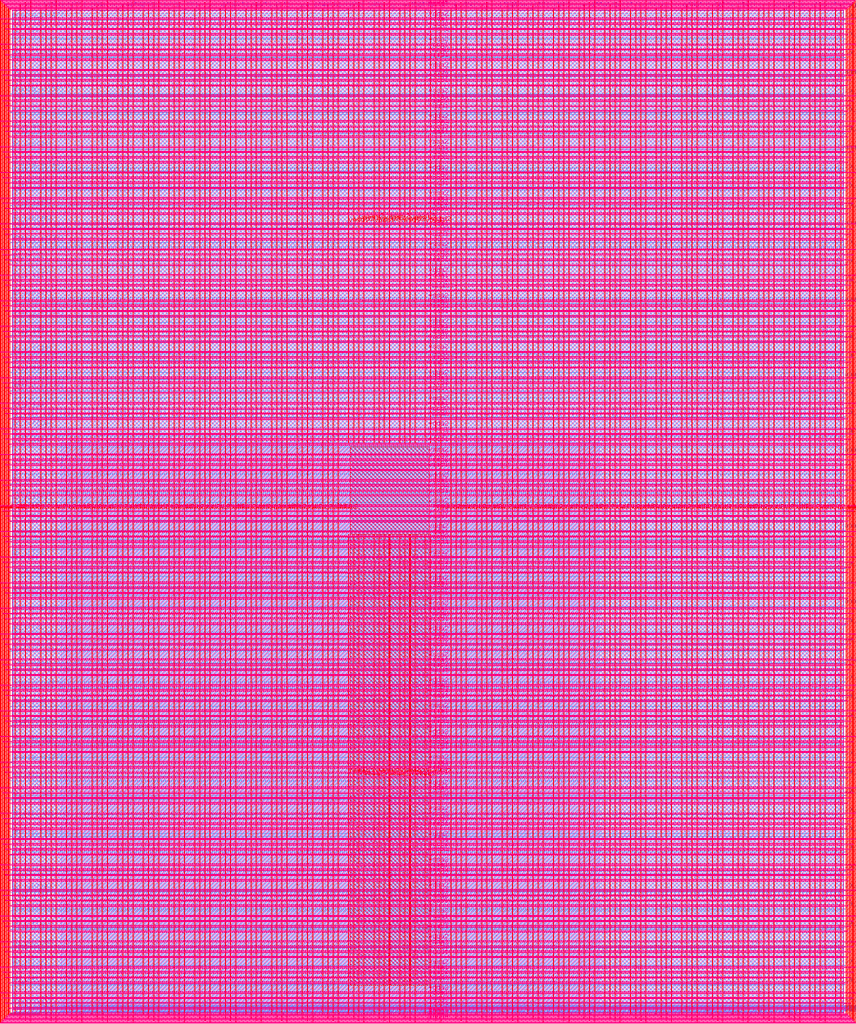
<source format=lef>
VERSION 5.7 ;
  NOWIREEXTENSIONATPIN ON ;
  DIVIDERCHAR "/" ;
  BUSBITCHARS "[]" ;
MACRO user_project_wrapper
  CLASS BLOCK ;
  FOREIGN user_project_wrapper ;
  ORIGIN 0.000 0.000 ;
  SIZE 2920.000 BY 3520.000 ;
  PIN analog_io[0]
    DIRECTION INOUT ;
    USE SIGNAL ;
    PORT
      LAYER met3 ;
        RECT 2917.600 1426.380 2924.800 1427.580 ;
    END
  END analog_io[0]
  PIN analog_io[10]
    DIRECTION INOUT ;
    USE SIGNAL ;
    PORT
      LAYER met2 ;
        RECT 2230.490 3517.600 2231.050 3524.800 ;
    END
  END analog_io[10]
  PIN analog_io[11]
    DIRECTION INOUT ;
    USE SIGNAL ;
    PORT
      LAYER met2 ;
        RECT 1905.730 3517.600 1906.290 3524.800 ;
    END
  END analog_io[11]
  PIN analog_io[12]
    DIRECTION INOUT ;
    USE SIGNAL ;
    PORT
      LAYER met2 ;
        RECT 1581.430 3517.600 1581.990 3524.800 ;
    END
  END analog_io[12]
  PIN analog_io[13]
    DIRECTION INOUT ;
    USE SIGNAL ;
    PORT
      LAYER met2 ;
        RECT 1257.130 3517.600 1257.690 3524.800 ;
    END
  END analog_io[13]
  PIN analog_io[14]
    DIRECTION INOUT ;
    USE SIGNAL ;
    PORT
      LAYER met2 ;
        RECT 932.370 3517.600 932.930 3524.800 ;
    END
  END analog_io[14]
  PIN analog_io[15]
    DIRECTION INOUT ;
    USE SIGNAL ;
    PORT
      LAYER met2 ;
        RECT 608.070 3517.600 608.630 3524.800 ;
    END
  END analog_io[15]
  PIN analog_io[16]
    DIRECTION INOUT ;
    USE SIGNAL ;
    PORT
      LAYER met2 ;
        RECT 283.770 3517.600 284.330 3524.800 ;
    END
  END analog_io[16]
  PIN analog_io[17]
    DIRECTION INOUT ;
    USE SIGNAL ;
    PORT
      LAYER met3 ;
        RECT -4.800 3486.100 2.400 3487.300 ;
    END
  END analog_io[17]
  PIN analog_io[18]
    DIRECTION INOUT ;
    USE SIGNAL ;
    PORT
      LAYER met3 ;
        RECT -4.800 3224.980 2.400 3226.180 ;
    END
  END analog_io[18]
  PIN analog_io[19]
    DIRECTION INOUT ;
    USE SIGNAL ;
    PORT
      LAYER met3 ;
        RECT -4.800 2964.540 2.400 2965.740 ;
    END
  END analog_io[19]
  PIN analog_io[1]
    DIRECTION INOUT ;
    USE SIGNAL ;
    PORT
      LAYER met3 ;
        RECT 2917.600 1692.260 2924.800 1693.460 ;
    END
  END analog_io[1]
  PIN analog_io[20]
    DIRECTION INOUT ;
    USE SIGNAL ;
    PORT
      LAYER met3 ;
        RECT -4.800 2703.420 2.400 2704.620 ;
    END
  END analog_io[20]
  PIN analog_io[21]
    DIRECTION INOUT ;
    USE SIGNAL ;
    PORT
      LAYER met3 ;
        RECT -4.800 2442.980 2.400 2444.180 ;
    END
  END analog_io[21]
  PIN analog_io[22]
    DIRECTION INOUT ;
    USE SIGNAL ;
    PORT
      LAYER met3 ;
        RECT -4.800 2182.540 2.400 2183.740 ;
    END
  END analog_io[22]
  PIN analog_io[23]
    DIRECTION INOUT ;
    USE SIGNAL ;
    PORT
      LAYER met3 ;
        RECT -4.800 1921.420 2.400 1922.620 ;
    END
  END analog_io[23]
  PIN analog_io[24]
    DIRECTION INOUT ;
    USE SIGNAL ;
    PORT
      LAYER met3 ;
        RECT -4.800 1660.980 2.400 1662.180 ;
    END
  END analog_io[24]
  PIN analog_io[25]
    DIRECTION INOUT ;
    USE SIGNAL ;
    PORT
      LAYER met3 ;
        RECT -4.800 1399.860 2.400 1401.060 ;
    END
  END analog_io[25]
  PIN analog_io[26]
    DIRECTION INOUT ;
    USE SIGNAL ;
    PORT
      LAYER met3 ;
        RECT -4.800 1139.420 2.400 1140.620 ;
    END
  END analog_io[26]
  PIN analog_io[27]
    DIRECTION INOUT ;
    USE SIGNAL ;
    PORT
      LAYER met3 ;
        RECT -4.800 878.980 2.400 880.180 ;
    END
  END analog_io[27]
  PIN analog_io[28]
    DIRECTION INOUT ;
    USE SIGNAL ;
    PORT
      LAYER met3 ;
        RECT -4.800 617.860 2.400 619.060 ;
    END
  END analog_io[28]
  PIN analog_io[2]
    DIRECTION INOUT ;
    USE SIGNAL ;
    PORT
      LAYER met3 ;
        RECT 2917.600 1958.140 2924.800 1959.340 ;
    END
  END analog_io[2]
  PIN analog_io[3]
    DIRECTION INOUT ;
    USE SIGNAL ;
    PORT
      LAYER met3 ;
        RECT 2917.600 2223.340 2924.800 2224.540 ;
    END
  END analog_io[3]
  PIN analog_io[4]
    DIRECTION INOUT ;
    USE SIGNAL ;
    PORT
      LAYER met3 ;
        RECT 2917.600 2489.220 2924.800 2490.420 ;
    END
  END analog_io[4]
  PIN analog_io[5]
    DIRECTION INOUT ;
    USE SIGNAL ;
    PORT
      LAYER met3 ;
        RECT 2917.600 2755.100 2924.800 2756.300 ;
    END
  END analog_io[5]
  PIN analog_io[6]
    DIRECTION INOUT ;
    USE SIGNAL ;
    PORT
      LAYER met3 ;
        RECT 2917.600 3020.300 2924.800 3021.500 ;
    END
  END analog_io[6]
  PIN analog_io[7]
    DIRECTION INOUT ;
    USE SIGNAL ;
    PORT
      LAYER met3 ;
        RECT 2917.600 3286.180 2924.800 3287.380 ;
    END
  END analog_io[7]
  PIN analog_io[8]
    DIRECTION INOUT ;
    USE SIGNAL ;
    PORT
      LAYER met2 ;
        RECT 2879.090 3517.600 2879.650 3524.800 ;
    END
  END analog_io[8]
  PIN analog_io[9]
    DIRECTION INOUT ;
    USE SIGNAL ;
    PORT
      LAYER met2 ;
        RECT 2554.790 3517.600 2555.350 3524.800 ;
    END
  END analog_io[9]
  PIN io_in[0]
    DIRECTION INPUT ;
    USE SIGNAL ;
    PORT
      LAYER met3 ;
        RECT 2917.600 32.380 2924.800 33.580 ;
    END
  END io_in[0]
  PIN io_in[10]
    DIRECTION INPUT ;
    USE SIGNAL ;
    PORT
      LAYER met3 ;
        RECT 2917.600 2289.980 2924.800 2291.180 ;
    END
  END io_in[10]
  PIN io_in[11]
    DIRECTION INPUT ;
    USE SIGNAL ;
    PORT
      LAYER met3 ;
        RECT 2917.600 2555.860 2924.800 2557.060 ;
    END
  END io_in[11]
  PIN io_in[12]
    DIRECTION INPUT ;
    USE SIGNAL ;
    PORT
      LAYER met3 ;
        RECT 2917.600 2821.060 2924.800 2822.260 ;
    END
  END io_in[12]
  PIN io_in[13]
    DIRECTION INPUT ;
    USE SIGNAL ;
    PORT
      LAYER met3 ;
        RECT 2917.600 3086.940 2924.800 3088.140 ;
    END
  END io_in[13]
  PIN io_in[14]
    DIRECTION INPUT ;
    USE SIGNAL ;
    PORT
      LAYER met3 ;
        RECT 2917.600 3352.820 2924.800 3354.020 ;
    END
  END io_in[14]
  PIN io_in[15]
    DIRECTION INPUT ;
    USE SIGNAL ;
    PORT
      LAYER met2 ;
        RECT 2798.130 3517.600 2798.690 3524.800 ;
    END
  END io_in[15]
  PIN io_in[16]
    DIRECTION INPUT ;
    USE SIGNAL ;
    PORT
      LAYER met2 ;
        RECT 2473.830 3517.600 2474.390 3524.800 ;
    END
  END io_in[16]
  PIN io_in[17]
    DIRECTION INPUT ;
    USE SIGNAL ;
    PORT
      LAYER met2 ;
        RECT 2149.070 3517.600 2149.630 3524.800 ;
    END
  END io_in[17]
  PIN io_in[18]
    DIRECTION INPUT ;
    USE SIGNAL ;
    PORT
      LAYER met2 ;
        RECT 1824.770 3517.600 1825.330 3524.800 ;
    END
  END io_in[18]
  PIN io_in[19]
    DIRECTION INPUT ;
    USE SIGNAL ;
    PORT
      LAYER met2 ;
        RECT 1500.470 3517.600 1501.030 3524.800 ;
    END
  END io_in[19]
  PIN io_in[1]
    DIRECTION INPUT ;
    USE SIGNAL ;
    PORT
      LAYER met3 ;
        RECT 2917.600 230.940 2924.800 232.140 ;
    END
  END io_in[1]
  PIN io_in[20]
    DIRECTION INPUT ;
    USE SIGNAL ;
    PORT
      LAYER met2 ;
        RECT 1175.710 3517.600 1176.270 3524.800 ;
    END
  END io_in[20]
  PIN io_in[21]
    DIRECTION INPUT ;
    USE SIGNAL ;
    PORT
      LAYER met2 ;
        RECT 851.410 3517.600 851.970 3524.800 ;
    END
  END io_in[21]
  PIN io_in[22]
    DIRECTION INPUT ;
    USE SIGNAL ;
    PORT
      LAYER met2 ;
        RECT 527.110 3517.600 527.670 3524.800 ;
    END
  END io_in[22]
  PIN io_in[23]
    DIRECTION INPUT ;
    USE SIGNAL ;
    PORT
      LAYER met2 ;
        RECT 202.350 3517.600 202.910 3524.800 ;
    END
  END io_in[23]
  PIN io_in[24]
    DIRECTION INPUT ;
    USE SIGNAL ;
    PORT
      LAYER met3 ;
        RECT -4.800 3420.820 2.400 3422.020 ;
    END
  END io_in[24]
  PIN io_in[25]
    DIRECTION INPUT ;
    USE SIGNAL ;
    PORT
      LAYER met3 ;
        RECT -4.800 3159.700 2.400 3160.900 ;
    END
  END io_in[25]
  PIN io_in[26]
    DIRECTION INPUT ;
    USE SIGNAL ;
    PORT
      LAYER met3 ;
        RECT -4.800 2899.260 2.400 2900.460 ;
    END
  END io_in[26]
  PIN io_in[27]
    DIRECTION INPUT ;
    USE SIGNAL ;
    PORT
      LAYER met3 ;
        RECT -4.800 2638.820 2.400 2640.020 ;
    END
  END io_in[27]
  PIN io_in[28]
    DIRECTION INPUT ;
    USE SIGNAL ;
    PORT
      LAYER met3 ;
        RECT -4.800 2377.700 2.400 2378.900 ;
    END
  END io_in[28]
  PIN io_in[29]
    DIRECTION INPUT ;
    USE SIGNAL ;
    PORT
      LAYER met3 ;
        RECT -4.800 2117.260 2.400 2118.460 ;
    END
  END io_in[29]
  PIN io_in[2]
    DIRECTION INPUT ;
    USE SIGNAL ;
    PORT
      LAYER met3 ;
        RECT 2917.600 430.180 2924.800 431.380 ;
    END
  END io_in[2]
  PIN io_in[30]
    DIRECTION INPUT ;
    USE SIGNAL ;
    PORT
      LAYER met3 ;
        RECT -4.800 1856.140 2.400 1857.340 ;
    END
  END io_in[30]
  PIN io_in[31]
    DIRECTION INPUT ;
    USE SIGNAL ;
    PORT
      LAYER met3 ;
        RECT -4.800 1595.700 2.400 1596.900 ;
    END
  END io_in[31]
  PIN io_in[32]
    DIRECTION INPUT ;
    USE SIGNAL ;
    PORT
      LAYER met3 ;
        RECT -4.800 1335.260 2.400 1336.460 ;
    END
  END io_in[32]
  PIN io_in[33]
    DIRECTION INPUT ;
    USE SIGNAL ;
    PORT
      LAYER met3 ;
        RECT -4.800 1074.140 2.400 1075.340 ;
    END
  END io_in[33]
  PIN io_in[34]
    DIRECTION INPUT ;
    USE SIGNAL ;
    PORT
      LAYER met3 ;
        RECT -4.800 813.700 2.400 814.900 ;
    END
  END io_in[34]
  PIN io_in[35]
    DIRECTION INPUT ;
    USE SIGNAL ;
    PORT
      LAYER met3 ;
        RECT -4.800 552.580 2.400 553.780 ;
    END
  END io_in[35]
  PIN io_in[36]
    DIRECTION INPUT ;
    USE SIGNAL ;
    PORT
      LAYER met3 ;
        RECT -4.800 357.420 2.400 358.620 ;
    END
  END io_in[36]
  PIN io_in[37]
    DIRECTION INPUT ;
    USE SIGNAL ;
    PORT
      LAYER met3 ;
        RECT -4.800 161.580 2.400 162.780 ;
    END
  END io_in[37]
  PIN io_in[3]
    DIRECTION INPUT ;
    USE SIGNAL ;
    PORT
      LAYER met3 ;
        RECT 2917.600 629.420 2924.800 630.620 ;
    END
  END io_in[3]
  PIN io_in[4]
    DIRECTION INPUT ;
    USE SIGNAL ;
    PORT
      LAYER met3 ;
        RECT 2917.600 828.660 2924.800 829.860 ;
    END
  END io_in[4]
  PIN io_in[5]
    DIRECTION INPUT ;
    USE SIGNAL ;
    PORT
      LAYER met3 ;
        RECT 2917.600 1027.900 2924.800 1029.100 ;
    END
  END io_in[5]
  PIN io_in[6]
    DIRECTION INPUT ;
    USE SIGNAL ;
    PORT
      LAYER met3 ;
        RECT 2917.600 1227.140 2924.800 1228.340 ;
    END
  END io_in[6]
  PIN io_in[7]
    DIRECTION INPUT ;
    USE SIGNAL ;
    PORT
      LAYER met3 ;
        RECT 2917.600 1493.020 2924.800 1494.220 ;
    END
  END io_in[7]
  PIN io_in[8]
    DIRECTION INPUT ;
    USE SIGNAL ;
    PORT
      LAYER met3 ;
        RECT 2917.600 1758.900 2924.800 1760.100 ;
    END
  END io_in[8]
  PIN io_in[9]
    DIRECTION INPUT ;
    USE SIGNAL ;
    PORT
      LAYER met3 ;
        RECT 2917.600 2024.100 2924.800 2025.300 ;
    END
  END io_in[9]
  PIN io_oeb[0]
    DIRECTION OUTPUT TRISTATE ;
    USE SIGNAL ;
    PORT
      LAYER met3 ;
        RECT 2917.600 164.980 2924.800 166.180 ;
    END
  END io_oeb[0]
  PIN io_oeb[10]
    DIRECTION OUTPUT TRISTATE ;
    USE SIGNAL ;
    PORT
      LAYER met3 ;
        RECT 2917.600 2422.580 2924.800 2423.780 ;
    END
  END io_oeb[10]
  PIN io_oeb[11]
    DIRECTION OUTPUT TRISTATE ;
    USE SIGNAL ;
    PORT
      LAYER met3 ;
        RECT 2917.600 2688.460 2924.800 2689.660 ;
    END
  END io_oeb[11]
  PIN io_oeb[12]
    DIRECTION OUTPUT TRISTATE ;
    USE SIGNAL ;
    PORT
      LAYER met3 ;
        RECT 2917.600 2954.340 2924.800 2955.540 ;
    END
  END io_oeb[12]
  PIN io_oeb[13]
    DIRECTION OUTPUT TRISTATE ;
    USE SIGNAL ;
    PORT
      LAYER met3 ;
        RECT 2917.600 3219.540 2924.800 3220.740 ;
    END
  END io_oeb[13]
  PIN io_oeb[14]
    DIRECTION OUTPUT TRISTATE ;
    USE SIGNAL ;
    PORT
      LAYER met3 ;
        RECT 2917.600 3485.420 2924.800 3486.620 ;
    END
  END io_oeb[14]
  PIN io_oeb[15]
    DIRECTION OUTPUT TRISTATE ;
    USE SIGNAL ;
    PORT
      LAYER met2 ;
        RECT 2635.750 3517.600 2636.310 3524.800 ;
    END
  END io_oeb[15]
  PIN io_oeb[16]
    DIRECTION OUTPUT TRISTATE ;
    USE SIGNAL ;
    PORT
      LAYER met2 ;
        RECT 2311.450 3517.600 2312.010 3524.800 ;
    END
  END io_oeb[16]
  PIN io_oeb[17]
    DIRECTION OUTPUT TRISTATE ;
    USE SIGNAL ;
    PORT
      LAYER met2 ;
        RECT 1987.150 3517.600 1987.710 3524.800 ;
    END
  END io_oeb[17]
  PIN io_oeb[18]
    DIRECTION OUTPUT TRISTATE ;
    USE SIGNAL ;
    PORT
      LAYER met2 ;
        RECT 1662.390 3517.600 1662.950 3524.800 ;
    END
  END io_oeb[18]
  PIN io_oeb[19]
    DIRECTION OUTPUT TRISTATE ;
    USE SIGNAL ;
    PORT
      LAYER met2 ;
        RECT 1338.090 3517.600 1338.650 3524.800 ;
    END
  END io_oeb[19]
  PIN io_oeb[1]
    DIRECTION OUTPUT TRISTATE ;
    USE SIGNAL ;
    PORT
      LAYER met3 ;
        RECT 2917.600 364.220 2924.800 365.420 ;
    END
  END io_oeb[1]
  PIN io_oeb[20]
    DIRECTION OUTPUT TRISTATE ;
    USE SIGNAL ;
    PORT
      LAYER met2 ;
        RECT 1013.790 3517.600 1014.350 3524.800 ;
    END
  END io_oeb[20]
  PIN io_oeb[21]
    DIRECTION OUTPUT TRISTATE ;
    USE SIGNAL ;
    PORT
      LAYER met2 ;
        RECT 689.030 3517.600 689.590 3524.800 ;
    END
  END io_oeb[21]
  PIN io_oeb[22]
    DIRECTION OUTPUT TRISTATE ;
    USE SIGNAL ;
    PORT
      LAYER met2 ;
        RECT 364.730 3517.600 365.290 3524.800 ;
    END
  END io_oeb[22]
  PIN io_oeb[23]
    DIRECTION OUTPUT TRISTATE ;
    USE SIGNAL ;
    PORT
      LAYER met2 ;
        RECT 40.430 3517.600 40.990 3524.800 ;
    END
  END io_oeb[23]
  PIN io_oeb[24]
    DIRECTION OUTPUT TRISTATE ;
    USE SIGNAL ;
    PORT
      LAYER met3 ;
        RECT -4.800 3290.260 2.400 3291.460 ;
    END
  END io_oeb[24]
  PIN io_oeb[25]
    DIRECTION OUTPUT TRISTATE ;
    USE SIGNAL ;
    PORT
      LAYER met3 ;
        RECT -4.800 3029.820 2.400 3031.020 ;
    END
  END io_oeb[25]
  PIN io_oeb[26]
    DIRECTION OUTPUT TRISTATE ;
    USE SIGNAL ;
    PORT
      LAYER met3 ;
        RECT -4.800 2768.700 2.400 2769.900 ;
    END
  END io_oeb[26]
  PIN io_oeb[27]
    DIRECTION OUTPUT TRISTATE ;
    USE SIGNAL ;
    PORT
      LAYER met3 ;
        RECT -4.800 2508.260 2.400 2509.460 ;
    END
  END io_oeb[27]
  PIN io_oeb[28]
    DIRECTION OUTPUT TRISTATE ;
    USE SIGNAL ;
    PORT
      LAYER met3 ;
        RECT -4.800 2247.140 2.400 2248.340 ;
    END
  END io_oeb[28]
  PIN io_oeb[29]
    DIRECTION OUTPUT TRISTATE ;
    USE SIGNAL ;
    PORT
      LAYER met3 ;
        RECT -4.800 1986.700 2.400 1987.900 ;
    END
  END io_oeb[29]
  PIN io_oeb[2]
    DIRECTION OUTPUT TRISTATE ;
    USE SIGNAL ;
    PORT
      LAYER met3 ;
        RECT 2917.600 563.460 2924.800 564.660 ;
    END
  END io_oeb[2]
  PIN io_oeb[30]
    DIRECTION OUTPUT TRISTATE ;
    USE SIGNAL ;
    PORT
      LAYER met3 ;
        RECT -4.800 1726.260 2.400 1727.460 ;
    END
  END io_oeb[30]
  PIN io_oeb[31]
    DIRECTION OUTPUT TRISTATE ;
    USE SIGNAL ;
    PORT
      LAYER met3 ;
        RECT -4.800 1465.140 2.400 1466.340 ;
    END
  END io_oeb[31]
  PIN io_oeb[32]
    DIRECTION OUTPUT TRISTATE ;
    USE SIGNAL ;
    PORT
      LAYER met3 ;
        RECT -4.800 1204.700 2.400 1205.900 ;
    END
  END io_oeb[32]
  PIN io_oeb[33]
    DIRECTION OUTPUT TRISTATE ;
    USE SIGNAL ;
    PORT
      LAYER met3 ;
        RECT -4.800 943.580 2.400 944.780 ;
    END
  END io_oeb[33]
  PIN io_oeb[34]
    DIRECTION OUTPUT TRISTATE ;
    USE SIGNAL ;
    PORT
      LAYER met3 ;
        RECT -4.800 683.140 2.400 684.340 ;
    END
  END io_oeb[34]
  PIN io_oeb[35]
    DIRECTION OUTPUT TRISTATE ;
    USE SIGNAL ;
    PORT
      LAYER met3 ;
        RECT -4.800 422.700 2.400 423.900 ;
    END
  END io_oeb[35]
  PIN io_oeb[36]
    DIRECTION OUTPUT TRISTATE ;
    USE SIGNAL ;
    PORT
      LAYER met3 ;
        RECT -4.800 226.860 2.400 228.060 ;
    END
  END io_oeb[36]
  PIN io_oeb[37]
    DIRECTION OUTPUT TRISTATE ;
    USE SIGNAL ;
    PORT
      LAYER met3 ;
        RECT -4.800 31.700 2.400 32.900 ;
    END
  END io_oeb[37]
  PIN io_oeb[3]
    DIRECTION OUTPUT TRISTATE ;
    USE SIGNAL ;
    PORT
      LAYER met3 ;
        RECT 2917.600 762.700 2924.800 763.900 ;
    END
  END io_oeb[3]
  PIN io_oeb[4]
    DIRECTION OUTPUT TRISTATE ;
    USE SIGNAL ;
    PORT
      LAYER met3 ;
        RECT 2917.600 961.940 2924.800 963.140 ;
    END
  END io_oeb[4]
  PIN io_oeb[5]
    DIRECTION OUTPUT TRISTATE ;
    USE SIGNAL ;
    PORT
      LAYER met3 ;
        RECT 2917.600 1161.180 2924.800 1162.380 ;
    END
  END io_oeb[5]
  PIN io_oeb[6]
    DIRECTION OUTPUT TRISTATE ;
    USE SIGNAL ;
    PORT
      LAYER met3 ;
        RECT 2917.600 1360.420 2924.800 1361.620 ;
    END
  END io_oeb[6]
  PIN io_oeb[7]
    DIRECTION OUTPUT TRISTATE ;
    USE SIGNAL ;
    PORT
      LAYER met3 ;
        RECT 2917.600 1625.620 2924.800 1626.820 ;
    END
  END io_oeb[7]
  PIN io_oeb[8]
    DIRECTION OUTPUT TRISTATE ;
    USE SIGNAL ;
    PORT
      LAYER met3 ;
        RECT 2917.600 1891.500 2924.800 1892.700 ;
    END
  END io_oeb[8]
  PIN io_oeb[9]
    DIRECTION OUTPUT TRISTATE ;
    USE SIGNAL ;
    PORT
      LAYER met3 ;
        RECT 2917.600 2157.380 2924.800 2158.580 ;
    END
  END io_oeb[9]
  PIN io_out[0]
    DIRECTION OUTPUT TRISTATE ;
    USE SIGNAL ;
    PORT
      LAYER met3 ;
        RECT 2917.600 98.340 2924.800 99.540 ;
    END
  END io_out[0]
  PIN io_out[10]
    DIRECTION OUTPUT TRISTATE ;
    USE SIGNAL ;
    PORT
      LAYER met3 ;
        RECT 2917.600 2356.620 2924.800 2357.820 ;
    END
  END io_out[10]
  PIN io_out[11]
    DIRECTION OUTPUT TRISTATE ;
    USE SIGNAL ;
    PORT
      LAYER met3 ;
        RECT 2917.600 2621.820 2924.800 2623.020 ;
    END
  END io_out[11]
  PIN io_out[12]
    DIRECTION OUTPUT TRISTATE ;
    USE SIGNAL ;
    PORT
      LAYER met3 ;
        RECT 2917.600 2887.700 2924.800 2888.900 ;
    END
  END io_out[12]
  PIN io_out[13]
    DIRECTION OUTPUT TRISTATE ;
    USE SIGNAL ;
    PORT
      LAYER met3 ;
        RECT 2917.600 3153.580 2924.800 3154.780 ;
    END
  END io_out[13]
  PIN io_out[14]
    DIRECTION OUTPUT TRISTATE ;
    USE SIGNAL ;
    PORT
      LAYER met3 ;
        RECT 2917.600 3418.780 2924.800 3419.980 ;
    END
  END io_out[14]
  PIN io_out[15]
    DIRECTION OUTPUT TRISTATE ;
    USE SIGNAL ;
    PORT
      LAYER met2 ;
        RECT 2717.170 3517.600 2717.730 3524.800 ;
    END
  END io_out[15]
  PIN io_out[16]
    DIRECTION OUTPUT TRISTATE ;
    USE SIGNAL ;
    PORT
      LAYER met2 ;
        RECT 2392.410 3517.600 2392.970 3524.800 ;
    END
  END io_out[16]
  PIN io_out[17]
    DIRECTION OUTPUT TRISTATE ;
    USE SIGNAL ;
    PORT
      LAYER met2 ;
        RECT 2068.110 3517.600 2068.670 3524.800 ;
    END
  END io_out[17]
  PIN io_out[18]
    DIRECTION OUTPUT TRISTATE ;
    USE SIGNAL ;
    PORT
      LAYER met2 ;
        RECT 1743.810 3517.600 1744.370 3524.800 ;
    END
  END io_out[18]
  PIN io_out[19]
    DIRECTION OUTPUT TRISTATE ;
    USE SIGNAL ;
    PORT
      LAYER met2 ;
        RECT 1419.050 3517.600 1419.610 3524.800 ;
    END
  END io_out[19]
  PIN io_out[1]
    DIRECTION OUTPUT TRISTATE ;
    USE SIGNAL ;
    PORT
      LAYER met3 ;
        RECT 2917.600 297.580 2924.800 298.780 ;
    END
  END io_out[1]
  PIN io_out[20]
    DIRECTION OUTPUT TRISTATE ;
    USE SIGNAL ;
    PORT
      LAYER met2 ;
        RECT 1094.750 3517.600 1095.310 3524.800 ;
    END
  END io_out[20]
  PIN io_out[21]
    DIRECTION OUTPUT TRISTATE ;
    USE SIGNAL ;
    PORT
      LAYER met2 ;
        RECT 770.450 3517.600 771.010 3524.800 ;
    END
  END io_out[21]
  PIN io_out[22]
    DIRECTION OUTPUT TRISTATE ;
    USE SIGNAL ;
    PORT
      LAYER met2 ;
        RECT 445.690 3517.600 446.250 3524.800 ;
    END
  END io_out[22]
  PIN io_out[23]
    DIRECTION OUTPUT TRISTATE ;
    USE SIGNAL ;
    PORT
      LAYER met2 ;
        RECT 121.390 3517.600 121.950 3524.800 ;
    END
  END io_out[23]
  PIN io_out[24]
    DIRECTION OUTPUT TRISTATE ;
    USE SIGNAL ;
    PORT
      LAYER met3 ;
        RECT -4.800 3355.540 2.400 3356.740 ;
    END
  END io_out[24]
  PIN io_out[25]
    DIRECTION OUTPUT TRISTATE ;
    USE SIGNAL ;
    PORT
      LAYER met3 ;
        RECT -4.800 3095.100 2.400 3096.300 ;
    END
  END io_out[25]
  PIN io_out[26]
    DIRECTION OUTPUT TRISTATE ;
    USE SIGNAL ;
    PORT
      LAYER met3 ;
        RECT -4.800 2833.980 2.400 2835.180 ;
    END
  END io_out[26]
  PIN io_out[27]
    DIRECTION OUTPUT TRISTATE ;
    USE SIGNAL ;
    PORT
      LAYER met3 ;
        RECT -4.800 2573.540 2.400 2574.740 ;
    END
  END io_out[27]
  PIN io_out[28]
    DIRECTION OUTPUT TRISTATE ;
    USE SIGNAL ;
    PORT
      LAYER met3 ;
        RECT -4.800 2312.420 2.400 2313.620 ;
    END
  END io_out[28]
  PIN io_out[29]
    DIRECTION OUTPUT TRISTATE ;
    USE SIGNAL ;
    PORT
      LAYER met3 ;
        RECT -4.800 2051.980 2.400 2053.180 ;
    END
  END io_out[29]
  PIN io_out[2]
    DIRECTION OUTPUT TRISTATE ;
    USE SIGNAL ;
    PORT
      LAYER met3 ;
        RECT 2917.600 496.820 2924.800 498.020 ;
    END
  END io_out[2]
  PIN io_out[30]
    DIRECTION OUTPUT TRISTATE ;
    USE SIGNAL ;
    PORT
      LAYER met3 ;
        RECT -4.800 1791.540 2.400 1792.740 ;
    END
  END io_out[30]
  PIN io_out[31]
    DIRECTION OUTPUT TRISTATE ;
    USE SIGNAL ;
    PORT
      LAYER met3 ;
        RECT -4.800 1530.420 2.400 1531.620 ;
    END
  END io_out[31]
  PIN io_out[32]
    DIRECTION OUTPUT TRISTATE ;
    USE SIGNAL ;
    PORT
      LAYER met3 ;
        RECT -4.800 1269.980 2.400 1271.180 ;
    END
  END io_out[32]
  PIN io_out[33]
    DIRECTION OUTPUT TRISTATE ;
    USE SIGNAL ;
    PORT
      LAYER met3 ;
        RECT -4.800 1008.860 2.400 1010.060 ;
    END
  END io_out[33]
  PIN io_out[34]
    DIRECTION OUTPUT TRISTATE ;
    USE SIGNAL ;
    PORT
      LAYER met3 ;
        RECT -4.800 748.420 2.400 749.620 ;
    END
  END io_out[34]
  PIN io_out[35]
    DIRECTION OUTPUT TRISTATE ;
    USE SIGNAL ;
    PORT
      LAYER met3 ;
        RECT -4.800 487.300 2.400 488.500 ;
    END
  END io_out[35]
  PIN io_out[36]
    DIRECTION OUTPUT TRISTATE ;
    USE SIGNAL ;
    PORT
      LAYER met3 ;
        RECT -4.800 292.140 2.400 293.340 ;
    END
  END io_out[36]
  PIN io_out[37]
    DIRECTION OUTPUT TRISTATE ;
    USE SIGNAL ;
    PORT
      LAYER met3 ;
        RECT -4.800 96.300 2.400 97.500 ;
    END
  END io_out[37]
  PIN io_out[3]
    DIRECTION OUTPUT TRISTATE ;
    USE SIGNAL ;
    PORT
      LAYER met3 ;
        RECT 2917.600 696.060 2924.800 697.260 ;
    END
  END io_out[3]
  PIN io_out[4]
    DIRECTION OUTPUT TRISTATE ;
    USE SIGNAL ;
    PORT
      LAYER met3 ;
        RECT 2917.600 895.300 2924.800 896.500 ;
    END
  END io_out[4]
  PIN io_out[5]
    DIRECTION OUTPUT TRISTATE ;
    USE SIGNAL ;
    PORT
      LAYER met3 ;
        RECT 2917.600 1094.540 2924.800 1095.740 ;
    END
  END io_out[5]
  PIN io_out[6]
    DIRECTION OUTPUT TRISTATE ;
    USE SIGNAL ;
    PORT
      LAYER met3 ;
        RECT 2917.600 1293.780 2924.800 1294.980 ;
    END
  END io_out[6]
  PIN io_out[7]
    DIRECTION OUTPUT TRISTATE ;
    USE SIGNAL ;
    PORT
      LAYER met3 ;
        RECT 2917.600 1559.660 2924.800 1560.860 ;
    END
  END io_out[7]
  PIN io_out[8]
    DIRECTION OUTPUT TRISTATE ;
    USE SIGNAL ;
    PORT
      LAYER met3 ;
        RECT 2917.600 1824.860 2924.800 1826.060 ;
    END
  END io_out[8]
  PIN io_out[9]
    DIRECTION OUTPUT TRISTATE ;
    USE SIGNAL ;
    PORT
      LAYER met3 ;
        RECT 2917.600 2090.740 2924.800 2091.940 ;
    END
  END io_out[9]
  PIN la_data_in[0]
    DIRECTION INPUT ;
    USE SIGNAL ;
    PORT
      LAYER met2 ;
        RECT 629.230 -4.800 629.790 2.400 ;
    END
  END la_data_in[0]
  PIN la_data_in[100]
    DIRECTION INPUT ;
    USE SIGNAL ;
    PORT
      LAYER met2 ;
        RECT 2402.530 -4.800 2403.090 2.400 ;
    END
  END la_data_in[100]
  PIN la_data_in[101]
    DIRECTION INPUT ;
    USE SIGNAL ;
    PORT
      LAYER met2 ;
        RECT 2420.010 -4.800 2420.570 2.400 ;
    END
  END la_data_in[101]
  PIN la_data_in[102]
    DIRECTION INPUT ;
    USE SIGNAL ;
    PORT
      LAYER met2 ;
        RECT 2437.950 -4.800 2438.510 2.400 ;
    END
  END la_data_in[102]
  PIN la_data_in[103]
    DIRECTION INPUT ;
    USE SIGNAL ;
    PORT
      LAYER met2 ;
        RECT 2455.430 -4.800 2455.990 2.400 ;
    END
  END la_data_in[103]
  PIN la_data_in[104]
    DIRECTION INPUT ;
    USE SIGNAL ;
    PORT
      LAYER met2 ;
        RECT 2473.370 -4.800 2473.930 2.400 ;
    END
  END la_data_in[104]
  PIN la_data_in[105]
    DIRECTION INPUT ;
    USE SIGNAL ;
    PORT
      LAYER met2 ;
        RECT 2490.850 -4.800 2491.410 2.400 ;
    END
  END la_data_in[105]
  PIN la_data_in[106]
    DIRECTION INPUT ;
    USE SIGNAL ;
    PORT
      LAYER met2 ;
        RECT 2508.790 -4.800 2509.350 2.400 ;
    END
  END la_data_in[106]
  PIN la_data_in[107]
    DIRECTION INPUT ;
    USE SIGNAL ;
    PORT
      LAYER met2 ;
        RECT 2526.730 -4.800 2527.290 2.400 ;
    END
  END la_data_in[107]
  PIN la_data_in[108]
    DIRECTION INPUT ;
    USE SIGNAL ;
    PORT
      LAYER met2 ;
        RECT 2544.210 -4.800 2544.770 2.400 ;
    END
  END la_data_in[108]
  PIN la_data_in[109]
    DIRECTION INPUT ;
    USE SIGNAL ;
    PORT
      LAYER met2 ;
        RECT 2562.150 -4.800 2562.710 2.400 ;
    END
  END la_data_in[109]
  PIN la_data_in[10]
    DIRECTION INPUT ;
    USE SIGNAL ;
    PORT
      LAYER met2 ;
        RECT 806.330 -4.800 806.890 2.400 ;
    END
  END la_data_in[10]
  PIN la_data_in[110]
    DIRECTION INPUT ;
    USE SIGNAL ;
    PORT
      LAYER met2 ;
        RECT 2579.630 -4.800 2580.190 2.400 ;
    END
  END la_data_in[110]
  PIN la_data_in[111]
    DIRECTION INPUT ;
    USE SIGNAL ;
    PORT
      LAYER met2 ;
        RECT 2597.570 -4.800 2598.130 2.400 ;
    END
  END la_data_in[111]
  PIN la_data_in[112]
    DIRECTION INPUT ;
    USE SIGNAL ;
    PORT
      LAYER met2 ;
        RECT 2615.050 -4.800 2615.610 2.400 ;
    END
  END la_data_in[112]
  PIN la_data_in[113]
    DIRECTION INPUT ;
    USE SIGNAL ;
    PORT
      LAYER met2 ;
        RECT 2632.990 -4.800 2633.550 2.400 ;
    END
  END la_data_in[113]
  PIN la_data_in[114]
    DIRECTION INPUT ;
    USE SIGNAL ;
    PORT
      LAYER met2 ;
        RECT 2650.470 -4.800 2651.030 2.400 ;
    END
  END la_data_in[114]
  PIN la_data_in[115]
    DIRECTION INPUT ;
    USE SIGNAL ;
    PORT
      LAYER met2 ;
        RECT 2668.410 -4.800 2668.970 2.400 ;
    END
  END la_data_in[115]
  PIN la_data_in[116]
    DIRECTION INPUT ;
    USE SIGNAL ;
    PORT
      LAYER met2 ;
        RECT 2685.890 -4.800 2686.450 2.400 ;
    END
  END la_data_in[116]
  PIN la_data_in[117]
    DIRECTION INPUT ;
    USE SIGNAL ;
    PORT
      LAYER met2 ;
        RECT 2703.830 -4.800 2704.390 2.400 ;
    END
  END la_data_in[117]
  PIN la_data_in[118]
    DIRECTION INPUT ;
    USE SIGNAL ;
    PORT
      LAYER met2 ;
        RECT 2721.770 -4.800 2722.330 2.400 ;
    END
  END la_data_in[118]
  PIN la_data_in[119]
    DIRECTION INPUT ;
    USE SIGNAL ;
    PORT
      LAYER met2 ;
        RECT 2739.250 -4.800 2739.810 2.400 ;
    END
  END la_data_in[119]
  PIN la_data_in[11]
    DIRECTION INPUT ;
    USE SIGNAL ;
    PORT
      LAYER met2 ;
        RECT 824.270 -4.800 824.830 2.400 ;
    END
  END la_data_in[11]
  PIN la_data_in[120]
    DIRECTION INPUT ;
    USE SIGNAL ;
    PORT
      LAYER met2 ;
        RECT 2757.190 -4.800 2757.750 2.400 ;
    END
  END la_data_in[120]
  PIN la_data_in[121]
    DIRECTION INPUT ;
    USE SIGNAL ;
    PORT
      LAYER met2 ;
        RECT 2774.670 -4.800 2775.230 2.400 ;
    END
  END la_data_in[121]
  PIN la_data_in[122]
    DIRECTION INPUT ;
    USE SIGNAL ;
    PORT
      LAYER met2 ;
        RECT 2792.610 -4.800 2793.170 2.400 ;
    END
  END la_data_in[122]
  PIN la_data_in[123]
    DIRECTION INPUT ;
    USE SIGNAL ;
    PORT
      LAYER met2 ;
        RECT 2810.090 -4.800 2810.650 2.400 ;
    END
  END la_data_in[123]
  PIN la_data_in[124]
    DIRECTION INPUT ;
    USE SIGNAL ;
    PORT
      LAYER met2 ;
        RECT 2828.030 -4.800 2828.590 2.400 ;
    END
  END la_data_in[124]
  PIN la_data_in[125]
    DIRECTION INPUT ;
    USE SIGNAL ;
    PORT
      LAYER met2 ;
        RECT 2845.510 -4.800 2846.070 2.400 ;
    END
  END la_data_in[125]
  PIN la_data_in[126]
    DIRECTION INPUT ;
    USE SIGNAL ;
    PORT
      LAYER met2 ;
        RECT 2863.450 -4.800 2864.010 2.400 ;
    END
  END la_data_in[126]
  PIN la_data_in[127]
    DIRECTION INPUT ;
    USE SIGNAL ;
    PORT
      LAYER met2 ;
        RECT 2881.390 -4.800 2881.950 2.400 ;
    END
  END la_data_in[127]
  PIN la_data_in[12]
    DIRECTION INPUT ;
    USE SIGNAL ;
    PORT
      LAYER met2 ;
        RECT 841.750 -4.800 842.310 2.400 ;
    END
  END la_data_in[12]
  PIN la_data_in[13]
    DIRECTION INPUT ;
    USE SIGNAL ;
    PORT
      LAYER met2 ;
        RECT 859.690 -4.800 860.250 2.400 ;
    END
  END la_data_in[13]
  PIN la_data_in[14]
    DIRECTION INPUT ;
    USE SIGNAL ;
    PORT
      LAYER met2 ;
        RECT 877.170 -4.800 877.730 2.400 ;
    END
  END la_data_in[14]
  PIN la_data_in[15]
    DIRECTION INPUT ;
    USE SIGNAL ;
    PORT
      LAYER met2 ;
        RECT 895.110 -4.800 895.670 2.400 ;
    END
  END la_data_in[15]
  PIN la_data_in[16]
    DIRECTION INPUT ;
    USE SIGNAL ;
    PORT
      LAYER met2 ;
        RECT 912.590 -4.800 913.150 2.400 ;
    END
  END la_data_in[16]
  PIN la_data_in[17]
    DIRECTION INPUT ;
    USE SIGNAL ;
    PORT
      LAYER met2 ;
        RECT 930.530 -4.800 931.090 2.400 ;
    END
  END la_data_in[17]
  PIN la_data_in[18]
    DIRECTION INPUT ;
    USE SIGNAL ;
    PORT
      LAYER met2 ;
        RECT 948.470 -4.800 949.030 2.400 ;
    END
  END la_data_in[18]
  PIN la_data_in[19]
    DIRECTION INPUT ;
    USE SIGNAL ;
    PORT
      LAYER met2 ;
        RECT 965.950 -4.800 966.510 2.400 ;
    END
  END la_data_in[19]
  PIN la_data_in[1]
    DIRECTION INPUT ;
    USE SIGNAL ;
    PORT
      LAYER met2 ;
        RECT 646.710 -4.800 647.270 2.400 ;
    END
  END la_data_in[1]
  PIN la_data_in[20]
    DIRECTION INPUT ;
    USE SIGNAL ;
    PORT
      LAYER met2 ;
        RECT 983.890 -4.800 984.450 2.400 ;
    END
  END la_data_in[20]
  PIN la_data_in[21]
    DIRECTION INPUT ;
    USE SIGNAL ;
    PORT
      LAYER met2 ;
        RECT 1001.370 -4.800 1001.930 2.400 ;
    END
  END la_data_in[21]
  PIN la_data_in[22]
    DIRECTION INPUT ;
    USE SIGNAL ;
    PORT
      LAYER met2 ;
        RECT 1019.310 -4.800 1019.870 2.400 ;
    END
  END la_data_in[22]
  PIN la_data_in[23]
    DIRECTION INPUT ;
    USE SIGNAL ;
    PORT
      LAYER met2 ;
        RECT 1036.790 -4.800 1037.350 2.400 ;
    END
  END la_data_in[23]
  PIN la_data_in[24]
    DIRECTION INPUT ;
    USE SIGNAL ;
    PORT
      LAYER met2 ;
        RECT 1054.730 -4.800 1055.290 2.400 ;
    END
  END la_data_in[24]
  PIN la_data_in[25]
    DIRECTION INPUT ;
    USE SIGNAL ;
    PORT
      LAYER met2 ;
        RECT 1072.210 -4.800 1072.770 2.400 ;
    END
  END la_data_in[25]
  PIN la_data_in[26]
    DIRECTION INPUT ;
    USE SIGNAL ;
    PORT
      LAYER met2 ;
        RECT 1090.150 -4.800 1090.710 2.400 ;
    END
  END la_data_in[26]
  PIN la_data_in[27]
    DIRECTION INPUT ;
    USE SIGNAL ;
    PORT
      LAYER met2 ;
        RECT 1107.630 -4.800 1108.190 2.400 ;
    END
  END la_data_in[27]
  PIN la_data_in[28]
    DIRECTION INPUT ;
    USE SIGNAL ;
    PORT
      LAYER met2 ;
        RECT 1125.570 -4.800 1126.130 2.400 ;
    END
  END la_data_in[28]
  PIN la_data_in[29]
    DIRECTION INPUT ;
    USE SIGNAL ;
    PORT
      LAYER met2 ;
        RECT 1143.510 -4.800 1144.070 2.400 ;
    END
  END la_data_in[29]
  PIN la_data_in[2]
    DIRECTION INPUT ;
    USE SIGNAL ;
    PORT
      LAYER met2 ;
        RECT 664.650 -4.800 665.210 2.400 ;
    END
  END la_data_in[2]
  PIN la_data_in[30]
    DIRECTION INPUT ;
    USE SIGNAL ;
    PORT
      LAYER met2 ;
        RECT 1160.990 -4.800 1161.550 2.400 ;
    END
  END la_data_in[30]
  PIN la_data_in[31]
    DIRECTION INPUT ;
    USE SIGNAL ;
    PORT
      LAYER met2 ;
        RECT 1178.930 -4.800 1179.490 2.400 ;
    END
  END la_data_in[31]
  PIN la_data_in[32]
    DIRECTION INPUT ;
    USE SIGNAL ;
    PORT
      LAYER met2 ;
        RECT 1196.410 -4.800 1196.970 2.400 ;
    END
  END la_data_in[32]
  PIN la_data_in[33]
    DIRECTION INPUT ;
    USE SIGNAL ;
    PORT
      LAYER met2 ;
        RECT 1214.350 -4.800 1214.910 2.400 ;
    END
  END la_data_in[33]
  PIN la_data_in[34]
    DIRECTION INPUT ;
    USE SIGNAL ;
    PORT
      LAYER met2 ;
        RECT 1231.830 -4.800 1232.390 2.400 ;
    END
  END la_data_in[34]
  PIN la_data_in[35]
    DIRECTION INPUT ;
    USE SIGNAL ;
    PORT
      LAYER met2 ;
        RECT 1249.770 -4.800 1250.330 2.400 ;
    END
  END la_data_in[35]
  PIN la_data_in[36]
    DIRECTION INPUT ;
    USE SIGNAL ;
    PORT
      LAYER met2 ;
        RECT 1267.250 -4.800 1267.810 2.400 ;
    END
  END la_data_in[36]
  PIN la_data_in[37]
    DIRECTION INPUT ;
    USE SIGNAL ;
    PORT
      LAYER met2 ;
        RECT 1285.190 -4.800 1285.750 2.400 ;
    END
  END la_data_in[37]
  PIN la_data_in[38]
    DIRECTION INPUT ;
    USE SIGNAL ;
    PORT
      LAYER met2 ;
        RECT 1303.130 -4.800 1303.690 2.400 ;
    END
  END la_data_in[38]
  PIN la_data_in[39]
    DIRECTION INPUT ;
    USE SIGNAL ;
    PORT
      LAYER met2 ;
        RECT 1320.610 -4.800 1321.170 2.400 ;
    END
  END la_data_in[39]
  PIN la_data_in[3]
    DIRECTION INPUT ;
    USE SIGNAL ;
    PORT
      LAYER met2 ;
        RECT 682.130 -4.800 682.690 2.400 ;
    END
  END la_data_in[3]
  PIN la_data_in[40]
    DIRECTION INPUT ;
    USE SIGNAL ;
    PORT
      LAYER met2 ;
        RECT 1338.550 -4.800 1339.110 2.400 ;
    END
  END la_data_in[40]
  PIN la_data_in[41]
    DIRECTION INPUT ;
    USE SIGNAL ;
    PORT
      LAYER met2 ;
        RECT 1356.030 -4.800 1356.590 2.400 ;
    END
  END la_data_in[41]
  PIN la_data_in[42]
    DIRECTION INPUT ;
    USE SIGNAL ;
    PORT
      LAYER met2 ;
        RECT 1373.970 -4.800 1374.530 2.400 ;
    END
  END la_data_in[42]
  PIN la_data_in[43]
    DIRECTION INPUT ;
    USE SIGNAL ;
    PORT
      LAYER met2 ;
        RECT 1391.450 -4.800 1392.010 2.400 ;
    END
  END la_data_in[43]
  PIN la_data_in[44]
    DIRECTION INPUT ;
    USE SIGNAL ;
    PORT
      LAYER met2 ;
        RECT 1409.390 -4.800 1409.950 2.400 ;
    END
  END la_data_in[44]
  PIN la_data_in[45]
    DIRECTION INPUT ;
    USE SIGNAL ;
    PORT
      LAYER met2 ;
        RECT 1426.870 -4.800 1427.430 2.400 ;
    END
  END la_data_in[45]
  PIN la_data_in[46]
    DIRECTION INPUT ;
    USE SIGNAL ;
    PORT
      LAYER met2 ;
        RECT 1444.810 -4.800 1445.370 2.400 ;
    END
  END la_data_in[46]
  PIN la_data_in[47]
    DIRECTION INPUT ;
    USE SIGNAL ;
    PORT
      LAYER met2 ;
        RECT 1462.750 -4.800 1463.310 2.400 ;
    END
  END la_data_in[47]
  PIN la_data_in[48]
    DIRECTION INPUT ;
    USE SIGNAL ;
    PORT
      LAYER met2 ;
        RECT 1480.230 -4.800 1480.790 2.400 ;
    END
  END la_data_in[48]
  PIN la_data_in[49]
    DIRECTION INPUT ;
    USE SIGNAL ;
    PORT
      LAYER met2 ;
        RECT 1498.170 -4.800 1498.730 2.400 ;
    END
  END la_data_in[49]
  PIN la_data_in[4]
    DIRECTION INPUT ;
    USE SIGNAL ;
    PORT
      LAYER met2 ;
        RECT 700.070 -4.800 700.630 2.400 ;
    END
  END la_data_in[4]
  PIN la_data_in[50]
    DIRECTION INPUT ;
    USE SIGNAL ;
    PORT
      LAYER met2 ;
        RECT 1515.650 -4.800 1516.210 2.400 ;
    END
  END la_data_in[50]
  PIN la_data_in[51]
    DIRECTION INPUT ;
    USE SIGNAL ;
    PORT
      LAYER met2 ;
        RECT 1533.590 -4.800 1534.150 2.400 ;
    END
  END la_data_in[51]
  PIN la_data_in[52]
    DIRECTION INPUT ;
    USE SIGNAL ;
    PORT
      LAYER met2 ;
        RECT 1551.070 -4.800 1551.630 2.400 ;
    END
  END la_data_in[52]
  PIN la_data_in[53]
    DIRECTION INPUT ;
    USE SIGNAL ;
    PORT
      LAYER met2 ;
        RECT 1569.010 -4.800 1569.570 2.400 ;
    END
  END la_data_in[53]
  PIN la_data_in[54]
    DIRECTION INPUT ;
    USE SIGNAL ;
    PORT
      LAYER met2 ;
        RECT 1586.490 -4.800 1587.050 2.400 ;
    END
  END la_data_in[54]
  PIN la_data_in[55]
    DIRECTION INPUT ;
    USE SIGNAL ;
    PORT
      LAYER met2 ;
        RECT 1604.430 -4.800 1604.990 2.400 ;
    END
  END la_data_in[55]
  PIN la_data_in[56]
    DIRECTION INPUT ;
    USE SIGNAL ;
    PORT
      LAYER met2 ;
        RECT 1621.910 -4.800 1622.470 2.400 ;
    END
  END la_data_in[56]
  PIN la_data_in[57]
    DIRECTION INPUT ;
    USE SIGNAL ;
    PORT
      LAYER met2 ;
        RECT 1639.850 -4.800 1640.410 2.400 ;
    END
  END la_data_in[57]
  PIN la_data_in[58]
    DIRECTION INPUT ;
    USE SIGNAL ;
    PORT
      LAYER met2 ;
        RECT 1657.790 -4.800 1658.350 2.400 ;
    END
  END la_data_in[58]
  PIN la_data_in[59]
    DIRECTION INPUT ;
    USE SIGNAL ;
    PORT
      LAYER met2 ;
        RECT 1675.270 -4.800 1675.830 2.400 ;
    END
  END la_data_in[59]
  PIN la_data_in[5]
    DIRECTION INPUT ;
    USE SIGNAL ;
    PORT
      LAYER met2 ;
        RECT 717.550 -4.800 718.110 2.400 ;
    END
  END la_data_in[5]
  PIN la_data_in[60]
    DIRECTION INPUT ;
    USE SIGNAL ;
    PORT
      LAYER met2 ;
        RECT 1693.210 -4.800 1693.770 2.400 ;
    END
  END la_data_in[60]
  PIN la_data_in[61]
    DIRECTION INPUT ;
    USE SIGNAL ;
    PORT
      LAYER met2 ;
        RECT 1710.690 -4.800 1711.250 2.400 ;
    END
  END la_data_in[61]
  PIN la_data_in[62]
    DIRECTION INPUT ;
    USE SIGNAL ;
    PORT
      LAYER met2 ;
        RECT 1728.630 -4.800 1729.190 2.400 ;
    END
  END la_data_in[62]
  PIN la_data_in[63]
    DIRECTION INPUT ;
    USE SIGNAL ;
    PORT
      LAYER met2 ;
        RECT 1746.110 -4.800 1746.670 2.400 ;
    END
  END la_data_in[63]
  PIN la_data_in[64]
    DIRECTION INPUT ;
    USE SIGNAL ;
    PORT
      LAYER met2 ;
        RECT 1764.050 -4.800 1764.610 2.400 ;
    END
  END la_data_in[64]
  PIN la_data_in[65]
    DIRECTION INPUT ;
    USE SIGNAL ;
    PORT
      LAYER met2 ;
        RECT 1781.530 -4.800 1782.090 2.400 ;
    END
  END la_data_in[65]
  PIN la_data_in[66]
    DIRECTION INPUT ;
    USE SIGNAL ;
    PORT
      LAYER met2 ;
        RECT 1799.470 -4.800 1800.030 2.400 ;
    END
  END la_data_in[66]
  PIN la_data_in[67]
    DIRECTION INPUT ;
    USE SIGNAL ;
    PORT
      LAYER met2 ;
        RECT 1817.410 -4.800 1817.970 2.400 ;
    END
  END la_data_in[67]
  PIN la_data_in[68]
    DIRECTION INPUT ;
    USE SIGNAL ;
    PORT
      LAYER met2 ;
        RECT 1834.890 -4.800 1835.450 2.400 ;
    END
  END la_data_in[68]
  PIN la_data_in[69]
    DIRECTION INPUT ;
    USE SIGNAL ;
    PORT
      LAYER met2 ;
        RECT 1852.830 -4.800 1853.390 2.400 ;
    END
  END la_data_in[69]
  PIN la_data_in[6]
    DIRECTION INPUT ;
    USE SIGNAL ;
    PORT
      LAYER met2 ;
        RECT 735.490 -4.800 736.050 2.400 ;
    END
  END la_data_in[6]
  PIN la_data_in[70]
    DIRECTION INPUT ;
    USE SIGNAL ;
    PORT
      LAYER met2 ;
        RECT 1870.310 -4.800 1870.870 2.400 ;
    END
  END la_data_in[70]
  PIN la_data_in[71]
    DIRECTION INPUT ;
    USE SIGNAL ;
    PORT
      LAYER met2 ;
        RECT 1888.250 -4.800 1888.810 2.400 ;
    END
  END la_data_in[71]
  PIN la_data_in[72]
    DIRECTION INPUT ;
    USE SIGNAL ;
    PORT
      LAYER met2 ;
        RECT 1905.730 -4.800 1906.290 2.400 ;
    END
  END la_data_in[72]
  PIN la_data_in[73]
    DIRECTION INPUT ;
    USE SIGNAL ;
    PORT
      LAYER met2 ;
        RECT 1923.670 -4.800 1924.230 2.400 ;
    END
  END la_data_in[73]
  PIN la_data_in[74]
    DIRECTION INPUT ;
    USE SIGNAL ;
    PORT
      LAYER met2 ;
        RECT 1941.150 -4.800 1941.710 2.400 ;
    END
  END la_data_in[74]
  PIN la_data_in[75]
    DIRECTION INPUT ;
    USE SIGNAL ;
    PORT
      LAYER met2 ;
        RECT 1959.090 -4.800 1959.650 2.400 ;
    END
  END la_data_in[75]
  PIN la_data_in[76]
    DIRECTION INPUT ;
    USE SIGNAL ;
    PORT
      LAYER met2 ;
        RECT 1976.570 -4.800 1977.130 2.400 ;
    END
  END la_data_in[76]
  PIN la_data_in[77]
    DIRECTION INPUT ;
    USE SIGNAL ;
    PORT
      LAYER met2 ;
        RECT 1994.510 -4.800 1995.070 2.400 ;
    END
  END la_data_in[77]
  PIN la_data_in[78]
    DIRECTION INPUT ;
    USE SIGNAL ;
    PORT
      LAYER met2 ;
        RECT 2012.450 -4.800 2013.010 2.400 ;
    END
  END la_data_in[78]
  PIN la_data_in[79]
    DIRECTION INPUT ;
    USE SIGNAL ;
    PORT
      LAYER met2 ;
        RECT 2029.930 -4.800 2030.490 2.400 ;
    END
  END la_data_in[79]
  PIN la_data_in[7]
    DIRECTION INPUT ;
    USE SIGNAL ;
    PORT
      LAYER met2 ;
        RECT 752.970 -4.800 753.530 2.400 ;
    END
  END la_data_in[7]
  PIN la_data_in[80]
    DIRECTION INPUT ;
    USE SIGNAL ;
    PORT
      LAYER met2 ;
        RECT 2047.870 -4.800 2048.430 2.400 ;
    END
  END la_data_in[80]
  PIN la_data_in[81]
    DIRECTION INPUT ;
    USE SIGNAL ;
    PORT
      LAYER met2 ;
        RECT 2065.350 -4.800 2065.910 2.400 ;
    END
  END la_data_in[81]
  PIN la_data_in[82]
    DIRECTION INPUT ;
    USE SIGNAL ;
    PORT
      LAYER met2 ;
        RECT 2083.290 -4.800 2083.850 2.400 ;
    END
  END la_data_in[82]
  PIN la_data_in[83]
    DIRECTION INPUT ;
    USE SIGNAL ;
    PORT
      LAYER met2 ;
        RECT 2100.770 -4.800 2101.330 2.400 ;
    END
  END la_data_in[83]
  PIN la_data_in[84]
    DIRECTION INPUT ;
    USE SIGNAL ;
    PORT
      LAYER met2 ;
        RECT 2118.710 -4.800 2119.270 2.400 ;
    END
  END la_data_in[84]
  PIN la_data_in[85]
    DIRECTION INPUT ;
    USE SIGNAL ;
    PORT
      LAYER met2 ;
        RECT 2136.190 -4.800 2136.750 2.400 ;
    END
  END la_data_in[85]
  PIN la_data_in[86]
    DIRECTION INPUT ;
    USE SIGNAL ;
    PORT
      LAYER met2 ;
        RECT 2154.130 -4.800 2154.690 2.400 ;
    END
  END la_data_in[86]
  PIN la_data_in[87]
    DIRECTION INPUT ;
    USE SIGNAL ;
    PORT
      LAYER met2 ;
        RECT 2172.070 -4.800 2172.630 2.400 ;
    END
  END la_data_in[87]
  PIN la_data_in[88]
    DIRECTION INPUT ;
    USE SIGNAL ;
    PORT
      LAYER met2 ;
        RECT 2189.550 -4.800 2190.110 2.400 ;
    END
  END la_data_in[88]
  PIN la_data_in[89]
    DIRECTION INPUT ;
    USE SIGNAL ;
    PORT
      LAYER met2 ;
        RECT 2207.490 -4.800 2208.050 2.400 ;
    END
  END la_data_in[89]
  PIN la_data_in[8]
    DIRECTION INPUT ;
    USE SIGNAL ;
    PORT
      LAYER met2 ;
        RECT 770.910 -4.800 771.470 2.400 ;
    END
  END la_data_in[8]
  PIN la_data_in[90]
    DIRECTION INPUT ;
    USE SIGNAL ;
    PORT
      LAYER met2 ;
        RECT 2224.970 -4.800 2225.530 2.400 ;
    END
  END la_data_in[90]
  PIN la_data_in[91]
    DIRECTION INPUT ;
    USE SIGNAL ;
    PORT
      LAYER met2 ;
        RECT 2242.910 -4.800 2243.470 2.400 ;
    END
  END la_data_in[91]
  PIN la_data_in[92]
    DIRECTION INPUT ;
    USE SIGNAL ;
    PORT
      LAYER met2 ;
        RECT 2260.390 -4.800 2260.950 2.400 ;
    END
  END la_data_in[92]
  PIN la_data_in[93]
    DIRECTION INPUT ;
    USE SIGNAL ;
    PORT
      LAYER met2 ;
        RECT 2278.330 -4.800 2278.890 2.400 ;
    END
  END la_data_in[93]
  PIN la_data_in[94]
    DIRECTION INPUT ;
    USE SIGNAL ;
    PORT
      LAYER met2 ;
        RECT 2295.810 -4.800 2296.370 2.400 ;
    END
  END la_data_in[94]
  PIN la_data_in[95]
    DIRECTION INPUT ;
    USE SIGNAL ;
    PORT
      LAYER met2 ;
        RECT 2313.750 -4.800 2314.310 2.400 ;
    END
  END la_data_in[95]
  PIN la_data_in[96]
    DIRECTION INPUT ;
    USE SIGNAL ;
    PORT
      LAYER met2 ;
        RECT 2331.230 -4.800 2331.790 2.400 ;
    END
  END la_data_in[96]
  PIN la_data_in[97]
    DIRECTION INPUT ;
    USE SIGNAL ;
    PORT
      LAYER met2 ;
        RECT 2349.170 -4.800 2349.730 2.400 ;
    END
  END la_data_in[97]
  PIN la_data_in[98]
    DIRECTION INPUT ;
    USE SIGNAL ;
    PORT
      LAYER met2 ;
        RECT 2367.110 -4.800 2367.670 2.400 ;
    END
  END la_data_in[98]
  PIN la_data_in[99]
    DIRECTION INPUT ;
    USE SIGNAL ;
    PORT
      LAYER met2 ;
        RECT 2384.590 -4.800 2385.150 2.400 ;
    END
  END la_data_in[99]
  PIN la_data_in[9]
    DIRECTION INPUT ;
    USE SIGNAL ;
    PORT
      LAYER met2 ;
        RECT 788.850 -4.800 789.410 2.400 ;
    END
  END la_data_in[9]
  PIN la_data_out[0]
    DIRECTION OUTPUT TRISTATE ;
    USE SIGNAL ;
    PORT
      LAYER met2 ;
        RECT 634.750 -4.800 635.310 2.400 ;
    END
  END la_data_out[0]
  PIN la_data_out[100]
    DIRECTION OUTPUT TRISTATE ;
    USE SIGNAL ;
    PORT
      LAYER met2 ;
        RECT 2408.510 -4.800 2409.070 2.400 ;
    END
  END la_data_out[100]
  PIN la_data_out[101]
    DIRECTION OUTPUT TRISTATE ;
    USE SIGNAL ;
    PORT
      LAYER met2 ;
        RECT 2425.990 -4.800 2426.550 2.400 ;
    END
  END la_data_out[101]
  PIN la_data_out[102]
    DIRECTION OUTPUT TRISTATE ;
    USE SIGNAL ;
    PORT
      LAYER met2 ;
        RECT 2443.930 -4.800 2444.490 2.400 ;
    END
  END la_data_out[102]
  PIN la_data_out[103]
    DIRECTION OUTPUT TRISTATE ;
    USE SIGNAL ;
    PORT
      LAYER met2 ;
        RECT 2461.410 -4.800 2461.970 2.400 ;
    END
  END la_data_out[103]
  PIN la_data_out[104]
    DIRECTION OUTPUT TRISTATE ;
    USE SIGNAL ;
    PORT
      LAYER met2 ;
        RECT 2479.350 -4.800 2479.910 2.400 ;
    END
  END la_data_out[104]
  PIN la_data_out[105]
    DIRECTION OUTPUT TRISTATE ;
    USE SIGNAL ;
    PORT
      LAYER met2 ;
        RECT 2496.830 -4.800 2497.390 2.400 ;
    END
  END la_data_out[105]
  PIN la_data_out[106]
    DIRECTION OUTPUT TRISTATE ;
    USE SIGNAL ;
    PORT
      LAYER met2 ;
        RECT 2514.770 -4.800 2515.330 2.400 ;
    END
  END la_data_out[106]
  PIN la_data_out[107]
    DIRECTION OUTPUT TRISTATE ;
    USE SIGNAL ;
    PORT
      LAYER met2 ;
        RECT 2532.250 -4.800 2532.810 2.400 ;
    END
  END la_data_out[107]
  PIN la_data_out[108]
    DIRECTION OUTPUT TRISTATE ;
    USE SIGNAL ;
    PORT
      LAYER met2 ;
        RECT 2550.190 -4.800 2550.750 2.400 ;
    END
  END la_data_out[108]
  PIN la_data_out[109]
    DIRECTION OUTPUT TRISTATE ;
    USE SIGNAL ;
    PORT
      LAYER met2 ;
        RECT 2567.670 -4.800 2568.230 2.400 ;
    END
  END la_data_out[109]
  PIN la_data_out[10]
    DIRECTION OUTPUT TRISTATE ;
    USE SIGNAL ;
    PORT
      LAYER met2 ;
        RECT 812.310 -4.800 812.870 2.400 ;
    END
  END la_data_out[10]
  PIN la_data_out[110]
    DIRECTION OUTPUT TRISTATE ;
    USE SIGNAL ;
    PORT
      LAYER met2 ;
        RECT 2585.610 -4.800 2586.170 2.400 ;
    END
  END la_data_out[110]
  PIN la_data_out[111]
    DIRECTION OUTPUT TRISTATE ;
    USE SIGNAL ;
    PORT
      LAYER met2 ;
        RECT 2603.550 -4.800 2604.110 2.400 ;
    END
  END la_data_out[111]
  PIN la_data_out[112]
    DIRECTION OUTPUT TRISTATE ;
    USE SIGNAL ;
    PORT
      LAYER met2 ;
        RECT 2621.030 -4.800 2621.590 2.400 ;
    END
  END la_data_out[112]
  PIN la_data_out[113]
    DIRECTION OUTPUT TRISTATE ;
    USE SIGNAL ;
    PORT
      LAYER met2 ;
        RECT 2638.970 -4.800 2639.530 2.400 ;
    END
  END la_data_out[113]
  PIN la_data_out[114]
    DIRECTION OUTPUT TRISTATE ;
    USE SIGNAL ;
    PORT
      LAYER met2 ;
        RECT 2656.450 -4.800 2657.010 2.400 ;
    END
  END la_data_out[114]
  PIN la_data_out[115]
    DIRECTION OUTPUT TRISTATE ;
    USE SIGNAL ;
    PORT
      LAYER met2 ;
        RECT 2674.390 -4.800 2674.950 2.400 ;
    END
  END la_data_out[115]
  PIN la_data_out[116]
    DIRECTION OUTPUT TRISTATE ;
    USE SIGNAL ;
    PORT
      LAYER met2 ;
        RECT 2691.870 -4.800 2692.430 2.400 ;
    END
  END la_data_out[116]
  PIN la_data_out[117]
    DIRECTION OUTPUT TRISTATE ;
    USE SIGNAL ;
    PORT
      LAYER met2 ;
        RECT 2709.810 -4.800 2710.370 2.400 ;
    END
  END la_data_out[117]
  PIN la_data_out[118]
    DIRECTION OUTPUT TRISTATE ;
    USE SIGNAL ;
    PORT
      LAYER met2 ;
        RECT 2727.290 -4.800 2727.850 2.400 ;
    END
  END la_data_out[118]
  PIN la_data_out[119]
    DIRECTION OUTPUT TRISTATE ;
    USE SIGNAL ;
    PORT
      LAYER met2 ;
        RECT 2745.230 -4.800 2745.790 2.400 ;
    END
  END la_data_out[119]
  PIN la_data_out[11]
    DIRECTION OUTPUT TRISTATE ;
    USE SIGNAL ;
    PORT
      LAYER met2 ;
        RECT 830.250 -4.800 830.810 2.400 ;
    END
  END la_data_out[11]
  PIN la_data_out[120]
    DIRECTION OUTPUT TRISTATE ;
    USE SIGNAL ;
    PORT
      LAYER met2 ;
        RECT 2763.170 -4.800 2763.730 2.400 ;
    END
  END la_data_out[120]
  PIN la_data_out[121]
    DIRECTION OUTPUT TRISTATE ;
    USE SIGNAL ;
    PORT
      LAYER met2 ;
        RECT 2780.650 -4.800 2781.210 2.400 ;
    END
  END la_data_out[121]
  PIN la_data_out[122]
    DIRECTION OUTPUT TRISTATE ;
    USE SIGNAL ;
    PORT
      LAYER met2 ;
        RECT 2798.590 -4.800 2799.150 2.400 ;
    END
  END la_data_out[122]
  PIN la_data_out[123]
    DIRECTION OUTPUT TRISTATE ;
    USE SIGNAL ;
    PORT
      LAYER met2 ;
        RECT 2816.070 -4.800 2816.630 2.400 ;
    END
  END la_data_out[123]
  PIN la_data_out[124]
    DIRECTION OUTPUT TRISTATE ;
    USE SIGNAL ;
    PORT
      LAYER met2 ;
        RECT 2834.010 -4.800 2834.570 2.400 ;
    END
  END la_data_out[124]
  PIN la_data_out[125]
    DIRECTION OUTPUT TRISTATE ;
    USE SIGNAL ;
    PORT
      LAYER met2 ;
        RECT 2851.490 -4.800 2852.050 2.400 ;
    END
  END la_data_out[125]
  PIN la_data_out[126]
    DIRECTION OUTPUT TRISTATE ;
    USE SIGNAL ;
    PORT
      LAYER met2 ;
        RECT 2869.430 -4.800 2869.990 2.400 ;
    END
  END la_data_out[126]
  PIN la_data_out[127]
    DIRECTION OUTPUT TRISTATE ;
    USE SIGNAL ;
    PORT
      LAYER met2 ;
        RECT 2886.910 -4.800 2887.470 2.400 ;
    END
  END la_data_out[127]
  PIN la_data_out[12]
    DIRECTION OUTPUT TRISTATE ;
    USE SIGNAL ;
    PORT
      LAYER met2 ;
        RECT 847.730 -4.800 848.290 2.400 ;
    END
  END la_data_out[12]
  PIN la_data_out[13]
    DIRECTION OUTPUT TRISTATE ;
    USE SIGNAL ;
    PORT
      LAYER met2 ;
        RECT 865.670 -4.800 866.230 2.400 ;
    END
  END la_data_out[13]
  PIN la_data_out[14]
    DIRECTION OUTPUT TRISTATE ;
    USE SIGNAL ;
    PORT
      LAYER met2 ;
        RECT 883.150 -4.800 883.710 2.400 ;
    END
  END la_data_out[14]
  PIN la_data_out[15]
    DIRECTION OUTPUT TRISTATE ;
    USE SIGNAL ;
    PORT
      LAYER met2 ;
        RECT 901.090 -4.800 901.650 2.400 ;
    END
  END la_data_out[15]
  PIN la_data_out[16]
    DIRECTION OUTPUT TRISTATE ;
    USE SIGNAL ;
    PORT
      LAYER met2 ;
        RECT 918.570 -4.800 919.130 2.400 ;
    END
  END la_data_out[16]
  PIN la_data_out[17]
    DIRECTION OUTPUT TRISTATE ;
    USE SIGNAL ;
    PORT
      LAYER met2 ;
        RECT 936.510 -4.800 937.070 2.400 ;
    END
  END la_data_out[17]
  PIN la_data_out[18]
    DIRECTION OUTPUT TRISTATE ;
    USE SIGNAL ;
    PORT
      LAYER met2 ;
        RECT 953.990 -4.800 954.550 2.400 ;
    END
  END la_data_out[18]
  PIN la_data_out[19]
    DIRECTION OUTPUT TRISTATE ;
    USE SIGNAL ;
    PORT
      LAYER met2 ;
        RECT 971.930 -4.800 972.490 2.400 ;
    END
  END la_data_out[19]
  PIN la_data_out[1]
    DIRECTION OUTPUT TRISTATE ;
    USE SIGNAL ;
    PORT
      LAYER met2 ;
        RECT 652.690 -4.800 653.250 2.400 ;
    END
  END la_data_out[1]
  PIN la_data_out[20]
    DIRECTION OUTPUT TRISTATE ;
    USE SIGNAL ;
    PORT
      LAYER met2 ;
        RECT 989.410 -4.800 989.970 2.400 ;
    END
  END la_data_out[20]
  PIN la_data_out[21]
    DIRECTION OUTPUT TRISTATE ;
    USE SIGNAL ;
    PORT
      LAYER met2 ;
        RECT 1007.350 -4.800 1007.910 2.400 ;
    END
  END la_data_out[21]
  PIN la_data_out[22]
    DIRECTION OUTPUT TRISTATE ;
    USE SIGNAL ;
    PORT
      LAYER met2 ;
        RECT 1025.290 -4.800 1025.850 2.400 ;
    END
  END la_data_out[22]
  PIN la_data_out[23]
    DIRECTION OUTPUT TRISTATE ;
    USE SIGNAL ;
    PORT
      LAYER met2 ;
        RECT 1042.770 -4.800 1043.330 2.400 ;
    END
  END la_data_out[23]
  PIN la_data_out[24]
    DIRECTION OUTPUT TRISTATE ;
    USE SIGNAL ;
    PORT
      LAYER met2 ;
        RECT 1060.710 -4.800 1061.270 2.400 ;
    END
  END la_data_out[24]
  PIN la_data_out[25]
    DIRECTION OUTPUT TRISTATE ;
    USE SIGNAL ;
    PORT
      LAYER met2 ;
        RECT 1078.190 -4.800 1078.750 2.400 ;
    END
  END la_data_out[25]
  PIN la_data_out[26]
    DIRECTION OUTPUT TRISTATE ;
    USE SIGNAL ;
    PORT
      LAYER met2 ;
        RECT 1096.130 -4.800 1096.690 2.400 ;
    END
  END la_data_out[26]
  PIN la_data_out[27]
    DIRECTION OUTPUT TRISTATE ;
    USE SIGNAL ;
    PORT
      LAYER met2 ;
        RECT 1113.610 -4.800 1114.170 2.400 ;
    END
  END la_data_out[27]
  PIN la_data_out[28]
    DIRECTION OUTPUT TRISTATE ;
    USE SIGNAL ;
    PORT
      LAYER met2 ;
        RECT 1131.550 -4.800 1132.110 2.400 ;
    END
  END la_data_out[28]
  PIN la_data_out[29]
    DIRECTION OUTPUT TRISTATE ;
    USE SIGNAL ;
    PORT
      LAYER met2 ;
        RECT 1149.030 -4.800 1149.590 2.400 ;
    END
  END la_data_out[29]
  PIN la_data_out[2]
    DIRECTION OUTPUT TRISTATE ;
    USE SIGNAL ;
    PORT
      LAYER met2 ;
        RECT 670.630 -4.800 671.190 2.400 ;
    END
  END la_data_out[2]
  PIN la_data_out[30]
    DIRECTION OUTPUT TRISTATE ;
    USE SIGNAL ;
    PORT
      LAYER met2 ;
        RECT 1166.970 -4.800 1167.530 2.400 ;
    END
  END la_data_out[30]
  PIN la_data_out[31]
    DIRECTION OUTPUT TRISTATE ;
    USE SIGNAL ;
    PORT
      LAYER met2 ;
        RECT 1184.910 -4.800 1185.470 2.400 ;
    END
  END la_data_out[31]
  PIN la_data_out[32]
    DIRECTION OUTPUT TRISTATE ;
    USE SIGNAL ;
    PORT
      LAYER met2 ;
        RECT 1202.390 -4.800 1202.950 2.400 ;
    END
  END la_data_out[32]
  PIN la_data_out[33]
    DIRECTION OUTPUT TRISTATE ;
    USE SIGNAL ;
    PORT
      LAYER met2 ;
        RECT 1220.330 -4.800 1220.890 2.400 ;
    END
  END la_data_out[33]
  PIN la_data_out[34]
    DIRECTION OUTPUT TRISTATE ;
    USE SIGNAL ;
    PORT
      LAYER met2 ;
        RECT 1237.810 -4.800 1238.370 2.400 ;
    END
  END la_data_out[34]
  PIN la_data_out[35]
    DIRECTION OUTPUT TRISTATE ;
    USE SIGNAL ;
    PORT
      LAYER met2 ;
        RECT 1255.750 -4.800 1256.310 2.400 ;
    END
  END la_data_out[35]
  PIN la_data_out[36]
    DIRECTION OUTPUT TRISTATE ;
    USE SIGNAL ;
    PORT
      LAYER met2 ;
        RECT 1273.230 -4.800 1273.790 2.400 ;
    END
  END la_data_out[36]
  PIN la_data_out[37]
    DIRECTION OUTPUT TRISTATE ;
    USE SIGNAL ;
    PORT
      LAYER met2 ;
        RECT 1291.170 -4.800 1291.730 2.400 ;
    END
  END la_data_out[37]
  PIN la_data_out[38]
    DIRECTION OUTPUT TRISTATE ;
    USE SIGNAL ;
    PORT
      LAYER met2 ;
        RECT 1308.650 -4.800 1309.210 2.400 ;
    END
  END la_data_out[38]
  PIN la_data_out[39]
    DIRECTION OUTPUT TRISTATE ;
    USE SIGNAL ;
    PORT
      LAYER met2 ;
        RECT 1326.590 -4.800 1327.150 2.400 ;
    END
  END la_data_out[39]
  PIN la_data_out[3]
    DIRECTION OUTPUT TRISTATE ;
    USE SIGNAL ;
    PORT
      LAYER met2 ;
        RECT 688.110 -4.800 688.670 2.400 ;
    END
  END la_data_out[3]
  PIN la_data_out[40]
    DIRECTION OUTPUT TRISTATE ;
    USE SIGNAL ;
    PORT
      LAYER met2 ;
        RECT 1344.070 -4.800 1344.630 2.400 ;
    END
  END la_data_out[40]
  PIN la_data_out[41]
    DIRECTION OUTPUT TRISTATE ;
    USE SIGNAL ;
    PORT
      LAYER met2 ;
        RECT 1362.010 -4.800 1362.570 2.400 ;
    END
  END la_data_out[41]
  PIN la_data_out[42]
    DIRECTION OUTPUT TRISTATE ;
    USE SIGNAL ;
    PORT
      LAYER met2 ;
        RECT 1379.950 -4.800 1380.510 2.400 ;
    END
  END la_data_out[42]
  PIN la_data_out[43]
    DIRECTION OUTPUT TRISTATE ;
    USE SIGNAL ;
    PORT
      LAYER met2 ;
        RECT 1397.430 -4.800 1397.990 2.400 ;
    END
  END la_data_out[43]
  PIN la_data_out[44]
    DIRECTION OUTPUT TRISTATE ;
    USE SIGNAL ;
    PORT
      LAYER met2 ;
        RECT 1415.370 -4.800 1415.930 2.400 ;
    END
  END la_data_out[44]
  PIN la_data_out[45]
    DIRECTION OUTPUT TRISTATE ;
    USE SIGNAL ;
    PORT
      LAYER met2 ;
        RECT 1432.850 -4.800 1433.410 2.400 ;
    END
  END la_data_out[45]
  PIN la_data_out[46]
    DIRECTION OUTPUT TRISTATE ;
    USE SIGNAL ;
    PORT
      LAYER met2 ;
        RECT 1450.790 -4.800 1451.350 2.400 ;
    END
  END la_data_out[46]
  PIN la_data_out[47]
    DIRECTION OUTPUT TRISTATE ;
    USE SIGNAL ;
    PORT
      LAYER met2 ;
        RECT 1468.270 -4.800 1468.830 2.400 ;
    END
  END la_data_out[47]
  PIN la_data_out[48]
    DIRECTION OUTPUT TRISTATE ;
    USE SIGNAL ;
    PORT
      LAYER met2 ;
        RECT 1486.210 -4.800 1486.770 2.400 ;
    END
  END la_data_out[48]
  PIN la_data_out[49]
    DIRECTION OUTPUT TRISTATE ;
    USE SIGNAL ;
    PORT
      LAYER met2 ;
        RECT 1503.690 -4.800 1504.250 2.400 ;
    END
  END la_data_out[49]
  PIN la_data_out[4]
    DIRECTION OUTPUT TRISTATE ;
    USE SIGNAL ;
    PORT
      LAYER met2 ;
        RECT 706.050 -4.800 706.610 2.400 ;
    END
  END la_data_out[4]
  PIN la_data_out[50]
    DIRECTION OUTPUT TRISTATE ;
    USE SIGNAL ;
    PORT
      LAYER met2 ;
        RECT 1521.630 -4.800 1522.190 2.400 ;
    END
  END la_data_out[50]
  PIN la_data_out[51]
    DIRECTION OUTPUT TRISTATE ;
    USE SIGNAL ;
    PORT
      LAYER met2 ;
        RECT 1539.570 -4.800 1540.130 2.400 ;
    END
  END la_data_out[51]
  PIN la_data_out[52]
    DIRECTION OUTPUT TRISTATE ;
    USE SIGNAL ;
    PORT
      LAYER met2 ;
        RECT 1557.050 -4.800 1557.610 2.400 ;
    END
  END la_data_out[52]
  PIN la_data_out[53]
    DIRECTION OUTPUT TRISTATE ;
    USE SIGNAL ;
    PORT
      LAYER met2 ;
        RECT 1574.990 -4.800 1575.550 2.400 ;
    END
  END la_data_out[53]
  PIN la_data_out[54]
    DIRECTION OUTPUT TRISTATE ;
    USE SIGNAL ;
    PORT
      LAYER met2 ;
        RECT 1592.470 -4.800 1593.030 2.400 ;
    END
  END la_data_out[54]
  PIN la_data_out[55]
    DIRECTION OUTPUT TRISTATE ;
    USE SIGNAL ;
    PORT
      LAYER met2 ;
        RECT 1610.410 -4.800 1610.970 2.400 ;
    END
  END la_data_out[55]
  PIN la_data_out[56]
    DIRECTION OUTPUT TRISTATE ;
    USE SIGNAL ;
    PORT
      LAYER met2 ;
        RECT 1627.890 -4.800 1628.450 2.400 ;
    END
  END la_data_out[56]
  PIN la_data_out[57]
    DIRECTION OUTPUT TRISTATE ;
    USE SIGNAL ;
    PORT
      LAYER met2 ;
        RECT 1645.830 -4.800 1646.390 2.400 ;
    END
  END la_data_out[57]
  PIN la_data_out[58]
    DIRECTION OUTPUT TRISTATE ;
    USE SIGNAL ;
    PORT
      LAYER met2 ;
        RECT 1663.310 -4.800 1663.870 2.400 ;
    END
  END la_data_out[58]
  PIN la_data_out[59]
    DIRECTION OUTPUT TRISTATE ;
    USE SIGNAL ;
    PORT
      LAYER met2 ;
        RECT 1681.250 -4.800 1681.810 2.400 ;
    END
  END la_data_out[59]
  PIN la_data_out[5]
    DIRECTION OUTPUT TRISTATE ;
    USE SIGNAL ;
    PORT
      LAYER met2 ;
        RECT 723.530 -4.800 724.090 2.400 ;
    END
  END la_data_out[5]
  PIN la_data_out[60]
    DIRECTION OUTPUT TRISTATE ;
    USE SIGNAL ;
    PORT
      LAYER met2 ;
        RECT 1699.190 -4.800 1699.750 2.400 ;
    END
  END la_data_out[60]
  PIN la_data_out[61]
    DIRECTION OUTPUT TRISTATE ;
    USE SIGNAL ;
    PORT
      LAYER met2 ;
        RECT 1716.670 -4.800 1717.230 2.400 ;
    END
  END la_data_out[61]
  PIN la_data_out[62]
    DIRECTION OUTPUT TRISTATE ;
    USE SIGNAL ;
    PORT
      LAYER met2 ;
        RECT 1734.610 -4.800 1735.170 2.400 ;
    END
  END la_data_out[62]
  PIN la_data_out[63]
    DIRECTION OUTPUT TRISTATE ;
    USE SIGNAL ;
    PORT
      LAYER met2 ;
        RECT 1752.090 -4.800 1752.650 2.400 ;
    END
  END la_data_out[63]
  PIN la_data_out[64]
    DIRECTION OUTPUT TRISTATE ;
    USE SIGNAL ;
    PORT
      LAYER met2 ;
        RECT 1770.030 -4.800 1770.590 2.400 ;
    END
  END la_data_out[64]
  PIN la_data_out[65]
    DIRECTION OUTPUT TRISTATE ;
    USE SIGNAL ;
    PORT
      LAYER met2 ;
        RECT 1787.510 -4.800 1788.070 2.400 ;
    END
  END la_data_out[65]
  PIN la_data_out[66]
    DIRECTION OUTPUT TRISTATE ;
    USE SIGNAL ;
    PORT
      LAYER met2 ;
        RECT 1805.450 -4.800 1806.010 2.400 ;
    END
  END la_data_out[66]
  PIN la_data_out[67]
    DIRECTION OUTPUT TRISTATE ;
    USE SIGNAL ;
    PORT
      LAYER met2 ;
        RECT 1822.930 -4.800 1823.490 2.400 ;
    END
  END la_data_out[67]
  PIN la_data_out[68]
    DIRECTION OUTPUT TRISTATE ;
    USE SIGNAL ;
    PORT
      LAYER met2 ;
        RECT 1840.870 -4.800 1841.430 2.400 ;
    END
  END la_data_out[68]
  PIN la_data_out[69]
    DIRECTION OUTPUT TRISTATE ;
    USE SIGNAL ;
    PORT
      LAYER met2 ;
        RECT 1858.350 -4.800 1858.910 2.400 ;
    END
  END la_data_out[69]
  PIN la_data_out[6]
    DIRECTION OUTPUT TRISTATE ;
    USE SIGNAL ;
    PORT
      LAYER met2 ;
        RECT 741.470 -4.800 742.030 2.400 ;
    END
  END la_data_out[6]
  PIN la_data_out[70]
    DIRECTION OUTPUT TRISTATE ;
    USE SIGNAL ;
    PORT
      LAYER met2 ;
        RECT 1876.290 -4.800 1876.850 2.400 ;
    END
  END la_data_out[70]
  PIN la_data_out[71]
    DIRECTION OUTPUT TRISTATE ;
    USE SIGNAL ;
    PORT
      LAYER met2 ;
        RECT 1894.230 -4.800 1894.790 2.400 ;
    END
  END la_data_out[71]
  PIN la_data_out[72]
    DIRECTION OUTPUT TRISTATE ;
    USE SIGNAL ;
    PORT
      LAYER met2 ;
        RECT 1911.710 -4.800 1912.270 2.400 ;
    END
  END la_data_out[72]
  PIN la_data_out[73]
    DIRECTION OUTPUT TRISTATE ;
    USE SIGNAL ;
    PORT
      LAYER met2 ;
        RECT 1929.650 -4.800 1930.210 2.400 ;
    END
  END la_data_out[73]
  PIN la_data_out[74]
    DIRECTION OUTPUT TRISTATE ;
    USE SIGNAL ;
    PORT
      LAYER met2 ;
        RECT 1947.130 -4.800 1947.690 2.400 ;
    END
  END la_data_out[74]
  PIN la_data_out[75]
    DIRECTION OUTPUT TRISTATE ;
    USE SIGNAL ;
    PORT
      LAYER met2 ;
        RECT 1965.070 -4.800 1965.630 2.400 ;
    END
  END la_data_out[75]
  PIN la_data_out[76]
    DIRECTION OUTPUT TRISTATE ;
    USE SIGNAL ;
    PORT
      LAYER met2 ;
        RECT 1982.550 -4.800 1983.110 2.400 ;
    END
  END la_data_out[76]
  PIN la_data_out[77]
    DIRECTION OUTPUT TRISTATE ;
    USE SIGNAL ;
    PORT
      LAYER met2 ;
        RECT 2000.490 -4.800 2001.050 2.400 ;
    END
  END la_data_out[77]
  PIN la_data_out[78]
    DIRECTION OUTPUT TRISTATE ;
    USE SIGNAL ;
    PORT
      LAYER met2 ;
        RECT 2017.970 -4.800 2018.530 2.400 ;
    END
  END la_data_out[78]
  PIN la_data_out[79]
    DIRECTION OUTPUT TRISTATE ;
    USE SIGNAL ;
    PORT
      LAYER met2 ;
        RECT 2035.910 -4.800 2036.470 2.400 ;
    END
  END la_data_out[79]
  PIN la_data_out[7]
    DIRECTION OUTPUT TRISTATE ;
    USE SIGNAL ;
    PORT
      LAYER met2 ;
        RECT 758.950 -4.800 759.510 2.400 ;
    END
  END la_data_out[7]
  PIN la_data_out[80]
    DIRECTION OUTPUT TRISTATE ;
    USE SIGNAL ;
    PORT
      LAYER met2 ;
        RECT 2053.850 -4.800 2054.410 2.400 ;
    END
  END la_data_out[80]
  PIN la_data_out[81]
    DIRECTION OUTPUT TRISTATE ;
    USE SIGNAL ;
    PORT
      LAYER met2 ;
        RECT 2071.330 -4.800 2071.890 2.400 ;
    END
  END la_data_out[81]
  PIN la_data_out[82]
    DIRECTION OUTPUT TRISTATE ;
    USE SIGNAL ;
    PORT
      LAYER met2 ;
        RECT 2089.270 -4.800 2089.830 2.400 ;
    END
  END la_data_out[82]
  PIN la_data_out[83]
    DIRECTION OUTPUT TRISTATE ;
    USE SIGNAL ;
    PORT
      LAYER met2 ;
        RECT 2106.750 -4.800 2107.310 2.400 ;
    END
  END la_data_out[83]
  PIN la_data_out[84]
    DIRECTION OUTPUT TRISTATE ;
    USE SIGNAL ;
    PORT
      LAYER met2 ;
        RECT 2124.690 -4.800 2125.250 2.400 ;
    END
  END la_data_out[84]
  PIN la_data_out[85]
    DIRECTION OUTPUT TRISTATE ;
    USE SIGNAL ;
    PORT
      LAYER met2 ;
        RECT 2142.170 -4.800 2142.730 2.400 ;
    END
  END la_data_out[85]
  PIN la_data_out[86]
    DIRECTION OUTPUT TRISTATE ;
    USE SIGNAL ;
    PORT
      LAYER met2 ;
        RECT 2160.110 -4.800 2160.670 2.400 ;
    END
  END la_data_out[86]
  PIN la_data_out[87]
    DIRECTION OUTPUT TRISTATE ;
    USE SIGNAL ;
    PORT
      LAYER met2 ;
        RECT 2177.590 -4.800 2178.150 2.400 ;
    END
  END la_data_out[87]
  PIN la_data_out[88]
    DIRECTION OUTPUT TRISTATE ;
    USE SIGNAL ;
    PORT
      LAYER met2 ;
        RECT 2195.530 -4.800 2196.090 2.400 ;
    END
  END la_data_out[88]
  PIN la_data_out[89]
    DIRECTION OUTPUT TRISTATE ;
    USE SIGNAL ;
    PORT
      LAYER met2 ;
        RECT 2213.010 -4.800 2213.570 2.400 ;
    END
  END la_data_out[89]
  PIN la_data_out[8]
    DIRECTION OUTPUT TRISTATE ;
    USE SIGNAL ;
    PORT
      LAYER met2 ;
        RECT 776.890 -4.800 777.450 2.400 ;
    END
  END la_data_out[8]
  PIN la_data_out[90]
    DIRECTION OUTPUT TRISTATE ;
    USE SIGNAL ;
    PORT
      LAYER met2 ;
        RECT 2230.950 -4.800 2231.510 2.400 ;
    END
  END la_data_out[90]
  PIN la_data_out[91]
    DIRECTION OUTPUT TRISTATE ;
    USE SIGNAL ;
    PORT
      LAYER met2 ;
        RECT 2248.890 -4.800 2249.450 2.400 ;
    END
  END la_data_out[91]
  PIN la_data_out[92]
    DIRECTION OUTPUT TRISTATE ;
    USE SIGNAL ;
    PORT
      LAYER met2 ;
        RECT 2266.370 -4.800 2266.930 2.400 ;
    END
  END la_data_out[92]
  PIN la_data_out[93]
    DIRECTION OUTPUT TRISTATE ;
    USE SIGNAL ;
    PORT
      LAYER met2 ;
        RECT 2284.310 -4.800 2284.870 2.400 ;
    END
  END la_data_out[93]
  PIN la_data_out[94]
    DIRECTION OUTPUT TRISTATE ;
    USE SIGNAL ;
    PORT
      LAYER met2 ;
        RECT 2301.790 -4.800 2302.350 2.400 ;
    END
  END la_data_out[94]
  PIN la_data_out[95]
    DIRECTION OUTPUT TRISTATE ;
    USE SIGNAL ;
    PORT
      LAYER met2 ;
        RECT 2319.730 -4.800 2320.290 2.400 ;
    END
  END la_data_out[95]
  PIN la_data_out[96]
    DIRECTION OUTPUT TRISTATE ;
    USE SIGNAL ;
    PORT
      LAYER met2 ;
        RECT 2337.210 -4.800 2337.770 2.400 ;
    END
  END la_data_out[96]
  PIN la_data_out[97]
    DIRECTION OUTPUT TRISTATE ;
    USE SIGNAL ;
    PORT
      LAYER met2 ;
        RECT 2355.150 -4.800 2355.710 2.400 ;
    END
  END la_data_out[97]
  PIN la_data_out[98]
    DIRECTION OUTPUT TRISTATE ;
    USE SIGNAL ;
    PORT
      LAYER met2 ;
        RECT 2372.630 -4.800 2373.190 2.400 ;
    END
  END la_data_out[98]
  PIN la_data_out[99]
    DIRECTION OUTPUT TRISTATE ;
    USE SIGNAL ;
    PORT
      LAYER met2 ;
        RECT 2390.570 -4.800 2391.130 2.400 ;
    END
  END la_data_out[99]
  PIN la_data_out[9]
    DIRECTION OUTPUT TRISTATE ;
    USE SIGNAL ;
    PORT
      LAYER met2 ;
        RECT 794.370 -4.800 794.930 2.400 ;
    END
  END la_data_out[9]
  PIN la_oenb[0]
    DIRECTION INPUT ;
    USE SIGNAL ;
    PORT
      LAYER met2 ;
        RECT 640.730 -4.800 641.290 2.400 ;
    END
  END la_oenb[0]
  PIN la_oenb[100]
    DIRECTION INPUT ;
    USE SIGNAL ;
    PORT
      LAYER met2 ;
        RECT 2414.030 -4.800 2414.590 2.400 ;
    END
  END la_oenb[100]
  PIN la_oenb[101]
    DIRECTION INPUT ;
    USE SIGNAL ;
    PORT
      LAYER met2 ;
        RECT 2431.970 -4.800 2432.530 2.400 ;
    END
  END la_oenb[101]
  PIN la_oenb[102]
    DIRECTION INPUT ;
    USE SIGNAL ;
    PORT
      LAYER met2 ;
        RECT 2449.450 -4.800 2450.010 2.400 ;
    END
  END la_oenb[102]
  PIN la_oenb[103]
    DIRECTION INPUT ;
    USE SIGNAL ;
    PORT
      LAYER met2 ;
        RECT 2467.390 -4.800 2467.950 2.400 ;
    END
  END la_oenb[103]
  PIN la_oenb[104]
    DIRECTION INPUT ;
    USE SIGNAL ;
    PORT
      LAYER met2 ;
        RECT 2485.330 -4.800 2485.890 2.400 ;
    END
  END la_oenb[104]
  PIN la_oenb[105]
    DIRECTION INPUT ;
    USE SIGNAL ;
    PORT
      LAYER met2 ;
        RECT 2502.810 -4.800 2503.370 2.400 ;
    END
  END la_oenb[105]
  PIN la_oenb[106]
    DIRECTION INPUT ;
    USE SIGNAL ;
    PORT
      LAYER met2 ;
        RECT 2520.750 -4.800 2521.310 2.400 ;
    END
  END la_oenb[106]
  PIN la_oenb[107]
    DIRECTION INPUT ;
    USE SIGNAL ;
    PORT
      LAYER met2 ;
        RECT 2538.230 -4.800 2538.790 2.400 ;
    END
  END la_oenb[107]
  PIN la_oenb[108]
    DIRECTION INPUT ;
    USE SIGNAL ;
    PORT
      LAYER met2 ;
        RECT 2556.170 -4.800 2556.730 2.400 ;
    END
  END la_oenb[108]
  PIN la_oenb[109]
    DIRECTION INPUT ;
    USE SIGNAL ;
    PORT
      LAYER met2 ;
        RECT 2573.650 -4.800 2574.210 2.400 ;
    END
  END la_oenb[109]
  PIN la_oenb[10]
    DIRECTION INPUT ;
    USE SIGNAL ;
    PORT
      LAYER met2 ;
        RECT 818.290 -4.800 818.850 2.400 ;
    END
  END la_oenb[10]
  PIN la_oenb[110]
    DIRECTION INPUT ;
    USE SIGNAL ;
    PORT
      LAYER met2 ;
        RECT 2591.590 -4.800 2592.150 2.400 ;
    END
  END la_oenb[110]
  PIN la_oenb[111]
    DIRECTION INPUT ;
    USE SIGNAL ;
    PORT
      LAYER met2 ;
        RECT 2609.070 -4.800 2609.630 2.400 ;
    END
  END la_oenb[111]
  PIN la_oenb[112]
    DIRECTION INPUT ;
    USE SIGNAL ;
    PORT
      LAYER met2 ;
        RECT 2627.010 -4.800 2627.570 2.400 ;
    END
  END la_oenb[112]
  PIN la_oenb[113]
    DIRECTION INPUT ;
    USE SIGNAL ;
    PORT
      LAYER met2 ;
        RECT 2644.950 -4.800 2645.510 2.400 ;
    END
  END la_oenb[113]
  PIN la_oenb[114]
    DIRECTION INPUT ;
    USE SIGNAL ;
    PORT
      LAYER met2 ;
        RECT 2662.430 -4.800 2662.990 2.400 ;
    END
  END la_oenb[114]
  PIN la_oenb[115]
    DIRECTION INPUT ;
    USE SIGNAL ;
    PORT
      LAYER met2 ;
        RECT 2680.370 -4.800 2680.930 2.400 ;
    END
  END la_oenb[115]
  PIN la_oenb[116]
    DIRECTION INPUT ;
    USE SIGNAL ;
    PORT
      LAYER met2 ;
        RECT 2697.850 -4.800 2698.410 2.400 ;
    END
  END la_oenb[116]
  PIN la_oenb[117]
    DIRECTION INPUT ;
    USE SIGNAL ;
    PORT
      LAYER met2 ;
        RECT 2715.790 -4.800 2716.350 2.400 ;
    END
  END la_oenb[117]
  PIN la_oenb[118]
    DIRECTION INPUT ;
    USE SIGNAL ;
    PORT
      LAYER met2 ;
        RECT 2733.270 -4.800 2733.830 2.400 ;
    END
  END la_oenb[118]
  PIN la_oenb[119]
    DIRECTION INPUT ;
    USE SIGNAL ;
    PORT
      LAYER met2 ;
        RECT 2751.210 -4.800 2751.770 2.400 ;
    END
  END la_oenb[119]
  PIN la_oenb[11]
    DIRECTION INPUT ;
    USE SIGNAL ;
    PORT
      LAYER met2 ;
        RECT 835.770 -4.800 836.330 2.400 ;
    END
  END la_oenb[11]
  PIN la_oenb[120]
    DIRECTION INPUT ;
    USE SIGNAL ;
    PORT
      LAYER met2 ;
        RECT 2768.690 -4.800 2769.250 2.400 ;
    END
  END la_oenb[120]
  PIN la_oenb[121]
    DIRECTION INPUT ;
    USE SIGNAL ;
    PORT
      LAYER met2 ;
        RECT 2786.630 -4.800 2787.190 2.400 ;
    END
  END la_oenb[121]
  PIN la_oenb[122]
    DIRECTION INPUT ;
    USE SIGNAL ;
    PORT
      LAYER met2 ;
        RECT 2804.110 -4.800 2804.670 2.400 ;
    END
  END la_oenb[122]
  PIN la_oenb[123]
    DIRECTION INPUT ;
    USE SIGNAL ;
    PORT
      LAYER met2 ;
        RECT 2822.050 -4.800 2822.610 2.400 ;
    END
  END la_oenb[123]
  PIN la_oenb[124]
    DIRECTION INPUT ;
    USE SIGNAL ;
    PORT
      LAYER met2 ;
        RECT 2839.990 -4.800 2840.550 2.400 ;
    END
  END la_oenb[124]
  PIN la_oenb[125]
    DIRECTION INPUT ;
    USE SIGNAL ;
    PORT
      LAYER met2 ;
        RECT 2857.470 -4.800 2858.030 2.400 ;
    END
  END la_oenb[125]
  PIN la_oenb[126]
    DIRECTION INPUT ;
    USE SIGNAL ;
    PORT
      LAYER met2 ;
        RECT 2875.410 -4.800 2875.970 2.400 ;
    END
  END la_oenb[126]
  PIN la_oenb[127]
    DIRECTION INPUT ;
    USE SIGNAL ;
    PORT
      LAYER met2 ;
        RECT 2892.890 -4.800 2893.450 2.400 ;
    END
  END la_oenb[127]
  PIN la_oenb[12]
    DIRECTION INPUT ;
    USE SIGNAL ;
    PORT
      LAYER met2 ;
        RECT 853.710 -4.800 854.270 2.400 ;
    END
  END la_oenb[12]
  PIN la_oenb[13]
    DIRECTION INPUT ;
    USE SIGNAL ;
    PORT
      LAYER met2 ;
        RECT 871.190 -4.800 871.750 2.400 ;
    END
  END la_oenb[13]
  PIN la_oenb[14]
    DIRECTION INPUT ;
    USE SIGNAL ;
    PORT
      LAYER met2 ;
        RECT 889.130 -4.800 889.690 2.400 ;
    END
  END la_oenb[14]
  PIN la_oenb[15]
    DIRECTION INPUT ;
    USE SIGNAL ;
    PORT
      LAYER met2 ;
        RECT 907.070 -4.800 907.630 2.400 ;
    END
  END la_oenb[15]
  PIN la_oenb[16]
    DIRECTION INPUT ;
    USE SIGNAL ;
    PORT
      LAYER met2 ;
        RECT 924.550 -4.800 925.110 2.400 ;
    END
  END la_oenb[16]
  PIN la_oenb[17]
    DIRECTION INPUT ;
    USE SIGNAL ;
    PORT
      LAYER met2 ;
        RECT 942.490 -4.800 943.050 2.400 ;
    END
  END la_oenb[17]
  PIN la_oenb[18]
    DIRECTION INPUT ;
    USE SIGNAL ;
    PORT
      LAYER met2 ;
        RECT 959.970 -4.800 960.530 2.400 ;
    END
  END la_oenb[18]
  PIN la_oenb[19]
    DIRECTION INPUT ;
    USE SIGNAL ;
    PORT
      LAYER met2 ;
        RECT 977.910 -4.800 978.470 2.400 ;
    END
  END la_oenb[19]
  PIN la_oenb[1]
    DIRECTION INPUT ;
    USE SIGNAL ;
    PORT
      LAYER met2 ;
        RECT 658.670 -4.800 659.230 2.400 ;
    END
  END la_oenb[1]
  PIN la_oenb[20]
    DIRECTION INPUT ;
    USE SIGNAL ;
    PORT
      LAYER met2 ;
        RECT 995.390 -4.800 995.950 2.400 ;
    END
  END la_oenb[20]
  PIN la_oenb[21]
    DIRECTION INPUT ;
    USE SIGNAL ;
    PORT
      LAYER met2 ;
        RECT 1013.330 -4.800 1013.890 2.400 ;
    END
  END la_oenb[21]
  PIN la_oenb[22]
    DIRECTION INPUT ;
    USE SIGNAL ;
    PORT
      LAYER met2 ;
        RECT 1030.810 -4.800 1031.370 2.400 ;
    END
  END la_oenb[22]
  PIN la_oenb[23]
    DIRECTION INPUT ;
    USE SIGNAL ;
    PORT
      LAYER met2 ;
        RECT 1048.750 -4.800 1049.310 2.400 ;
    END
  END la_oenb[23]
  PIN la_oenb[24]
    DIRECTION INPUT ;
    USE SIGNAL ;
    PORT
      LAYER met2 ;
        RECT 1066.690 -4.800 1067.250 2.400 ;
    END
  END la_oenb[24]
  PIN la_oenb[25]
    DIRECTION INPUT ;
    USE SIGNAL ;
    PORT
      LAYER met2 ;
        RECT 1084.170 -4.800 1084.730 2.400 ;
    END
  END la_oenb[25]
  PIN la_oenb[26]
    DIRECTION INPUT ;
    USE SIGNAL ;
    PORT
      LAYER met2 ;
        RECT 1102.110 -4.800 1102.670 2.400 ;
    END
  END la_oenb[26]
  PIN la_oenb[27]
    DIRECTION INPUT ;
    USE SIGNAL ;
    PORT
      LAYER met2 ;
        RECT 1119.590 -4.800 1120.150 2.400 ;
    END
  END la_oenb[27]
  PIN la_oenb[28]
    DIRECTION INPUT ;
    USE SIGNAL ;
    PORT
      LAYER met2 ;
        RECT 1137.530 -4.800 1138.090 2.400 ;
    END
  END la_oenb[28]
  PIN la_oenb[29]
    DIRECTION INPUT ;
    USE SIGNAL ;
    PORT
      LAYER met2 ;
        RECT 1155.010 -4.800 1155.570 2.400 ;
    END
  END la_oenb[29]
  PIN la_oenb[2]
    DIRECTION INPUT ;
    USE SIGNAL ;
    PORT
      LAYER met2 ;
        RECT 676.150 -4.800 676.710 2.400 ;
    END
  END la_oenb[2]
  PIN la_oenb[30]
    DIRECTION INPUT ;
    USE SIGNAL ;
    PORT
      LAYER met2 ;
        RECT 1172.950 -4.800 1173.510 2.400 ;
    END
  END la_oenb[30]
  PIN la_oenb[31]
    DIRECTION INPUT ;
    USE SIGNAL ;
    PORT
      LAYER met2 ;
        RECT 1190.430 -4.800 1190.990 2.400 ;
    END
  END la_oenb[31]
  PIN la_oenb[32]
    DIRECTION INPUT ;
    USE SIGNAL ;
    PORT
      LAYER met2 ;
        RECT 1208.370 -4.800 1208.930 2.400 ;
    END
  END la_oenb[32]
  PIN la_oenb[33]
    DIRECTION INPUT ;
    USE SIGNAL ;
    PORT
      LAYER met2 ;
        RECT 1225.850 -4.800 1226.410 2.400 ;
    END
  END la_oenb[33]
  PIN la_oenb[34]
    DIRECTION INPUT ;
    USE SIGNAL ;
    PORT
      LAYER met2 ;
        RECT 1243.790 -4.800 1244.350 2.400 ;
    END
  END la_oenb[34]
  PIN la_oenb[35]
    DIRECTION INPUT ;
    USE SIGNAL ;
    PORT
      LAYER met2 ;
        RECT 1261.730 -4.800 1262.290 2.400 ;
    END
  END la_oenb[35]
  PIN la_oenb[36]
    DIRECTION INPUT ;
    USE SIGNAL ;
    PORT
      LAYER met2 ;
        RECT 1279.210 -4.800 1279.770 2.400 ;
    END
  END la_oenb[36]
  PIN la_oenb[37]
    DIRECTION INPUT ;
    USE SIGNAL ;
    PORT
      LAYER met2 ;
        RECT 1297.150 -4.800 1297.710 2.400 ;
    END
  END la_oenb[37]
  PIN la_oenb[38]
    DIRECTION INPUT ;
    USE SIGNAL ;
    PORT
      LAYER met2 ;
        RECT 1314.630 -4.800 1315.190 2.400 ;
    END
  END la_oenb[38]
  PIN la_oenb[39]
    DIRECTION INPUT ;
    USE SIGNAL ;
    PORT
      LAYER met2 ;
        RECT 1332.570 -4.800 1333.130 2.400 ;
    END
  END la_oenb[39]
  PIN la_oenb[3]
    DIRECTION INPUT ;
    USE SIGNAL ;
    PORT
      LAYER met2 ;
        RECT 694.090 -4.800 694.650 2.400 ;
    END
  END la_oenb[3]
  PIN la_oenb[40]
    DIRECTION INPUT ;
    USE SIGNAL ;
    PORT
      LAYER met2 ;
        RECT 1350.050 -4.800 1350.610 2.400 ;
    END
  END la_oenb[40]
  PIN la_oenb[41]
    DIRECTION INPUT ;
    USE SIGNAL ;
    PORT
      LAYER met2 ;
        RECT 1367.990 -4.800 1368.550 2.400 ;
    END
  END la_oenb[41]
  PIN la_oenb[42]
    DIRECTION INPUT ;
    USE SIGNAL ;
    PORT
      LAYER met2 ;
        RECT 1385.470 -4.800 1386.030 2.400 ;
    END
  END la_oenb[42]
  PIN la_oenb[43]
    DIRECTION INPUT ;
    USE SIGNAL ;
    PORT
      LAYER met2 ;
        RECT 1403.410 -4.800 1403.970 2.400 ;
    END
  END la_oenb[43]
  PIN la_oenb[44]
    DIRECTION INPUT ;
    USE SIGNAL ;
    PORT
      LAYER met2 ;
        RECT 1421.350 -4.800 1421.910 2.400 ;
    END
  END la_oenb[44]
  PIN la_oenb[45]
    DIRECTION INPUT ;
    USE SIGNAL ;
    PORT
      LAYER met2 ;
        RECT 1438.830 -4.800 1439.390 2.400 ;
    END
  END la_oenb[45]
  PIN la_oenb[46]
    DIRECTION INPUT ;
    USE SIGNAL ;
    PORT
      LAYER met2 ;
        RECT 1456.770 -4.800 1457.330 2.400 ;
    END
  END la_oenb[46]
  PIN la_oenb[47]
    DIRECTION INPUT ;
    USE SIGNAL ;
    PORT
      LAYER met2 ;
        RECT 1474.250 -4.800 1474.810 2.400 ;
    END
  END la_oenb[47]
  PIN la_oenb[48]
    DIRECTION INPUT ;
    USE SIGNAL ;
    PORT
      LAYER met2 ;
        RECT 1492.190 -4.800 1492.750 2.400 ;
    END
  END la_oenb[48]
  PIN la_oenb[49]
    DIRECTION INPUT ;
    USE SIGNAL ;
    PORT
      LAYER met2 ;
        RECT 1509.670 -4.800 1510.230 2.400 ;
    END
  END la_oenb[49]
  PIN la_oenb[4]
    DIRECTION INPUT ;
    USE SIGNAL ;
    PORT
      LAYER met2 ;
        RECT 712.030 -4.800 712.590 2.400 ;
    END
  END la_oenb[4]
  PIN la_oenb[50]
    DIRECTION INPUT ;
    USE SIGNAL ;
    PORT
      LAYER met2 ;
        RECT 1527.610 -4.800 1528.170 2.400 ;
    END
  END la_oenb[50]
  PIN la_oenb[51]
    DIRECTION INPUT ;
    USE SIGNAL ;
    PORT
      LAYER met2 ;
        RECT 1545.090 -4.800 1545.650 2.400 ;
    END
  END la_oenb[51]
  PIN la_oenb[52]
    DIRECTION INPUT ;
    USE SIGNAL ;
    PORT
      LAYER met2 ;
        RECT 1563.030 -4.800 1563.590 2.400 ;
    END
  END la_oenb[52]
  PIN la_oenb[53]
    DIRECTION INPUT ;
    USE SIGNAL ;
    PORT
      LAYER met2 ;
        RECT 1580.970 -4.800 1581.530 2.400 ;
    END
  END la_oenb[53]
  PIN la_oenb[54]
    DIRECTION INPUT ;
    USE SIGNAL ;
    PORT
      LAYER met2 ;
        RECT 1598.450 -4.800 1599.010 2.400 ;
    END
  END la_oenb[54]
  PIN la_oenb[55]
    DIRECTION INPUT ;
    USE SIGNAL ;
    PORT
      LAYER met2 ;
        RECT 1616.390 -4.800 1616.950 2.400 ;
    END
  END la_oenb[55]
  PIN la_oenb[56]
    DIRECTION INPUT ;
    USE SIGNAL ;
    PORT
      LAYER met2 ;
        RECT 1633.870 -4.800 1634.430 2.400 ;
    END
  END la_oenb[56]
  PIN la_oenb[57]
    DIRECTION INPUT ;
    USE SIGNAL ;
    PORT
      LAYER met2 ;
        RECT 1651.810 -4.800 1652.370 2.400 ;
    END
  END la_oenb[57]
  PIN la_oenb[58]
    DIRECTION INPUT ;
    USE SIGNAL ;
    PORT
      LAYER met2 ;
        RECT 1669.290 -4.800 1669.850 2.400 ;
    END
  END la_oenb[58]
  PIN la_oenb[59]
    DIRECTION INPUT ;
    USE SIGNAL ;
    PORT
      LAYER met2 ;
        RECT 1687.230 -4.800 1687.790 2.400 ;
    END
  END la_oenb[59]
  PIN la_oenb[5]
    DIRECTION INPUT ;
    USE SIGNAL ;
    PORT
      LAYER met2 ;
        RECT 729.510 -4.800 730.070 2.400 ;
    END
  END la_oenb[5]
  PIN la_oenb[60]
    DIRECTION INPUT ;
    USE SIGNAL ;
    PORT
      LAYER met2 ;
        RECT 1704.710 -4.800 1705.270 2.400 ;
    END
  END la_oenb[60]
  PIN la_oenb[61]
    DIRECTION INPUT ;
    USE SIGNAL ;
    PORT
      LAYER met2 ;
        RECT 1722.650 -4.800 1723.210 2.400 ;
    END
  END la_oenb[61]
  PIN la_oenb[62]
    DIRECTION INPUT ;
    USE SIGNAL ;
    PORT
      LAYER met2 ;
        RECT 1740.130 -4.800 1740.690 2.400 ;
    END
  END la_oenb[62]
  PIN la_oenb[63]
    DIRECTION INPUT ;
    USE SIGNAL ;
    PORT
      LAYER met2 ;
        RECT 1758.070 -4.800 1758.630 2.400 ;
    END
  END la_oenb[63]
  PIN la_oenb[64]
    DIRECTION INPUT ;
    USE SIGNAL ;
    PORT
      LAYER met2 ;
        RECT 1776.010 -4.800 1776.570 2.400 ;
    END
  END la_oenb[64]
  PIN la_oenb[65]
    DIRECTION INPUT ;
    USE SIGNAL ;
    PORT
      LAYER met2 ;
        RECT 1793.490 -4.800 1794.050 2.400 ;
    END
  END la_oenb[65]
  PIN la_oenb[66]
    DIRECTION INPUT ;
    USE SIGNAL ;
    PORT
      LAYER met2 ;
        RECT 1811.430 -4.800 1811.990 2.400 ;
    END
  END la_oenb[66]
  PIN la_oenb[67]
    DIRECTION INPUT ;
    USE SIGNAL ;
    PORT
      LAYER met2 ;
        RECT 1828.910 -4.800 1829.470 2.400 ;
    END
  END la_oenb[67]
  PIN la_oenb[68]
    DIRECTION INPUT ;
    USE SIGNAL ;
    PORT
      LAYER met2 ;
        RECT 1846.850 -4.800 1847.410 2.400 ;
    END
  END la_oenb[68]
  PIN la_oenb[69]
    DIRECTION INPUT ;
    USE SIGNAL ;
    PORT
      LAYER met2 ;
        RECT 1864.330 -4.800 1864.890 2.400 ;
    END
  END la_oenb[69]
  PIN la_oenb[6]
    DIRECTION INPUT ;
    USE SIGNAL ;
    PORT
      LAYER met2 ;
        RECT 747.450 -4.800 748.010 2.400 ;
    END
  END la_oenb[6]
  PIN la_oenb[70]
    DIRECTION INPUT ;
    USE SIGNAL ;
    PORT
      LAYER met2 ;
        RECT 1882.270 -4.800 1882.830 2.400 ;
    END
  END la_oenb[70]
  PIN la_oenb[71]
    DIRECTION INPUT ;
    USE SIGNAL ;
    PORT
      LAYER met2 ;
        RECT 1899.750 -4.800 1900.310 2.400 ;
    END
  END la_oenb[71]
  PIN la_oenb[72]
    DIRECTION INPUT ;
    USE SIGNAL ;
    PORT
      LAYER met2 ;
        RECT 1917.690 -4.800 1918.250 2.400 ;
    END
  END la_oenb[72]
  PIN la_oenb[73]
    DIRECTION INPUT ;
    USE SIGNAL ;
    PORT
      LAYER met2 ;
        RECT 1935.630 -4.800 1936.190 2.400 ;
    END
  END la_oenb[73]
  PIN la_oenb[74]
    DIRECTION INPUT ;
    USE SIGNAL ;
    PORT
      LAYER met2 ;
        RECT 1953.110 -4.800 1953.670 2.400 ;
    END
  END la_oenb[74]
  PIN la_oenb[75]
    DIRECTION INPUT ;
    USE SIGNAL ;
    PORT
      LAYER met2 ;
        RECT 1971.050 -4.800 1971.610 2.400 ;
    END
  END la_oenb[75]
  PIN la_oenb[76]
    DIRECTION INPUT ;
    USE SIGNAL ;
    PORT
      LAYER met2 ;
        RECT 1988.530 -4.800 1989.090 2.400 ;
    END
  END la_oenb[76]
  PIN la_oenb[77]
    DIRECTION INPUT ;
    USE SIGNAL ;
    PORT
      LAYER met2 ;
        RECT 2006.470 -4.800 2007.030 2.400 ;
    END
  END la_oenb[77]
  PIN la_oenb[78]
    DIRECTION INPUT ;
    USE SIGNAL ;
    PORT
      LAYER met2 ;
        RECT 2023.950 -4.800 2024.510 2.400 ;
    END
  END la_oenb[78]
  PIN la_oenb[79]
    DIRECTION INPUT ;
    USE SIGNAL ;
    PORT
      LAYER met2 ;
        RECT 2041.890 -4.800 2042.450 2.400 ;
    END
  END la_oenb[79]
  PIN la_oenb[7]
    DIRECTION INPUT ;
    USE SIGNAL ;
    PORT
      LAYER met2 ;
        RECT 764.930 -4.800 765.490 2.400 ;
    END
  END la_oenb[7]
  PIN la_oenb[80]
    DIRECTION INPUT ;
    USE SIGNAL ;
    PORT
      LAYER met2 ;
        RECT 2059.370 -4.800 2059.930 2.400 ;
    END
  END la_oenb[80]
  PIN la_oenb[81]
    DIRECTION INPUT ;
    USE SIGNAL ;
    PORT
      LAYER met2 ;
        RECT 2077.310 -4.800 2077.870 2.400 ;
    END
  END la_oenb[81]
  PIN la_oenb[82]
    DIRECTION INPUT ;
    USE SIGNAL ;
    PORT
      LAYER met2 ;
        RECT 2094.790 -4.800 2095.350 2.400 ;
    END
  END la_oenb[82]
  PIN la_oenb[83]
    DIRECTION INPUT ;
    USE SIGNAL ;
    PORT
      LAYER met2 ;
        RECT 2112.730 -4.800 2113.290 2.400 ;
    END
  END la_oenb[83]
  PIN la_oenb[84]
    DIRECTION INPUT ;
    USE SIGNAL ;
    PORT
      LAYER met2 ;
        RECT 2130.670 -4.800 2131.230 2.400 ;
    END
  END la_oenb[84]
  PIN la_oenb[85]
    DIRECTION INPUT ;
    USE SIGNAL ;
    PORT
      LAYER met2 ;
        RECT 2148.150 -4.800 2148.710 2.400 ;
    END
  END la_oenb[85]
  PIN la_oenb[86]
    DIRECTION INPUT ;
    USE SIGNAL ;
    PORT
      LAYER met2 ;
        RECT 2166.090 -4.800 2166.650 2.400 ;
    END
  END la_oenb[86]
  PIN la_oenb[87]
    DIRECTION INPUT ;
    USE SIGNAL ;
    PORT
      LAYER met2 ;
        RECT 2183.570 -4.800 2184.130 2.400 ;
    END
  END la_oenb[87]
  PIN la_oenb[88]
    DIRECTION INPUT ;
    USE SIGNAL ;
    PORT
      LAYER met2 ;
        RECT 2201.510 -4.800 2202.070 2.400 ;
    END
  END la_oenb[88]
  PIN la_oenb[89]
    DIRECTION INPUT ;
    USE SIGNAL ;
    PORT
      LAYER met2 ;
        RECT 2218.990 -4.800 2219.550 2.400 ;
    END
  END la_oenb[89]
  PIN la_oenb[8]
    DIRECTION INPUT ;
    USE SIGNAL ;
    PORT
      LAYER met2 ;
        RECT 782.870 -4.800 783.430 2.400 ;
    END
  END la_oenb[8]
  PIN la_oenb[90]
    DIRECTION INPUT ;
    USE SIGNAL ;
    PORT
      LAYER met2 ;
        RECT 2236.930 -4.800 2237.490 2.400 ;
    END
  END la_oenb[90]
  PIN la_oenb[91]
    DIRECTION INPUT ;
    USE SIGNAL ;
    PORT
      LAYER met2 ;
        RECT 2254.410 -4.800 2254.970 2.400 ;
    END
  END la_oenb[91]
  PIN la_oenb[92]
    DIRECTION INPUT ;
    USE SIGNAL ;
    PORT
      LAYER met2 ;
        RECT 2272.350 -4.800 2272.910 2.400 ;
    END
  END la_oenb[92]
  PIN la_oenb[93]
    DIRECTION INPUT ;
    USE SIGNAL ;
    PORT
      LAYER met2 ;
        RECT 2290.290 -4.800 2290.850 2.400 ;
    END
  END la_oenb[93]
  PIN la_oenb[94]
    DIRECTION INPUT ;
    USE SIGNAL ;
    PORT
      LAYER met2 ;
        RECT 2307.770 -4.800 2308.330 2.400 ;
    END
  END la_oenb[94]
  PIN la_oenb[95]
    DIRECTION INPUT ;
    USE SIGNAL ;
    PORT
      LAYER met2 ;
        RECT 2325.710 -4.800 2326.270 2.400 ;
    END
  END la_oenb[95]
  PIN la_oenb[96]
    DIRECTION INPUT ;
    USE SIGNAL ;
    PORT
      LAYER met2 ;
        RECT 2343.190 -4.800 2343.750 2.400 ;
    END
  END la_oenb[96]
  PIN la_oenb[97]
    DIRECTION INPUT ;
    USE SIGNAL ;
    PORT
      LAYER met2 ;
        RECT 2361.130 -4.800 2361.690 2.400 ;
    END
  END la_oenb[97]
  PIN la_oenb[98]
    DIRECTION INPUT ;
    USE SIGNAL ;
    PORT
      LAYER met2 ;
        RECT 2378.610 -4.800 2379.170 2.400 ;
    END
  END la_oenb[98]
  PIN la_oenb[99]
    DIRECTION INPUT ;
    USE SIGNAL ;
    PORT
      LAYER met2 ;
        RECT 2396.550 -4.800 2397.110 2.400 ;
    END
  END la_oenb[99]
  PIN la_oenb[9]
    DIRECTION INPUT ;
    USE SIGNAL ;
    PORT
      LAYER met2 ;
        RECT 800.350 -4.800 800.910 2.400 ;
    END
  END la_oenb[9]
  PIN user_clock2
    DIRECTION INPUT ;
    USE SIGNAL ;
    PORT
      LAYER met2 ;
        RECT 2898.870 -4.800 2899.430 2.400 ;
    END
  END user_clock2
  PIN user_irq[0]
    DIRECTION OUTPUT TRISTATE ;
    USE SIGNAL ;
    PORT
      LAYER met2 ;
        RECT 2904.850 -4.800 2905.410 2.400 ;
    END
  END user_irq[0]
  PIN user_irq[1]
    DIRECTION OUTPUT TRISTATE ;
    USE SIGNAL ;
    PORT
      LAYER met2 ;
        RECT 2910.830 -4.800 2911.390 2.400 ;
    END
  END user_irq[1]
  PIN user_irq[2]
    DIRECTION OUTPUT TRISTATE ;
    USE SIGNAL ;
    PORT
      LAYER met2 ;
        RECT 2916.810 -4.800 2917.370 2.400 ;
    END
  END user_irq[2]
  PIN wb_clk_i
    DIRECTION INPUT ;
    USE SIGNAL ;
    PORT
      LAYER met2 ;
        RECT 2.710 -4.800 3.270 2.400 ;
    END
  END wb_clk_i
  PIN wb_rst_i
    DIRECTION INPUT ;
    USE SIGNAL ;
    PORT
      LAYER met2 ;
        RECT 8.230 -4.800 8.790 2.400 ;
    END
  END wb_rst_i
  PIN wbs_ack_o
    DIRECTION OUTPUT TRISTATE ;
    USE SIGNAL ;
    PORT
      LAYER met2 ;
        RECT 14.210 -4.800 14.770 2.400 ;
    END
  END wbs_ack_o
  PIN wbs_adr_i[0]
    DIRECTION INPUT ;
    USE SIGNAL ;
    PORT
      LAYER met2 ;
        RECT 38.130 -4.800 38.690 2.400 ;
    END
  END wbs_adr_i[0]
  PIN wbs_adr_i[10]
    DIRECTION INPUT ;
    USE SIGNAL ;
    PORT
      LAYER met2 ;
        RECT 239.150 -4.800 239.710 2.400 ;
    END
  END wbs_adr_i[10]
  PIN wbs_adr_i[11]
    DIRECTION INPUT ;
    USE SIGNAL ;
    PORT
      LAYER met2 ;
        RECT 256.630 -4.800 257.190 2.400 ;
    END
  END wbs_adr_i[11]
  PIN wbs_adr_i[12]
    DIRECTION INPUT ;
    USE SIGNAL ;
    PORT
      LAYER met2 ;
        RECT 274.570 -4.800 275.130 2.400 ;
    END
  END wbs_adr_i[12]
  PIN wbs_adr_i[13]
    DIRECTION INPUT ;
    USE SIGNAL ;
    PORT
      LAYER met2 ;
        RECT 292.050 -4.800 292.610 2.400 ;
    END
  END wbs_adr_i[13]
  PIN wbs_adr_i[14]
    DIRECTION INPUT ;
    USE SIGNAL ;
    PORT
      LAYER met2 ;
        RECT 309.990 -4.800 310.550 2.400 ;
    END
  END wbs_adr_i[14]
  PIN wbs_adr_i[15]
    DIRECTION INPUT ;
    USE SIGNAL ;
    PORT
      LAYER met2 ;
        RECT 327.470 -4.800 328.030 2.400 ;
    END
  END wbs_adr_i[15]
  PIN wbs_adr_i[16]
    DIRECTION INPUT ;
    USE SIGNAL ;
    PORT
      LAYER met2 ;
        RECT 345.410 -4.800 345.970 2.400 ;
    END
  END wbs_adr_i[16]
  PIN wbs_adr_i[17]
    DIRECTION INPUT ;
    USE SIGNAL ;
    PORT
      LAYER met2 ;
        RECT 362.890 -4.800 363.450 2.400 ;
    END
  END wbs_adr_i[17]
  PIN wbs_adr_i[18]
    DIRECTION INPUT ;
    USE SIGNAL ;
    PORT
      LAYER met2 ;
        RECT 380.830 -4.800 381.390 2.400 ;
    END
  END wbs_adr_i[18]
  PIN wbs_adr_i[19]
    DIRECTION INPUT ;
    USE SIGNAL ;
    PORT
      LAYER met2 ;
        RECT 398.310 -4.800 398.870 2.400 ;
    END
  END wbs_adr_i[19]
  PIN wbs_adr_i[1]
    DIRECTION INPUT ;
    USE SIGNAL ;
    PORT
      LAYER met2 ;
        RECT 61.590 -4.800 62.150 2.400 ;
    END
  END wbs_adr_i[1]
  PIN wbs_adr_i[20]
    DIRECTION INPUT ;
    USE SIGNAL ;
    PORT
      LAYER met2 ;
        RECT 416.250 -4.800 416.810 2.400 ;
    END
  END wbs_adr_i[20]
  PIN wbs_adr_i[21]
    DIRECTION INPUT ;
    USE SIGNAL ;
    PORT
      LAYER met2 ;
        RECT 434.190 -4.800 434.750 2.400 ;
    END
  END wbs_adr_i[21]
  PIN wbs_adr_i[22]
    DIRECTION INPUT ;
    USE SIGNAL ;
    PORT
      LAYER met2 ;
        RECT 451.670 -4.800 452.230 2.400 ;
    END
  END wbs_adr_i[22]
  PIN wbs_adr_i[23]
    DIRECTION INPUT ;
    USE SIGNAL ;
    PORT
      LAYER met2 ;
        RECT 469.610 -4.800 470.170 2.400 ;
    END
  END wbs_adr_i[23]
  PIN wbs_adr_i[24]
    DIRECTION INPUT ;
    USE SIGNAL ;
    PORT
      LAYER met2 ;
        RECT 487.090 -4.800 487.650 2.400 ;
    END
  END wbs_adr_i[24]
  PIN wbs_adr_i[25]
    DIRECTION INPUT ;
    USE SIGNAL ;
    PORT
      LAYER met2 ;
        RECT 505.030 -4.800 505.590 2.400 ;
    END
  END wbs_adr_i[25]
  PIN wbs_adr_i[26]
    DIRECTION INPUT ;
    USE SIGNAL ;
    PORT
      LAYER met2 ;
        RECT 522.510 -4.800 523.070 2.400 ;
    END
  END wbs_adr_i[26]
  PIN wbs_adr_i[27]
    DIRECTION INPUT ;
    USE SIGNAL ;
    PORT
      LAYER met2 ;
        RECT 540.450 -4.800 541.010 2.400 ;
    END
  END wbs_adr_i[27]
  PIN wbs_adr_i[28]
    DIRECTION INPUT ;
    USE SIGNAL ;
    PORT
      LAYER met2 ;
        RECT 557.930 -4.800 558.490 2.400 ;
    END
  END wbs_adr_i[28]
  PIN wbs_adr_i[29]
    DIRECTION INPUT ;
    USE SIGNAL ;
    PORT
      LAYER met2 ;
        RECT 575.870 -4.800 576.430 2.400 ;
    END
  END wbs_adr_i[29]
  PIN wbs_adr_i[2]
    DIRECTION INPUT ;
    USE SIGNAL ;
    PORT
      LAYER met2 ;
        RECT 85.050 -4.800 85.610 2.400 ;
    END
  END wbs_adr_i[2]
  PIN wbs_adr_i[30]
    DIRECTION INPUT ;
    USE SIGNAL ;
    PORT
      LAYER met2 ;
        RECT 593.810 -4.800 594.370 2.400 ;
    END
  END wbs_adr_i[30]
  PIN wbs_adr_i[31]
    DIRECTION INPUT ;
    USE SIGNAL ;
    PORT
      LAYER met2 ;
        RECT 611.290 -4.800 611.850 2.400 ;
    END
  END wbs_adr_i[31]
  PIN wbs_adr_i[3]
    DIRECTION INPUT ;
    USE SIGNAL ;
    PORT
      LAYER met2 ;
        RECT 108.970 -4.800 109.530 2.400 ;
    END
  END wbs_adr_i[3]
  PIN wbs_adr_i[4]
    DIRECTION INPUT ;
    USE SIGNAL ;
    PORT
      LAYER met2 ;
        RECT 132.430 -4.800 132.990 2.400 ;
    END
  END wbs_adr_i[4]
  PIN wbs_adr_i[5]
    DIRECTION INPUT ;
    USE SIGNAL ;
    PORT
      LAYER met2 ;
        RECT 150.370 -4.800 150.930 2.400 ;
    END
  END wbs_adr_i[5]
  PIN wbs_adr_i[6]
    DIRECTION INPUT ;
    USE SIGNAL ;
    PORT
      LAYER met2 ;
        RECT 167.850 -4.800 168.410 2.400 ;
    END
  END wbs_adr_i[6]
  PIN wbs_adr_i[7]
    DIRECTION INPUT ;
    USE SIGNAL ;
    PORT
      LAYER met2 ;
        RECT 185.790 -4.800 186.350 2.400 ;
    END
  END wbs_adr_i[7]
  PIN wbs_adr_i[8]
    DIRECTION INPUT ;
    USE SIGNAL ;
    PORT
      LAYER met2 ;
        RECT 203.270 -4.800 203.830 2.400 ;
    END
  END wbs_adr_i[8]
  PIN wbs_adr_i[9]
    DIRECTION INPUT ;
    USE SIGNAL ;
    PORT
      LAYER met2 ;
        RECT 221.210 -4.800 221.770 2.400 ;
    END
  END wbs_adr_i[9]
  PIN wbs_cyc_i
    DIRECTION INPUT ;
    USE SIGNAL ;
    PORT
      LAYER met2 ;
        RECT 20.190 -4.800 20.750 2.400 ;
    END
  END wbs_cyc_i
  PIN wbs_dat_i[0]
    DIRECTION INPUT ;
    USE SIGNAL ;
    PORT
      LAYER met2 ;
        RECT 43.650 -4.800 44.210 2.400 ;
    END
  END wbs_dat_i[0]
  PIN wbs_dat_i[10]
    DIRECTION INPUT ;
    USE SIGNAL ;
    PORT
      LAYER met2 ;
        RECT 244.670 -4.800 245.230 2.400 ;
    END
  END wbs_dat_i[10]
  PIN wbs_dat_i[11]
    DIRECTION INPUT ;
    USE SIGNAL ;
    PORT
      LAYER met2 ;
        RECT 262.610 -4.800 263.170 2.400 ;
    END
  END wbs_dat_i[11]
  PIN wbs_dat_i[12]
    DIRECTION INPUT ;
    USE SIGNAL ;
    PORT
      LAYER met2 ;
        RECT 280.090 -4.800 280.650 2.400 ;
    END
  END wbs_dat_i[12]
  PIN wbs_dat_i[13]
    DIRECTION INPUT ;
    USE SIGNAL ;
    PORT
      LAYER met2 ;
        RECT 298.030 -4.800 298.590 2.400 ;
    END
  END wbs_dat_i[13]
  PIN wbs_dat_i[14]
    DIRECTION INPUT ;
    USE SIGNAL ;
    PORT
      LAYER met2 ;
        RECT 315.970 -4.800 316.530 2.400 ;
    END
  END wbs_dat_i[14]
  PIN wbs_dat_i[15]
    DIRECTION INPUT ;
    USE SIGNAL ;
    PORT
      LAYER met2 ;
        RECT 333.450 -4.800 334.010 2.400 ;
    END
  END wbs_dat_i[15]
  PIN wbs_dat_i[16]
    DIRECTION INPUT ;
    USE SIGNAL ;
    PORT
      LAYER met2 ;
        RECT 351.390 -4.800 351.950 2.400 ;
    END
  END wbs_dat_i[16]
  PIN wbs_dat_i[17]
    DIRECTION INPUT ;
    USE SIGNAL ;
    PORT
      LAYER met2 ;
        RECT 368.870 -4.800 369.430 2.400 ;
    END
  END wbs_dat_i[17]
  PIN wbs_dat_i[18]
    DIRECTION INPUT ;
    USE SIGNAL ;
    PORT
      LAYER met2 ;
        RECT 386.810 -4.800 387.370 2.400 ;
    END
  END wbs_dat_i[18]
  PIN wbs_dat_i[19]
    DIRECTION INPUT ;
    USE SIGNAL ;
    PORT
      LAYER met2 ;
        RECT 404.290 -4.800 404.850 2.400 ;
    END
  END wbs_dat_i[19]
  PIN wbs_dat_i[1]
    DIRECTION INPUT ;
    USE SIGNAL ;
    PORT
      LAYER met2 ;
        RECT 67.570 -4.800 68.130 2.400 ;
    END
  END wbs_dat_i[1]
  PIN wbs_dat_i[20]
    DIRECTION INPUT ;
    USE SIGNAL ;
    PORT
      LAYER met2 ;
        RECT 422.230 -4.800 422.790 2.400 ;
    END
  END wbs_dat_i[20]
  PIN wbs_dat_i[21]
    DIRECTION INPUT ;
    USE SIGNAL ;
    PORT
      LAYER met2 ;
        RECT 439.710 -4.800 440.270 2.400 ;
    END
  END wbs_dat_i[21]
  PIN wbs_dat_i[22]
    DIRECTION INPUT ;
    USE SIGNAL ;
    PORT
      LAYER met2 ;
        RECT 457.650 -4.800 458.210 2.400 ;
    END
  END wbs_dat_i[22]
  PIN wbs_dat_i[23]
    DIRECTION INPUT ;
    USE SIGNAL ;
    PORT
      LAYER met2 ;
        RECT 475.590 -4.800 476.150 2.400 ;
    END
  END wbs_dat_i[23]
  PIN wbs_dat_i[24]
    DIRECTION INPUT ;
    USE SIGNAL ;
    PORT
      LAYER met2 ;
        RECT 493.070 -4.800 493.630 2.400 ;
    END
  END wbs_dat_i[24]
  PIN wbs_dat_i[25]
    DIRECTION INPUT ;
    USE SIGNAL ;
    PORT
      LAYER met2 ;
        RECT 511.010 -4.800 511.570 2.400 ;
    END
  END wbs_dat_i[25]
  PIN wbs_dat_i[26]
    DIRECTION INPUT ;
    USE SIGNAL ;
    PORT
      LAYER met2 ;
        RECT 528.490 -4.800 529.050 2.400 ;
    END
  END wbs_dat_i[26]
  PIN wbs_dat_i[27]
    DIRECTION INPUT ;
    USE SIGNAL ;
    PORT
      LAYER met2 ;
        RECT 546.430 -4.800 546.990 2.400 ;
    END
  END wbs_dat_i[27]
  PIN wbs_dat_i[28]
    DIRECTION INPUT ;
    USE SIGNAL ;
    PORT
      LAYER met2 ;
        RECT 563.910 -4.800 564.470 2.400 ;
    END
  END wbs_dat_i[28]
  PIN wbs_dat_i[29]
    DIRECTION INPUT ;
    USE SIGNAL ;
    PORT
      LAYER met2 ;
        RECT 581.850 -4.800 582.410 2.400 ;
    END
  END wbs_dat_i[29]
  PIN wbs_dat_i[2]
    DIRECTION INPUT ;
    USE SIGNAL ;
    PORT
      LAYER met2 ;
        RECT 91.030 -4.800 91.590 2.400 ;
    END
  END wbs_dat_i[2]
  PIN wbs_dat_i[30]
    DIRECTION INPUT ;
    USE SIGNAL ;
    PORT
      LAYER met2 ;
        RECT 599.330 -4.800 599.890 2.400 ;
    END
  END wbs_dat_i[30]
  PIN wbs_dat_i[31]
    DIRECTION INPUT ;
    USE SIGNAL ;
    PORT
      LAYER met2 ;
        RECT 617.270 -4.800 617.830 2.400 ;
    END
  END wbs_dat_i[31]
  PIN wbs_dat_i[3]
    DIRECTION INPUT ;
    USE SIGNAL ;
    PORT
      LAYER met2 ;
        RECT 114.950 -4.800 115.510 2.400 ;
    END
  END wbs_dat_i[3]
  PIN wbs_dat_i[4]
    DIRECTION INPUT ;
    USE SIGNAL ;
    PORT
      LAYER met2 ;
        RECT 138.410 -4.800 138.970 2.400 ;
    END
  END wbs_dat_i[4]
  PIN wbs_dat_i[5]
    DIRECTION INPUT ;
    USE SIGNAL ;
    PORT
      LAYER met2 ;
        RECT 156.350 -4.800 156.910 2.400 ;
    END
  END wbs_dat_i[5]
  PIN wbs_dat_i[6]
    DIRECTION INPUT ;
    USE SIGNAL ;
    PORT
      LAYER met2 ;
        RECT 173.830 -4.800 174.390 2.400 ;
    END
  END wbs_dat_i[6]
  PIN wbs_dat_i[7]
    DIRECTION INPUT ;
    USE SIGNAL ;
    PORT
      LAYER met2 ;
        RECT 191.770 -4.800 192.330 2.400 ;
    END
  END wbs_dat_i[7]
  PIN wbs_dat_i[8]
    DIRECTION INPUT ;
    USE SIGNAL ;
    PORT
      LAYER met2 ;
        RECT 209.250 -4.800 209.810 2.400 ;
    END
  END wbs_dat_i[8]
  PIN wbs_dat_i[9]
    DIRECTION INPUT ;
    USE SIGNAL ;
    PORT
      LAYER met2 ;
        RECT 227.190 -4.800 227.750 2.400 ;
    END
  END wbs_dat_i[9]
  PIN wbs_dat_o[0]
    DIRECTION OUTPUT TRISTATE ;
    USE SIGNAL ;
    PORT
      LAYER met2 ;
        RECT 49.630 -4.800 50.190 2.400 ;
    END
  END wbs_dat_o[0]
  PIN wbs_dat_o[10]
    DIRECTION OUTPUT TRISTATE ;
    USE SIGNAL ;
    PORT
      LAYER met2 ;
        RECT 250.650 -4.800 251.210 2.400 ;
    END
  END wbs_dat_o[10]
  PIN wbs_dat_o[11]
    DIRECTION OUTPUT TRISTATE ;
    USE SIGNAL ;
    PORT
      LAYER met2 ;
        RECT 268.590 -4.800 269.150 2.400 ;
    END
  END wbs_dat_o[11]
  PIN wbs_dat_o[12]
    DIRECTION OUTPUT TRISTATE ;
    USE SIGNAL ;
    PORT
      LAYER met2 ;
        RECT 286.070 -4.800 286.630 2.400 ;
    END
  END wbs_dat_o[12]
  PIN wbs_dat_o[13]
    DIRECTION OUTPUT TRISTATE ;
    USE SIGNAL ;
    PORT
      LAYER met2 ;
        RECT 304.010 -4.800 304.570 2.400 ;
    END
  END wbs_dat_o[13]
  PIN wbs_dat_o[14]
    DIRECTION OUTPUT TRISTATE ;
    USE SIGNAL ;
    PORT
      LAYER met2 ;
        RECT 321.490 -4.800 322.050 2.400 ;
    END
  END wbs_dat_o[14]
  PIN wbs_dat_o[15]
    DIRECTION OUTPUT TRISTATE ;
    USE SIGNAL ;
    PORT
      LAYER met2 ;
        RECT 339.430 -4.800 339.990 2.400 ;
    END
  END wbs_dat_o[15]
  PIN wbs_dat_o[16]
    DIRECTION OUTPUT TRISTATE ;
    USE SIGNAL ;
    PORT
      LAYER met2 ;
        RECT 357.370 -4.800 357.930 2.400 ;
    END
  END wbs_dat_o[16]
  PIN wbs_dat_o[17]
    DIRECTION OUTPUT TRISTATE ;
    USE SIGNAL ;
    PORT
      LAYER met2 ;
        RECT 374.850 -4.800 375.410 2.400 ;
    END
  END wbs_dat_o[17]
  PIN wbs_dat_o[18]
    DIRECTION OUTPUT TRISTATE ;
    USE SIGNAL ;
    PORT
      LAYER met2 ;
        RECT 392.790 -4.800 393.350 2.400 ;
    END
  END wbs_dat_o[18]
  PIN wbs_dat_o[19]
    DIRECTION OUTPUT TRISTATE ;
    USE SIGNAL ;
    PORT
      LAYER met2 ;
        RECT 410.270 -4.800 410.830 2.400 ;
    END
  END wbs_dat_o[19]
  PIN wbs_dat_o[1]
    DIRECTION OUTPUT TRISTATE ;
    USE SIGNAL ;
    PORT
      LAYER met2 ;
        RECT 73.550 -4.800 74.110 2.400 ;
    END
  END wbs_dat_o[1]
  PIN wbs_dat_o[20]
    DIRECTION OUTPUT TRISTATE ;
    USE SIGNAL ;
    PORT
      LAYER met2 ;
        RECT 428.210 -4.800 428.770 2.400 ;
    END
  END wbs_dat_o[20]
  PIN wbs_dat_o[21]
    DIRECTION OUTPUT TRISTATE ;
    USE SIGNAL ;
    PORT
      LAYER met2 ;
        RECT 445.690 -4.800 446.250 2.400 ;
    END
  END wbs_dat_o[21]
  PIN wbs_dat_o[22]
    DIRECTION OUTPUT TRISTATE ;
    USE SIGNAL ;
    PORT
      LAYER met2 ;
        RECT 463.630 -4.800 464.190 2.400 ;
    END
  END wbs_dat_o[22]
  PIN wbs_dat_o[23]
    DIRECTION OUTPUT TRISTATE ;
    USE SIGNAL ;
    PORT
      LAYER met2 ;
        RECT 481.110 -4.800 481.670 2.400 ;
    END
  END wbs_dat_o[23]
  PIN wbs_dat_o[24]
    DIRECTION OUTPUT TRISTATE ;
    USE SIGNAL ;
    PORT
      LAYER met2 ;
        RECT 499.050 -4.800 499.610 2.400 ;
    END
  END wbs_dat_o[24]
  PIN wbs_dat_o[25]
    DIRECTION OUTPUT TRISTATE ;
    USE SIGNAL ;
    PORT
      LAYER met2 ;
        RECT 516.530 -4.800 517.090 2.400 ;
    END
  END wbs_dat_o[25]
  PIN wbs_dat_o[26]
    DIRECTION OUTPUT TRISTATE ;
    USE SIGNAL ;
    PORT
      LAYER met2 ;
        RECT 534.470 -4.800 535.030 2.400 ;
    END
  END wbs_dat_o[26]
  PIN wbs_dat_o[27]
    DIRECTION OUTPUT TRISTATE ;
    USE SIGNAL ;
    PORT
      LAYER met2 ;
        RECT 552.410 -4.800 552.970 2.400 ;
    END
  END wbs_dat_o[27]
  PIN wbs_dat_o[28]
    DIRECTION OUTPUT TRISTATE ;
    USE SIGNAL ;
    PORT
      LAYER met2 ;
        RECT 569.890 -4.800 570.450 2.400 ;
    END
  END wbs_dat_o[28]
  PIN wbs_dat_o[29]
    DIRECTION OUTPUT TRISTATE ;
    USE SIGNAL ;
    PORT
      LAYER met2 ;
        RECT 587.830 -4.800 588.390 2.400 ;
    END
  END wbs_dat_o[29]
  PIN wbs_dat_o[2]
    DIRECTION OUTPUT TRISTATE ;
    USE SIGNAL ;
    PORT
      LAYER met2 ;
        RECT 97.010 -4.800 97.570 2.400 ;
    END
  END wbs_dat_o[2]
  PIN wbs_dat_o[30]
    DIRECTION OUTPUT TRISTATE ;
    USE SIGNAL ;
    PORT
      LAYER met2 ;
        RECT 605.310 -4.800 605.870 2.400 ;
    END
  END wbs_dat_o[30]
  PIN wbs_dat_o[31]
    DIRECTION OUTPUT TRISTATE ;
    USE SIGNAL ;
    PORT
      LAYER met2 ;
        RECT 623.250 -4.800 623.810 2.400 ;
    END
  END wbs_dat_o[31]
  PIN wbs_dat_o[3]
    DIRECTION OUTPUT TRISTATE ;
    USE SIGNAL ;
    PORT
      LAYER met2 ;
        RECT 120.930 -4.800 121.490 2.400 ;
    END
  END wbs_dat_o[3]
  PIN wbs_dat_o[4]
    DIRECTION OUTPUT TRISTATE ;
    USE SIGNAL ;
    PORT
      LAYER met2 ;
        RECT 144.390 -4.800 144.950 2.400 ;
    END
  END wbs_dat_o[4]
  PIN wbs_dat_o[5]
    DIRECTION OUTPUT TRISTATE ;
    USE SIGNAL ;
    PORT
      LAYER met2 ;
        RECT 161.870 -4.800 162.430 2.400 ;
    END
  END wbs_dat_o[5]
  PIN wbs_dat_o[6]
    DIRECTION OUTPUT TRISTATE ;
    USE SIGNAL ;
    PORT
      LAYER met2 ;
        RECT 179.810 -4.800 180.370 2.400 ;
    END
  END wbs_dat_o[6]
  PIN wbs_dat_o[7]
    DIRECTION OUTPUT TRISTATE ;
    USE SIGNAL ;
    PORT
      LAYER met2 ;
        RECT 197.750 -4.800 198.310 2.400 ;
    END
  END wbs_dat_o[7]
  PIN wbs_dat_o[8]
    DIRECTION OUTPUT TRISTATE ;
    USE SIGNAL ;
    PORT
      LAYER met2 ;
        RECT 215.230 -4.800 215.790 2.400 ;
    END
  END wbs_dat_o[8]
  PIN wbs_dat_o[9]
    DIRECTION OUTPUT TRISTATE ;
    USE SIGNAL ;
    PORT
      LAYER met2 ;
        RECT 233.170 -4.800 233.730 2.400 ;
    END
  END wbs_dat_o[9]
  PIN wbs_sel_i[0]
    DIRECTION INPUT ;
    USE SIGNAL ;
    PORT
      LAYER met2 ;
        RECT 55.610 -4.800 56.170 2.400 ;
    END
  END wbs_sel_i[0]
  PIN wbs_sel_i[1]
    DIRECTION INPUT ;
    USE SIGNAL ;
    PORT
      LAYER met2 ;
        RECT 79.530 -4.800 80.090 2.400 ;
    END
  END wbs_sel_i[1]
  PIN wbs_sel_i[2]
    DIRECTION INPUT ;
    USE SIGNAL ;
    PORT
      LAYER met2 ;
        RECT 102.990 -4.800 103.550 2.400 ;
    END
  END wbs_sel_i[2]
  PIN wbs_sel_i[3]
    DIRECTION INPUT ;
    USE SIGNAL ;
    PORT
      LAYER met2 ;
        RECT 126.450 -4.800 127.010 2.400 ;
    END
  END wbs_sel_i[3]
  PIN wbs_stb_i
    DIRECTION INPUT ;
    USE SIGNAL ;
    PORT
      LAYER met2 ;
        RECT 26.170 -4.800 26.730 2.400 ;
    END
  END wbs_stb_i
  PIN wbs_we_i
    DIRECTION INPUT ;
    USE SIGNAL ;
    PORT
      LAYER met2 ;
        RECT 32.150 -4.800 32.710 2.400 ;
    END
  END wbs_we_i
  PIN vccd1
    DIRECTION INOUT ;
    USE POWER ;
    PORT
      LAYER met4 ;
        RECT 2889.020 -9.320 2892.020 3529.000 ;
    END
  END vccd1
  PIN vccd1
    DIRECTION INOUT ;
    USE POWER ;
    PORT
      LAYER met4 ;
        RECT 2709.020 -9.320 2712.020 3529.000 ;
    END
  END vccd1
  PIN vccd1
    DIRECTION INOUT ;
    USE POWER ;
    PORT
      LAYER met4 ;
        RECT 2529.020 -9.320 2532.020 3529.000 ;
    END
  END vccd1
  PIN vccd1
    DIRECTION INOUT ;
    USE POWER ;
    PORT
      LAYER met4 ;
        RECT 2349.020 -9.320 2352.020 3529.000 ;
    END
  END vccd1
  PIN vccd1
    DIRECTION INOUT ;
    USE POWER ;
    PORT
      LAYER met4 ;
        RECT 2169.020 -9.320 2172.020 3529.000 ;
    END
  END vccd1
  PIN vccd1
    DIRECTION INOUT ;
    USE POWER ;
    PORT
      LAYER met4 ;
        RECT 1989.020 -9.320 1992.020 3529.000 ;
    END
  END vccd1
  PIN vccd1
    DIRECTION INOUT ;
    USE POWER ;
    PORT
      LAYER met4 ;
        RECT 1809.020 -9.320 1812.020 3529.000 ;
    END
  END vccd1
  PIN vccd1
    DIRECTION INOUT ;
    USE POWER ;
    PORT
      LAYER met4 ;
        RECT 1629.020 -9.320 1632.020 3529.000 ;
    END
  END vccd1
  PIN vccd1
    DIRECTION INOUT ;
    USE POWER ;
    PORT
      LAYER met4 ;
        RECT 1449.020 1999.760 1452.020 3529.000 ;
    END
  END vccd1
  PIN vccd1
    DIRECTION INOUT ;
    USE POWER ;
    PORT
      LAYER met4 ;
        RECT 1269.020 1999.760 1272.020 3529.000 ;
    END
  END vccd1
  PIN vccd1
    DIRECTION INOUT ;
    USE POWER ;
    PORT
      LAYER met4 ;
        RECT 1089.020 -9.320 1092.020 3529.000 ;
    END
  END vccd1
  PIN vccd1
    DIRECTION INOUT ;
    USE POWER ;
    PORT
      LAYER met4 ;
        RECT 909.020 -9.320 912.020 3529.000 ;
    END
  END vccd1
  PIN vccd1
    DIRECTION INOUT ;
    USE POWER ;
    PORT
      LAYER met4 ;
        RECT 729.020 -9.320 732.020 3529.000 ;
    END
  END vccd1
  PIN vccd1
    DIRECTION INOUT ;
    USE POWER ;
    PORT
      LAYER met4 ;
        RECT 549.020 -9.320 552.020 3529.000 ;
    END
  END vccd1
  PIN vccd1
    DIRECTION INOUT ;
    USE POWER ;
    PORT
      LAYER met4 ;
        RECT 369.020 -9.320 372.020 3529.000 ;
    END
  END vccd1
  PIN vccd1
    DIRECTION INOUT ;
    USE POWER ;
    PORT
      LAYER met4 ;
        RECT 189.020 -9.320 192.020 3529.000 ;
    END
  END vccd1
  PIN vccd1
    DIRECTION INOUT ;
    USE POWER ;
    PORT
      LAYER met4 ;
        RECT 9.020 -9.320 12.020 3529.000 ;
    END
  END vccd1
  PIN vccd1
    DIRECTION INOUT ;
    USE POWER ;
    PORT
      LAYER met4 ;
        RECT 2926.600 -4.620 2929.600 3524.300 ;
    END
  END vccd1
  PIN vccd1
    DIRECTION INOUT ;
    USE POWER ;
    PORT
      LAYER met4 ;
        RECT -9.980 -4.620 -6.980 3524.300 ;
    END
  END vccd1
  PIN vccd1
    DIRECTION INOUT ;
    USE POWER ;
    PORT
      LAYER met4 ;
        RECT 1449.020 -9.320 1452.020 1680.240 ;
    END
  END vccd1
  PIN vccd1
    DIRECTION INOUT ;
    USE POWER ;
    PORT
      LAYER met4 ;
        RECT 1269.020 -9.320 1272.020 1680.240 ;
    END
  END vccd1
  PIN vccd1
    DIRECTION INOUT ;
    USE POWER ;
    PORT
      LAYER met5 ;
        RECT -9.980 3521.300 2929.600 3524.300 ;
    END
  END vccd1
  PIN vccd1
    DIRECTION INOUT ;
    USE POWER ;
    PORT
      LAYER met5 ;
        RECT -14.680 3434.140 2934.300 3437.140 ;
    END
  END vccd1
  PIN vccd1
    DIRECTION INOUT ;
    USE POWER ;
    PORT
      LAYER met5 ;
        RECT -14.680 3254.140 2934.300 3257.140 ;
    END
  END vccd1
  PIN vccd1
    DIRECTION INOUT ;
    USE POWER ;
    PORT
      LAYER met5 ;
        RECT -14.680 3074.140 2934.300 3077.140 ;
    END
  END vccd1
  PIN vccd1
    DIRECTION INOUT ;
    USE POWER ;
    PORT
      LAYER met5 ;
        RECT -14.680 2894.140 2934.300 2897.140 ;
    END
  END vccd1
  PIN vccd1
    DIRECTION INOUT ;
    USE POWER ;
    PORT
      LAYER met5 ;
        RECT -14.680 2714.140 2934.300 2717.140 ;
    END
  END vccd1
  PIN vccd1
    DIRECTION INOUT ;
    USE POWER ;
    PORT
      LAYER met5 ;
        RECT -14.680 2534.140 2934.300 2537.140 ;
    END
  END vccd1
  PIN vccd1
    DIRECTION INOUT ;
    USE POWER ;
    PORT
      LAYER met5 ;
        RECT -14.680 2354.140 2934.300 2357.140 ;
    END
  END vccd1
  PIN vccd1
    DIRECTION INOUT ;
    USE POWER ;
    PORT
      LAYER met5 ;
        RECT -14.680 2174.140 2934.300 2177.140 ;
    END
  END vccd1
  PIN vccd1
    DIRECTION INOUT ;
    USE POWER ;
    PORT
      LAYER met5 ;
        RECT -14.680 1994.140 2934.300 1997.140 ;
    END
  END vccd1
  PIN vccd1
    DIRECTION INOUT ;
    USE POWER ;
    PORT
      LAYER met5 ;
        RECT -14.680 1814.140 2934.300 1817.140 ;
    END
  END vccd1
  PIN vccd1
    DIRECTION INOUT ;
    USE POWER ;
    PORT
      LAYER met5 ;
        RECT -14.680 1634.140 2934.300 1637.140 ;
    END
  END vccd1
  PIN vccd1
    DIRECTION INOUT ;
    USE POWER ;
    PORT
      LAYER met5 ;
        RECT -14.680 1454.140 2934.300 1457.140 ;
    END
  END vccd1
  PIN vccd1
    DIRECTION INOUT ;
    USE POWER ;
    PORT
      LAYER met5 ;
        RECT -14.680 1274.140 2934.300 1277.140 ;
    END
  END vccd1
  PIN vccd1
    DIRECTION INOUT ;
    USE POWER ;
    PORT
      LAYER met5 ;
        RECT -14.680 1094.140 2934.300 1097.140 ;
    END
  END vccd1
  PIN vccd1
    DIRECTION INOUT ;
    USE POWER ;
    PORT
      LAYER met5 ;
        RECT -14.680 914.140 2934.300 917.140 ;
    END
  END vccd1
  PIN vccd1
    DIRECTION INOUT ;
    USE POWER ;
    PORT
      LAYER met5 ;
        RECT -14.680 734.140 2934.300 737.140 ;
    END
  END vccd1
  PIN vccd1
    DIRECTION INOUT ;
    USE POWER ;
    PORT
      LAYER met5 ;
        RECT -14.680 554.140 2934.300 557.140 ;
    END
  END vccd1
  PIN vccd1
    DIRECTION INOUT ;
    USE POWER ;
    PORT
      LAYER met5 ;
        RECT -14.680 374.140 2934.300 377.140 ;
    END
  END vccd1
  PIN vccd1
    DIRECTION INOUT ;
    USE POWER ;
    PORT
      LAYER met5 ;
        RECT -14.680 194.140 2934.300 197.140 ;
    END
  END vccd1
  PIN vccd1
    DIRECTION INOUT ;
    USE POWER ;
    PORT
      LAYER met5 ;
        RECT -14.680 14.140 2934.300 17.140 ;
    END
  END vccd1
  PIN vccd1
    DIRECTION INOUT ;
    USE POWER ;
    PORT
      LAYER met5 ;
        RECT -9.980 -4.620 2929.600 -1.620 ;
    END
  END vccd1
  PIN vssd1
    DIRECTION INOUT ;
    USE GROUND ;
    PORT
      LAYER met4 ;
        RECT 2931.300 -9.320 2934.300 3529.000 ;
    END
  END vssd1
  PIN vssd1
    DIRECTION INOUT ;
    USE GROUND ;
    PORT
      LAYER met4 ;
        RECT 2799.020 -9.320 2802.020 3529.000 ;
    END
  END vssd1
  PIN vssd1
    DIRECTION INOUT ;
    USE GROUND ;
    PORT
      LAYER met4 ;
        RECT 2619.020 -9.320 2622.020 3529.000 ;
    END
  END vssd1
  PIN vssd1
    DIRECTION INOUT ;
    USE GROUND ;
    PORT
      LAYER met4 ;
        RECT 2439.020 -9.320 2442.020 3529.000 ;
    END
  END vssd1
  PIN vssd1
    DIRECTION INOUT ;
    USE GROUND ;
    PORT
      LAYER met4 ;
        RECT 2259.020 -9.320 2262.020 3529.000 ;
    END
  END vssd1
  PIN vssd1
    DIRECTION INOUT ;
    USE GROUND ;
    PORT
      LAYER met4 ;
        RECT 2079.020 -9.320 2082.020 3529.000 ;
    END
  END vssd1
  PIN vssd1
    DIRECTION INOUT ;
    USE GROUND ;
    PORT
      LAYER met4 ;
        RECT 1899.020 -9.320 1902.020 3529.000 ;
    END
  END vssd1
  PIN vssd1
    DIRECTION INOUT ;
    USE GROUND ;
    PORT
      LAYER met4 ;
        RECT 1719.020 -9.320 1722.020 3529.000 ;
    END
  END vssd1
  PIN vssd1
    DIRECTION INOUT ;
    USE GROUND ;
    PORT
      LAYER met4 ;
        RECT 1539.020 -9.320 1542.020 3529.000 ;
    END
  END vssd1
  PIN vssd1
    DIRECTION INOUT ;
    USE GROUND ;
    PORT
      LAYER met4 ;
        RECT 1359.020 1999.760 1362.020 3529.000 ;
    END
  END vssd1
  PIN vssd1
    DIRECTION INOUT ;
    USE GROUND ;
    PORT
      LAYER met4 ;
        RECT 1179.020 1999.760 1182.020 3529.000 ;
    END
  END vssd1
  PIN vssd1
    DIRECTION INOUT ;
    USE GROUND ;
    PORT
      LAYER met4 ;
        RECT 999.020 -9.320 1002.020 3529.000 ;
    END
  END vssd1
  PIN vssd1
    DIRECTION INOUT ;
    USE GROUND ;
    PORT
      LAYER met4 ;
        RECT 819.020 -9.320 822.020 3529.000 ;
    END
  END vssd1
  PIN vssd1
    DIRECTION INOUT ;
    USE GROUND ;
    PORT
      LAYER met4 ;
        RECT 639.020 -9.320 642.020 3529.000 ;
    END
  END vssd1
  PIN vssd1
    DIRECTION INOUT ;
    USE GROUND ;
    PORT
      LAYER met4 ;
        RECT 459.020 -9.320 462.020 3529.000 ;
    END
  END vssd1
  PIN vssd1
    DIRECTION INOUT ;
    USE GROUND ;
    PORT
      LAYER met4 ;
        RECT 279.020 -9.320 282.020 3529.000 ;
    END
  END vssd1
  PIN vssd1
    DIRECTION INOUT ;
    USE GROUND ;
    PORT
      LAYER met4 ;
        RECT 99.020 -9.320 102.020 3529.000 ;
    END
  END vssd1
  PIN vssd1
    DIRECTION INOUT ;
    USE GROUND ;
    PORT
      LAYER met4 ;
        RECT -14.680 -9.320 -11.680 3529.000 ;
    END
  END vssd1
  PIN vssd1
    DIRECTION INOUT ;
    USE GROUND ;
    PORT
      LAYER met4 ;
        RECT 1359.020 -9.320 1362.020 1680.240 ;
    END
  END vssd1
  PIN vssd1
    DIRECTION INOUT ;
    USE GROUND ;
    PORT
      LAYER met4 ;
        RECT 1179.020 -9.320 1182.020 1680.240 ;
    END
  END vssd1
  PIN vssd1
    DIRECTION INOUT ;
    USE GROUND ;
    PORT
      LAYER met5 ;
        RECT -14.680 3526.000 2934.300 3529.000 ;
    END
  END vssd1
  PIN vssd1
    DIRECTION INOUT ;
    USE GROUND ;
    PORT
      LAYER met5 ;
        RECT -14.680 3344.140 2934.300 3347.140 ;
    END
  END vssd1
  PIN vssd1
    DIRECTION INOUT ;
    USE GROUND ;
    PORT
      LAYER met5 ;
        RECT -14.680 3164.140 2934.300 3167.140 ;
    END
  END vssd1
  PIN vssd1
    DIRECTION INOUT ;
    USE GROUND ;
    PORT
      LAYER met5 ;
        RECT -14.680 2984.140 2934.300 2987.140 ;
    END
  END vssd1
  PIN vssd1
    DIRECTION INOUT ;
    USE GROUND ;
    PORT
      LAYER met5 ;
        RECT -14.680 2804.140 2934.300 2807.140 ;
    END
  END vssd1
  PIN vssd1
    DIRECTION INOUT ;
    USE GROUND ;
    PORT
      LAYER met5 ;
        RECT -14.680 2624.140 2934.300 2627.140 ;
    END
  END vssd1
  PIN vssd1
    DIRECTION INOUT ;
    USE GROUND ;
    PORT
      LAYER met5 ;
        RECT -14.680 2444.140 2934.300 2447.140 ;
    END
  END vssd1
  PIN vssd1
    DIRECTION INOUT ;
    USE GROUND ;
    PORT
      LAYER met5 ;
        RECT -14.680 2264.140 2934.300 2267.140 ;
    END
  END vssd1
  PIN vssd1
    DIRECTION INOUT ;
    USE GROUND ;
    PORT
      LAYER met5 ;
        RECT -14.680 2084.140 2934.300 2087.140 ;
    END
  END vssd1
  PIN vssd1
    DIRECTION INOUT ;
    USE GROUND ;
    PORT
      LAYER met5 ;
        RECT -14.680 1904.140 2934.300 1907.140 ;
    END
  END vssd1
  PIN vssd1
    DIRECTION INOUT ;
    USE GROUND ;
    PORT
      LAYER met5 ;
        RECT -14.680 1724.140 2934.300 1727.140 ;
    END
  END vssd1
  PIN vssd1
    DIRECTION INOUT ;
    USE GROUND ;
    PORT
      LAYER met5 ;
        RECT -14.680 1544.140 2934.300 1547.140 ;
    END
  END vssd1
  PIN vssd1
    DIRECTION INOUT ;
    USE GROUND ;
    PORT
      LAYER met5 ;
        RECT -14.680 1364.140 2934.300 1367.140 ;
    END
  END vssd1
  PIN vssd1
    DIRECTION INOUT ;
    USE GROUND ;
    PORT
      LAYER met5 ;
        RECT -14.680 1184.140 2934.300 1187.140 ;
    END
  END vssd1
  PIN vssd1
    DIRECTION INOUT ;
    USE GROUND ;
    PORT
      LAYER met5 ;
        RECT -14.680 1004.140 2934.300 1007.140 ;
    END
  END vssd1
  PIN vssd1
    DIRECTION INOUT ;
    USE GROUND ;
    PORT
      LAYER met5 ;
        RECT -14.680 824.140 2934.300 827.140 ;
    END
  END vssd1
  PIN vssd1
    DIRECTION INOUT ;
    USE GROUND ;
    PORT
      LAYER met5 ;
        RECT -14.680 644.140 2934.300 647.140 ;
    END
  END vssd1
  PIN vssd1
    DIRECTION INOUT ;
    USE GROUND ;
    PORT
      LAYER met5 ;
        RECT -14.680 464.140 2934.300 467.140 ;
    END
  END vssd1
  PIN vssd1
    DIRECTION INOUT ;
    USE GROUND ;
    PORT
      LAYER met5 ;
        RECT -14.680 284.140 2934.300 287.140 ;
    END
  END vssd1
  PIN vssd1
    DIRECTION INOUT ;
    USE GROUND ;
    PORT
      LAYER met5 ;
        RECT -14.680 104.140 2934.300 107.140 ;
    END
  END vssd1
  PIN vssd1
    DIRECTION INOUT ;
    USE GROUND ;
    PORT
      LAYER met5 ;
        RECT -14.680 -9.320 2934.300 -6.320 ;
    END
  END vssd1
  PIN vccd2
    DIRECTION INOUT ;
    USE POWER ;
    PORT
      LAYER met4 ;
        RECT 2907.020 -18.720 2910.020 3538.400 ;
    END
  END vccd2
  PIN vccd2
    DIRECTION INOUT ;
    USE POWER ;
    PORT
      LAYER met4 ;
        RECT 2727.020 -18.720 2730.020 3538.400 ;
    END
  END vccd2
  PIN vccd2
    DIRECTION INOUT ;
    USE POWER ;
    PORT
      LAYER met4 ;
        RECT 2547.020 -18.720 2550.020 3538.400 ;
    END
  END vccd2
  PIN vccd2
    DIRECTION INOUT ;
    USE POWER ;
    PORT
      LAYER met4 ;
        RECT 2367.020 -18.720 2370.020 3538.400 ;
    END
  END vccd2
  PIN vccd2
    DIRECTION INOUT ;
    USE POWER ;
    PORT
      LAYER met4 ;
        RECT 2187.020 -18.720 2190.020 3538.400 ;
    END
  END vccd2
  PIN vccd2
    DIRECTION INOUT ;
    USE POWER ;
    PORT
      LAYER met4 ;
        RECT 2007.020 -18.720 2010.020 3538.400 ;
    END
  END vccd2
  PIN vccd2
    DIRECTION INOUT ;
    USE POWER ;
    PORT
      LAYER met4 ;
        RECT 1827.020 -18.720 1830.020 3538.400 ;
    END
  END vccd2
  PIN vccd2
    DIRECTION INOUT ;
    USE POWER ;
    PORT
      LAYER met4 ;
        RECT 1647.020 -18.720 1650.020 3538.400 ;
    END
  END vccd2
  PIN vccd2
    DIRECTION INOUT ;
    USE POWER ;
    PORT
      LAYER met4 ;
        RECT 1467.020 2000.000 1470.020 3538.400 ;
    END
  END vccd2
  PIN vccd2
    DIRECTION INOUT ;
    USE POWER ;
    PORT
      LAYER met4 ;
        RECT 1287.020 2000.000 1290.020 3538.400 ;
    END
  END vccd2
  PIN vccd2
    DIRECTION INOUT ;
    USE POWER ;
    PORT
      LAYER met4 ;
        RECT 1107.020 -18.720 1110.020 3538.400 ;
    END
  END vccd2
  PIN vccd2
    DIRECTION INOUT ;
    USE POWER ;
    PORT
      LAYER met4 ;
        RECT 927.020 -18.720 930.020 3538.400 ;
    END
  END vccd2
  PIN vccd2
    DIRECTION INOUT ;
    USE POWER ;
    PORT
      LAYER met4 ;
        RECT 747.020 -18.720 750.020 3538.400 ;
    END
  END vccd2
  PIN vccd2
    DIRECTION INOUT ;
    USE POWER ;
    PORT
      LAYER met4 ;
        RECT 567.020 -18.720 570.020 3538.400 ;
    END
  END vccd2
  PIN vccd2
    DIRECTION INOUT ;
    USE POWER ;
    PORT
      LAYER met4 ;
        RECT 387.020 -18.720 390.020 3538.400 ;
    END
  END vccd2
  PIN vccd2
    DIRECTION INOUT ;
    USE POWER ;
    PORT
      LAYER met4 ;
        RECT 207.020 -18.720 210.020 3538.400 ;
    END
  END vccd2
  PIN vccd2
    DIRECTION INOUT ;
    USE POWER ;
    PORT
      LAYER met4 ;
        RECT 27.020 -18.720 30.020 3538.400 ;
    END
  END vccd2
  PIN vccd2
    DIRECTION INOUT ;
    USE POWER ;
    PORT
      LAYER met4 ;
        RECT 2936.000 -14.020 2939.000 3533.700 ;
    END
  END vccd2
  PIN vccd2
    DIRECTION INOUT ;
    USE POWER ;
    PORT
      LAYER met4 ;
        RECT -19.380 -14.020 -16.380 3533.700 ;
    END
  END vccd2
  PIN vccd2
    DIRECTION INOUT ;
    USE POWER ;
    PORT
      LAYER met4 ;
        RECT 1467.020 -18.720 1470.020 1680.000 ;
    END
  END vccd2
  PIN vccd2
    DIRECTION INOUT ;
    USE POWER ;
    PORT
      LAYER met4 ;
        RECT 1287.020 -18.720 1290.020 1680.000 ;
    END
  END vccd2
  PIN vccd2
    DIRECTION INOUT ;
    USE POWER ;
    PORT
      LAYER met5 ;
        RECT -19.380 3530.700 2939.000 3533.700 ;
    END
  END vccd2
  PIN vccd2
    DIRECTION INOUT ;
    USE POWER ;
    PORT
      LAYER met5 ;
        RECT -24.080 3452.380 2943.700 3455.380 ;
    END
  END vccd2
  PIN vccd2
    DIRECTION INOUT ;
    USE POWER ;
    PORT
      LAYER met5 ;
        RECT -24.080 3272.380 2943.700 3275.380 ;
    END
  END vccd2
  PIN vccd2
    DIRECTION INOUT ;
    USE POWER ;
    PORT
      LAYER met5 ;
        RECT -24.080 3092.380 2943.700 3095.380 ;
    END
  END vccd2
  PIN vccd2
    DIRECTION INOUT ;
    USE POWER ;
    PORT
      LAYER met5 ;
        RECT -24.080 2912.380 2943.700 2915.380 ;
    END
  END vccd2
  PIN vccd2
    DIRECTION INOUT ;
    USE POWER ;
    PORT
      LAYER met5 ;
        RECT -24.080 2732.380 2943.700 2735.380 ;
    END
  END vccd2
  PIN vccd2
    DIRECTION INOUT ;
    USE POWER ;
    PORT
      LAYER met5 ;
        RECT -24.080 2552.380 2943.700 2555.380 ;
    END
  END vccd2
  PIN vccd2
    DIRECTION INOUT ;
    USE POWER ;
    PORT
      LAYER met5 ;
        RECT -24.080 2372.380 2943.700 2375.380 ;
    END
  END vccd2
  PIN vccd2
    DIRECTION INOUT ;
    USE POWER ;
    PORT
      LAYER met5 ;
        RECT -24.080 2192.380 2943.700 2195.380 ;
    END
  END vccd2
  PIN vccd2
    DIRECTION INOUT ;
    USE POWER ;
    PORT
      LAYER met5 ;
        RECT -24.080 2012.380 2943.700 2015.380 ;
    END
  END vccd2
  PIN vccd2
    DIRECTION INOUT ;
    USE POWER ;
    PORT
      LAYER met5 ;
        RECT -24.080 1832.380 2943.700 1835.380 ;
    END
  END vccd2
  PIN vccd2
    DIRECTION INOUT ;
    USE POWER ;
    PORT
      LAYER met5 ;
        RECT -24.080 1652.380 2943.700 1655.380 ;
    END
  END vccd2
  PIN vccd2
    DIRECTION INOUT ;
    USE POWER ;
    PORT
      LAYER met5 ;
        RECT -24.080 1472.380 2943.700 1475.380 ;
    END
  END vccd2
  PIN vccd2
    DIRECTION INOUT ;
    USE POWER ;
    PORT
      LAYER met5 ;
        RECT -24.080 1292.380 2943.700 1295.380 ;
    END
  END vccd2
  PIN vccd2
    DIRECTION INOUT ;
    USE POWER ;
    PORT
      LAYER met5 ;
        RECT -24.080 1112.380 2943.700 1115.380 ;
    END
  END vccd2
  PIN vccd2
    DIRECTION INOUT ;
    USE POWER ;
    PORT
      LAYER met5 ;
        RECT -24.080 932.380 2943.700 935.380 ;
    END
  END vccd2
  PIN vccd2
    DIRECTION INOUT ;
    USE POWER ;
    PORT
      LAYER met5 ;
        RECT -24.080 752.380 2943.700 755.380 ;
    END
  END vccd2
  PIN vccd2
    DIRECTION INOUT ;
    USE POWER ;
    PORT
      LAYER met5 ;
        RECT -24.080 572.380 2943.700 575.380 ;
    END
  END vccd2
  PIN vccd2
    DIRECTION INOUT ;
    USE POWER ;
    PORT
      LAYER met5 ;
        RECT -24.080 392.380 2943.700 395.380 ;
    END
  END vccd2
  PIN vccd2
    DIRECTION INOUT ;
    USE POWER ;
    PORT
      LAYER met5 ;
        RECT -24.080 212.380 2943.700 215.380 ;
    END
  END vccd2
  PIN vccd2
    DIRECTION INOUT ;
    USE POWER ;
    PORT
      LAYER met5 ;
        RECT -24.080 32.380 2943.700 35.380 ;
    END
  END vccd2
  PIN vccd2
    DIRECTION INOUT ;
    USE POWER ;
    PORT
      LAYER met5 ;
        RECT -19.380 -14.020 2939.000 -11.020 ;
    END
  END vccd2
  PIN vssd2
    DIRECTION INOUT ;
    USE GROUND ;
    PORT
      LAYER met4 ;
        RECT 2940.700 -18.720 2943.700 3538.400 ;
    END
  END vssd2
  PIN vssd2
    DIRECTION INOUT ;
    USE GROUND ;
    PORT
      LAYER met4 ;
        RECT 2817.020 -18.720 2820.020 3538.400 ;
    END
  END vssd2
  PIN vssd2
    DIRECTION INOUT ;
    USE GROUND ;
    PORT
      LAYER met4 ;
        RECT 2637.020 -18.720 2640.020 3538.400 ;
    END
  END vssd2
  PIN vssd2
    DIRECTION INOUT ;
    USE GROUND ;
    PORT
      LAYER met4 ;
        RECT 2457.020 -18.720 2460.020 3538.400 ;
    END
  END vssd2
  PIN vssd2
    DIRECTION INOUT ;
    USE GROUND ;
    PORT
      LAYER met4 ;
        RECT 2277.020 -18.720 2280.020 3538.400 ;
    END
  END vssd2
  PIN vssd2
    DIRECTION INOUT ;
    USE GROUND ;
    PORT
      LAYER met4 ;
        RECT 2097.020 -18.720 2100.020 3538.400 ;
    END
  END vssd2
  PIN vssd2
    DIRECTION INOUT ;
    USE GROUND ;
    PORT
      LAYER met4 ;
        RECT 1917.020 -18.720 1920.020 3538.400 ;
    END
  END vssd2
  PIN vssd2
    DIRECTION INOUT ;
    USE GROUND ;
    PORT
      LAYER met4 ;
        RECT 1737.020 -18.720 1740.020 3538.400 ;
    END
  END vssd2
  PIN vssd2
    DIRECTION INOUT ;
    USE GROUND ;
    PORT
      LAYER met4 ;
        RECT 1557.020 -18.720 1560.020 3538.400 ;
    END
  END vssd2
  PIN vssd2
    DIRECTION INOUT ;
    USE GROUND ;
    PORT
      LAYER met4 ;
        RECT 1377.020 2000.000 1380.020 3538.400 ;
    END
  END vssd2
  PIN vssd2
    DIRECTION INOUT ;
    USE GROUND ;
    PORT
      LAYER met4 ;
        RECT 1197.020 2000.000 1200.020 3538.400 ;
    END
  END vssd2
  PIN vssd2
    DIRECTION INOUT ;
    USE GROUND ;
    PORT
      LAYER met4 ;
        RECT 1017.020 -18.720 1020.020 3538.400 ;
    END
  END vssd2
  PIN vssd2
    DIRECTION INOUT ;
    USE GROUND ;
    PORT
      LAYER met4 ;
        RECT 837.020 -18.720 840.020 3538.400 ;
    END
  END vssd2
  PIN vssd2
    DIRECTION INOUT ;
    USE GROUND ;
    PORT
      LAYER met4 ;
        RECT 657.020 -18.720 660.020 3538.400 ;
    END
  END vssd2
  PIN vssd2
    DIRECTION INOUT ;
    USE GROUND ;
    PORT
      LAYER met4 ;
        RECT 477.020 -18.720 480.020 3538.400 ;
    END
  END vssd2
  PIN vssd2
    DIRECTION INOUT ;
    USE GROUND ;
    PORT
      LAYER met4 ;
        RECT 297.020 -18.720 300.020 3538.400 ;
    END
  END vssd2
  PIN vssd2
    DIRECTION INOUT ;
    USE GROUND ;
    PORT
      LAYER met4 ;
        RECT 117.020 -18.720 120.020 3538.400 ;
    END
  END vssd2
  PIN vssd2
    DIRECTION INOUT ;
    USE GROUND ;
    PORT
      LAYER met4 ;
        RECT -24.080 -18.720 -21.080 3538.400 ;
    END
  END vssd2
  PIN vssd2
    DIRECTION INOUT ;
    USE GROUND ;
    PORT
      LAYER met4 ;
        RECT 1377.020 -18.720 1380.020 1680.000 ;
    END
  END vssd2
  PIN vssd2
    DIRECTION INOUT ;
    USE GROUND ;
    PORT
      LAYER met4 ;
        RECT 1197.020 -18.720 1200.020 1680.000 ;
    END
  END vssd2
  PIN vssd2
    DIRECTION INOUT ;
    USE GROUND ;
    PORT
      LAYER met5 ;
        RECT -24.080 3535.400 2943.700 3538.400 ;
    END
  END vssd2
  PIN vssd2
    DIRECTION INOUT ;
    USE GROUND ;
    PORT
      LAYER met5 ;
        RECT -24.080 3362.380 2943.700 3365.380 ;
    END
  END vssd2
  PIN vssd2
    DIRECTION INOUT ;
    USE GROUND ;
    PORT
      LAYER met5 ;
        RECT -24.080 3182.380 2943.700 3185.380 ;
    END
  END vssd2
  PIN vssd2
    DIRECTION INOUT ;
    USE GROUND ;
    PORT
      LAYER met5 ;
        RECT -24.080 3002.380 2943.700 3005.380 ;
    END
  END vssd2
  PIN vssd2
    DIRECTION INOUT ;
    USE GROUND ;
    PORT
      LAYER met5 ;
        RECT -24.080 2822.380 2943.700 2825.380 ;
    END
  END vssd2
  PIN vssd2
    DIRECTION INOUT ;
    USE GROUND ;
    PORT
      LAYER met5 ;
        RECT -24.080 2642.380 2943.700 2645.380 ;
    END
  END vssd2
  PIN vssd2
    DIRECTION INOUT ;
    USE GROUND ;
    PORT
      LAYER met5 ;
        RECT -24.080 2462.380 2943.700 2465.380 ;
    END
  END vssd2
  PIN vssd2
    DIRECTION INOUT ;
    USE GROUND ;
    PORT
      LAYER met5 ;
        RECT -24.080 2282.380 2943.700 2285.380 ;
    END
  END vssd2
  PIN vssd2
    DIRECTION INOUT ;
    USE GROUND ;
    PORT
      LAYER met5 ;
        RECT -24.080 2102.380 2943.700 2105.380 ;
    END
  END vssd2
  PIN vssd2
    DIRECTION INOUT ;
    USE GROUND ;
    PORT
      LAYER met5 ;
        RECT -24.080 1922.380 2943.700 1925.380 ;
    END
  END vssd2
  PIN vssd2
    DIRECTION INOUT ;
    USE GROUND ;
    PORT
      LAYER met5 ;
        RECT -24.080 1742.380 2943.700 1745.380 ;
    END
  END vssd2
  PIN vssd2
    DIRECTION INOUT ;
    USE GROUND ;
    PORT
      LAYER met5 ;
        RECT -24.080 1562.380 2943.700 1565.380 ;
    END
  END vssd2
  PIN vssd2
    DIRECTION INOUT ;
    USE GROUND ;
    PORT
      LAYER met5 ;
        RECT -24.080 1382.380 2943.700 1385.380 ;
    END
  END vssd2
  PIN vssd2
    DIRECTION INOUT ;
    USE GROUND ;
    PORT
      LAYER met5 ;
        RECT -24.080 1202.380 2943.700 1205.380 ;
    END
  END vssd2
  PIN vssd2
    DIRECTION INOUT ;
    USE GROUND ;
    PORT
      LAYER met5 ;
        RECT -24.080 1022.380 2943.700 1025.380 ;
    END
  END vssd2
  PIN vssd2
    DIRECTION INOUT ;
    USE GROUND ;
    PORT
      LAYER met5 ;
        RECT -24.080 842.380 2943.700 845.380 ;
    END
  END vssd2
  PIN vssd2
    DIRECTION INOUT ;
    USE GROUND ;
    PORT
      LAYER met5 ;
        RECT -24.080 662.380 2943.700 665.380 ;
    END
  END vssd2
  PIN vssd2
    DIRECTION INOUT ;
    USE GROUND ;
    PORT
      LAYER met5 ;
        RECT -24.080 482.380 2943.700 485.380 ;
    END
  END vssd2
  PIN vssd2
    DIRECTION INOUT ;
    USE GROUND ;
    PORT
      LAYER met5 ;
        RECT -24.080 302.380 2943.700 305.380 ;
    END
  END vssd2
  PIN vssd2
    DIRECTION INOUT ;
    USE GROUND ;
    PORT
      LAYER met5 ;
        RECT -24.080 122.380 2943.700 125.380 ;
    END
  END vssd2
  PIN vssd2
    DIRECTION INOUT ;
    USE GROUND ;
    PORT
      LAYER met5 ;
        RECT -24.080 -18.720 2943.700 -15.720 ;
    END
  END vssd2
  PIN vdda1
    DIRECTION INOUT ;
    USE POWER ;
    PORT
      LAYER met4 ;
        RECT 2745.020 -28.120 2748.020 3547.800 ;
    END
  END vdda1
  PIN vdda1
    DIRECTION INOUT ;
    USE POWER ;
    PORT
      LAYER met4 ;
        RECT 2565.020 -28.120 2568.020 3547.800 ;
    END
  END vdda1
  PIN vdda1
    DIRECTION INOUT ;
    USE POWER ;
    PORT
      LAYER met4 ;
        RECT 2385.020 -28.120 2388.020 3547.800 ;
    END
  END vdda1
  PIN vdda1
    DIRECTION INOUT ;
    USE POWER ;
    PORT
      LAYER met4 ;
        RECT 2205.020 -28.120 2208.020 3547.800 ;
    END
  END vdda1
  PIN vdda1
    DIRECTION INOUT ;
    USE POWER ;
    PORT
      LAYER met4 ;
        RECT 2025.020 -28.120 2028.020 3547.800 ;
    END
  END vdda1
  PIN vdda1
    DIRECTION INOUT ;
    USE POWER ;
    PORT
      LAYER met4 ;
        RECT 1845.020 -28.120 1848.020 3547.800 ;
    END
  END vdda1
  PIN vdda1
    DIRECTION INOUT ;
    USE POWER ;
    PORT
      LAYER met4 ;
        RECT 1665.020 -28.120 1668.020 3547.800 ;
    END
  END vdda1
  PIN vdda1
    DIRECTION INOUT ;
    USE POWER ;
    PORT
      LAYER met4 ;
        RECT 1485.020 -28.120 1488.020 3547.800 ;
    END
  END vdda1
  PIN vdda1
    DIRECTION INOUT ;
    USE POWER ;
    PORT
      LAYER met4 ;
        RECT 1305.020 2000.000 1308.020 3547.800 ;
    END
  END vdda1
  PIN vdda1
    DIRECTION INOUT ;
    USE POWER ;
    PORT
      LAYER met4 ;
        RECT 1125.020 -28.120 1128.020 3547.800 ;
    END
  END vdda1
  PIN vdda1
    DIRECTION INOUT ;
    USE POWER ;
    PORT
      LAYER met4 ;
        RECT 945.020 -28.120 948.020 3547.800 ;
    END
  END vdda1
  PIN vdda1
    DIRECTION INOUT ;
    USE POWER ;
    PORT
      LAYER met4 ;
        RECT 765.020 -28.120 768.020 3547.800 ;
    END
  END vdda1
  PIN vdda1
    DIRECTION INOUT ;
    USE POWER ;
    PORT
      LAYER met4 ;
        RECT 585.020 -28.120 588.020 3547.800 ;
    END
  END vdda1
  PIN vdda1
    DIRECTION INOUT ;
    USE POWER ;
    PORT
      LAYER met4 ;
        RECT 405.020 -28.120 408.020 3547.800 ;
    END
  END vdda1
  PIN vdda1
    DIRECTION INOUT ;
    USE POWER ;
    PORT
      LAYER met4 ;
        RECT 225.020 -28.120 228.020 3547.800 ;
    END
  END vdda1
  PIN vdda1
    DIRECTION INOUT ;
    USE POWER ;
    PORT
      LAYER met4 ;
        RECT 45.020 -28.120 48.020 3547.800 ;
    END
  END vdda1
  PIN vdda1
    DIRECTION INOUT ;
    USE POWER ;
    PORT
      LAYER met4 ;
        RECT 2945.400 -23.420 2948.400 3543.100 ;
    END
  END vdda1
  PIN vdda1
    DIRECTION INOUT ;
    USE POWER ;
    PORT
      LAYER met4 ;
        RECT -28.780 -23.420 -25.780 3543.100 ;
    END
  END vdda1
  PIN vdda1
    DIRECTION INOUT ;
    USE POWER ;
    PORT
      LAYER met4 ;
        RECT 1305.020 -28.120 1308.020 1680.000 ;
    END
  END vdda1
  PIN vdda1
    DIRECTION INOUT ;
    USE POWER ;
    PORT
      LAYER met5 ;
        RECT -28.780 3540.100 2948.400 3543.100 ;
    END
  END vdda1
  PIN vdda1
    DIRECTION INOUT ;
    USE POWER ;
    PORT
      LAYER met5 ;
        RECT -33.480 3470.380 2953.100 3473.380 ;
    END
  END vdda1
  PIN vdda1
    DIRECTION INOUT ;
    USE POWER ;
    PORT
      LAYER met5 ;
        RECT -33.480 3290.380 2953.100 3293.380 ;
    END
  END vdda1
  PIN vdda1
    DIRECTION INOUT ;
    USE POWER ;
    PORT
      LAYER met5 ;
        RECT -33.480 3110.380 2953.100 3113.380 ;
    END
  END vdda1
  PIN vdda1
    DIRECTION INOUT ;
    USE POWER ;
    PORT
      LAYER met5 ;
        RECT -33.480 2930.380 2953.100 2933.380 ;
    END
  END vdda1
  PIN vdda1
    DIRECTION INOUT ;
    USE POWER ;
    PORT
      LAYER met5 ;
        RECT -33.480 2750.380 2953.100 2753.380 ;
    END
  END vdda1
  PIN vdda1
    DIRECTION INOUT ;
    USE POWER ;
    PORT
      LAYER met5 ;
        RECT -33.480 2570.380 2953.100 2573.380 ;
    END
  END vdda1
  PIN vdda1
    DIRECTION INOUT ;
    USE POWER ;
    PORT
      LAYER met5 ;
        RECT -33.480 2390.380 2953.100 2393.380 ;
    END
  END vdda1
  PIN vdda1
    DIRECTION INOUT ;
    USE POWER ;
    PORT
      LAYER met5 ;
        RECT -33.480 2210.380 2953.100 2213.380 ;
    END
  END vdda1
  PIN vdda1
    DIRECTION INOUT ;
    USE POWER ;
    PORT
      LAYER met5 ;
        RECT -33.480 2030.380 2953.100 2033.380 ;
    END
  END vdda1
  PIN vdda1
    DIRECTION INOUT ;
    USE POWER ;
    PORT
      LAYER met5 ;
        RECT -33.480 1850.380 2953.100 1853.380 ;
    END
  END vdda1
  PIN vdda1
    DIRECTION INOUT ;
    USE POWER ;
    PORT
      LAYER met5 ;
        RECT -33.480 1670.380 2953.100 1673.380 ;
    END
  END vdda1
  PIN vdda1
    DIRECTION INOUT ;
    USE POWER ;
    PORT
      LAYER met5 ;
        RECT -33.480 1490.380 2953.100 1493.380 ;
    END
  END vdda1
  PIN vdda1
    DIRECTION INOUT ;
    USE POWER ;
    PORT
      LAYER met5 ;
        RECT -33.480 1310.380 2953.100 1313.380 ;
    END
  END vdda1
  PIN vdda1
    DIRECTION INOUT ;
    USE POWER ;
    PORT
      LAYER met5 ;
        RECT -33.480 1130.380 2953.100 1133.380 ;
    END
  END vdda1
  PIN vdda1
    DIRECTION INOUT ;
    USE POWER ;
    PORT
      LAYER met5 ;
        RECT -33.480 950.380 2953.100 953.380 ;
    END
  END vdda1
  PIN vdda1
    DIRECTION INOUT ;
    USE POWER ;
    PORT
      LAYER met5 ;
        RECT -33.480 770.380 2953.100 773.380 ;
    END
  END vdda1
  PIN vdda1
    DIRECTION INOUT ;
    USE POWER ;
    PORT
      LAYER met5 ;
        RECT -33.480 590.380 2953.100 593.380 ;
    END
  END vdda1
  PIN vdda1
    DIRECTION INOUT ;
    USE POWER ;
    PORT
      LAYER met5 ;
        RECT -33.480 410.380 2953.100 413.380 ;
    END
  END vdda1
  PIN vdda1
    DIRECTION INOUT ;
    USE POWER ;
    PORT
      LAYER met5 ;
        RECT -33.480 230.380 2953.100 233.380 ;
    END
  END vdda1
  PIN vdda1
    DIRECTION INOUT ;
    USE POWER ;
    PORT
      LAYER met5 ;
        RECT -33.480 50.380 2953.100 53.380 ;
    END
  END vdda1
  PIN vdda1
    DIRECTION INOUT ;
    USE POWER ;
    PORT
      LAYER met5 ;
        RECT -28.780 -23.420 2948.400 -20.420 ;
    END
  END vdda1
  PIN vssa1
    DIRECTION INOUT ;
    USE GROUND ;
    PORT
      LAYER met4 ;
        RECT 2950.100 -28.120 2953.100 3547.800 ;
    END
  END vssa1
  PIN vssa1
    DIRECTION INOUT ;
    USE GROUND ;
    PORT
      LAYER met4 ;
        RECT 2835.020 -28.120 2838.020 3547.800 ;
    END
  END vssa1
  PIN vssa1
    DIRECTION INOUT ;
    USE GROUND ;
    PORT
      LAYER met4 ;
        RECT 2655.020 -28.120 2658.020 3547.800 ;
    END
  END vssa1
  PIN vssa1
    DIRECTION INOUT ;
    USE GROUND ;
    PORT
      LAYER met4 ;
        RECT 2475.020 -28.120 2478.020 3547.800 ;
    END
  END vssa1
  PIN vssa1
    DIRECTION INOUT ;
    USE GROUND ;
    PORT
      LAYER met4 ;
        RECT 2295.020 -28.120 2298.020 3547.800 ;
    END
  END vssa1
  PIN vssa1
    DIRECTION INOUT ;
    USE GROUND ;
    PORT
      LAYER met4 ;
        RECT 2115.020 -28.120 2118.020 3547.800 ;
    END
  END vssa1
  PIN vssa1
    DIRECTION INOUT ;
    USE GROUND ;
    PORT
      LAYER met4 ;
        RECT 1935.020 -28.120 1938.020 3547.800 ;
    END
  END vssa1
  PIN vssa1
    DIRECTION INOUT ;
    USE GROUND ;
    PORT
      LAYER met4 ;
        RECT 1755.020 -28.120 1758.020 3547.800 ;
    END
  END vssa1
  PIN vssa1
    DIRECTION INOUT ;
    USE GROUND ;
    PORT
      LAYER met4 ;
        RECT 1575.020 -28.120 1578.020 3547.800 ;
    END
  END vssa1
  PIN vssa1
    DIRECTION INOUT ;
    USE GROUND ;
    PORT
      LAYER met4 ;
        RECT 1395.020 2000.000 1398.020 3547.800 ;
    END
  END vssa1
  PIN vssa1
    DIRECTION INOUT ;
    USE GROUND ;
    PORT
      LAYER met4 ;
        RECT 1215.020 2000.000 1218.020 3547.800 ;
    END
  END vssa1
  PIN vssa1
    DIRECTION INOUT ;
    USE GROUND ;
    PORT
      LAYER met4 ;
        RECT 1035.020 -28.120 1038.020 3547.800 ;
    END
  END vssa1
  PIN vssa1
    DIRECTION INOUT ;
    USE GROUND ;
    PORT
      LAYER met4 ;
        RECT 855.020 -28.120 858.020 3547.800 ;
    END
  END vssa1
  PIN vssa1
    DIRECTION INOUT ;
    USE GROUND ;
    PORT
      LAYER met4 ;
        RECT 675.020 -28.120 678.020 3547.800 ;
    END
  END vssa1
  PIN vssa1
    DIRECTION INOUT ;
    USE GROUND ;
    PORT
      LAYER met4 ;
        RECT 495.020 -28.120 498.020 3547.800 ;
    END
  END vssa1
  PIN vssa1
    DIRECTION INOUT ;
    USE GROUND ;
    PORT
      LAYER met4 ;
        RECT 315.020 -28.120 318.020 3547.800 ;
    END
  END vssa1
  PIN vssa1
    DIRECTION INOUT ;
    USE GROUND ;
    PORT
      LAYER met4 ;
        RECT 135.020 -28.120 138.020 3547.800 ;
    END
  END vssa1
  PIN vssa1
    DIRECTION INOUT ;
    USE GROUND ;
    PORT
      LAYER met4 ;
        RECT -33.480 -28.120 -30.480 3547.800 ;
    END
  END vssa1
  PIN vssa1
    DIRECTION INOUT ;
    USE GROUND ;
    PORT
      LAYER met4 ;
        RECT 1395.020 -28.120 1398.020 1680.000 ;
    END
  END vssa1
  PIN vssa1
    DIRECTION INOUT ;
    USE GROUND ;
    PORT
      LAYER met4 ;
        RECT 1215.020 -28.120 1218.020 1680.000 ;
    END
  END vssa1
  PIN vssa1
    DIRECTION INOUT ;
    USE GROUND ;
    PORT
      LAYER met5 ;
        RECT -33.480 3544.800 2953.100 3547.800 ;
    END
  END vssa1
  PIN vssa1
    DIRECTION INOUT ;
    USE GROUND ;
    PORT
      LAYER met5 ;
        RECT -33.480 3380.380 2953.100 3383.380 ;
    END
  END vssa1
  PIN vssa1
    DIRECTION INOUT ;
    USE GROUND ;
    PORT
      LAYER met5 ;
        RECT -33.480 3200.380 2953.100 3203.380 ;
    END
  END vssa1
  PIN vssa1
    DIRECTION INOUT ;
    USE GROUND ;
    PORT
      LAYER met5 ;
        RECT -33.480 3020.380 2953.100 3023.380 ;
    END
  END vssa1
  PIN vssa1
    DIRECTION INOUT ;
    USE GROUND ;
    PORT
      LAYER met5 ;
        RECT -33.480 2840.380 2953.100 2843.380 ;
    END
  END vssa1
  PIN vssa1
    DIRECTION INOUT ;
    USE GROUND ;
    PORT
      LAYER met5 ;
        RECT -33.480 2660.380 2953.100 2663.380 ;
    END
  END vssa1
  PIN vssa1
    DIRECTION INOUT ;
    USE GROUND ;
    PORT
      LAYER met5 ;
        RECT -33.480 2480.380 2953.100 2483.380 ;
    END
  END vssa1
  PIN vssa1
    DIRECTION INOUT ;
    USE GROUND ;
    PORT
      LAYER met5 ;
        RECT -33.480 2300.380 2953.100 2303.380 ;
    END
  END vssa1
  PIN vssa1
    DIRECTION INOUT ;
    USE GROUND ;
    PORT
      LAYER met5 ;
        RECT -33.480 2120.380 2953.100 2123.380 ;
    END
  END vssa1
  PIN vssa1
    DIRECTION INOUT ;
    USE GROUND ;
    PORT
      LAYER met5 ;
        RECT -33.480 1940.380 2953.100 1943.380 ;
    END
  END vssa1
  PIN vssa1
    DIRECTION INOUT ;
    USE GROUND ;
    PORT
      LAYER met5 ;
        RECT -33.480 1760.380 2953.100 1763.380 ;
    END
  END vssa1
  PIN vssa1
    DIRECTION INOUT ;
    USE GROUND ;
    PORT
      LAYER met5 ;
        RECT -33.480 1580.380 2953.100 1583.380 ;
    END
  END vssa1
  PIN vssa1
    DIRECTION INOUT ;
    USE GROUND ;
    PORT
      LAYER met5 ;
        RECT -33.480 1400.380 2953.100 1403.380 ;
    END
  END vssa1
  PIN vssa1
    DIRECTION INOUT ;
    USE GROUND ;
    PORT
      LAYER met5 ;
        RECT -33.480 1220.380 2953.100 1223.380 ;
    END
  END vssa1
  PIN vssa1
    DIRECTION INOUT ;
    USE GROUND ;
    PORT
      LAYER met5 ;
        RECT -33.480 1040.380 2953.100 1043.380 ;
    END
  END vssa1
  PIN vssa1
    DIRECTION INOUT ;
    USE GROUND ;
    PORT
      LAYER met5 ;
        RECT -33.480 860.380 2953.100 863.380 ;
    END
  END vssa1
  PIN vssa1
    DIRECTION INOUT ;
    USE GROUND ;
    PORT
      LAYER met5 ;
        RECT -33.480 680.380 2953.100 683.380 ;
    END
  END vssa1
  PIN vssa1
    DIRECTION INOUT ;
    USE GROUND ;
    PORT
      LAYER met5 ;
        RECT -33.480 500.380 2953.100 503.380 ;
    END
  END vssa1
  PIN vssa1
    DIRECTION INOUT ;
    USE GROUND ;
    PORT
      LAYER met5 ;
        RECT -33.480 320.380 2953.100 323.380 ;
    END
  END vssa1
  PIN vssa1
    DIRECTION INOUT ;
    USE GROUND ;
    PORT
      LAYER met5 ;
        RECT -33.480 140.380 2953.100 143.380 ;
    END
  END vssa1
  PIN vssa1
    DIRECTION INOUT ;
    USE GROUND ;
    PORT
      LAYER met5 ;
        RECT -33.480 -28.120 2953.100 -25.120 ;
    END
  END vssa1
  PIN vdda2
    DIRECTION INOUT ;
    USE POWER ;
    PORT
      LAYER met4 ;
        RECT 2763.020 -37.520 2766.020 3557.200 ;
    END
  END vdda2
  PIN vdda2
    DIRECTION INOUT ;
    USE POWER ;
    PORT
      LAYER met4 ;
        RECT 2583.020 -37.520 2586.020 3557.200 ;
    END
  END vdda2
  PIN vdda2
    DIRECTION INOUT ;
    USE POWER ;
    PORT
      LAYER met4 ;
        RECT 2403.020 -37.520 2406.020 3557.200 ;
    END
  END vdda2
  PIN vdda2
    DIRECTION INOUT ;
    USE POWER ;
    PORT
      LAYER met4 ;
        RECT 2223.020 -37.520 2226.020 3557.200 ;
    END
  END vdda2
  PIN vdda2
    DIRECTION INOUT ;
    USE POWER ;
    PORT
      LAYER met4 ;
        RECT 2043.020 -37.520 2046.020 3557.200 ;
    END
  END vdda2
  PIN vdda2
    DIRECTION INOUT ;
    USE POWER ;
    PORT
      LAYER met4 ;
        RECT 1863.020 -37.520 1866.020 3557.200 ;
    END
  END vdda2
  PIN vdda2
    DIRECTION INOUT ;
    USE POWER ;
    PORT
      LAYER met4 ;
        RECT 1683.020 -37.520 1686.020 3557.200 ;
    END
  END vdda2
  PIN vdda2
    DIRECTION INOUT ;
    USE POWER ;
    PORT
      LAYER met4 ;
        RECT 1503.020 -37.520 1506.020 3557.200 ;
    END
  END vdda2
  PIN vdda2
    DIRECTION INOUT ;
    USE POWER ;
    PORT
      LAYER met4 ;
        RECT 1323.020 2000.000 1326.020 3557.200 ;
    END
  END vdda2
  PIN vdda2
    DIRECTION INOUT ;
    USE POWER ;
    PORT
      LAYER met4 ;
        RECT 1143.020 -37.520 1146.020 3557.200 ;
    END
  END vdda2
  PIN vdda2
    DIRECTION INOUT ;
    USE POWER ;
    PORT
      LAYER met4 ;
        RECT 963.020 -37.520 966.020 3557.200 ;
    END
  END vdda2
  PIN vdda2
    DIRECTION INOUT ;
    USE POWER ;
    PORT
      LAYER met4 ;
        RECT 783.020 -37.520 786.020 3557.200 ;
    END
  END vdda2
  PIN vdda2
    DIRECTION INOUT ;
    USE POWER ;
    PORT
      LAYER met4 ;
        RECT 603.020 -37.520 606.020 3557.200 ;
    END
  END vdda2
  PIN vdda2
    DIRECTION INOUT ;
    USE POWER ;
    PORT
      LAYER met4 ;
        RECT 423.020 -37.520 426.020 3557.200 ;
    END
  END vdda2
  PIN vdda2
    DIRECTION INOUT ;
    USE POWER ;
    PORT
      LAYER met4 ;
        RECT 243.020 -37.520 246.020 3557.200 ;
    END
  END vdda2
  PIN vdda2
    DIRECTION INOUT ;
    USE POWER ;
    PORT
      LAYER met4 ;
        RECT 63.020 -37.520 66.020 3557.200 ;
    END
  END vdda2
  PIN vdda2
    DIRECTION INOUT ;
    USE POWER ;
    PORT
      LAYER met4 ;
        RECT 2954.800 -32.820 2957.800 3552.500 ;
    END
  END vdda2
  PIN vdda2
    DIRECTION INOUT ;
    USE POWER ;
    PORT
      LAYER met4 ;
        RECT -38.180 -32.820 -35.180 3552.500 ;
    END
  END vdda2
  PIN vdda2
    DIRECTION INOUT ;
    USE POWER ;
    PORT
      LAYER met4 ;
        RECT 1323.020 -37.520 1326.020 1680.000 ;
    END
  END vdda2
  PIN vdda2
    DIRECTION INOUT ;
    USE POWER ;
    PORT
      LAYER met5 ;
        RECT -38.180 3549.500 2957.800 3552.500 ;
    END
  END vdda2
  PIN vdda2
    DIRECTION INOUT ;
    USE POWER ;
    PORT
      LAYER met5 ;
        RECT -42.880 3488.380 2962.500 3491.380 ;
    END
  END vdda2
  PIN vdda2
    DIRECTION INOUT ;
    USE POWER ;
    PORT
      LAYER met5 ;
        RECT -42.880 3308.380 2962.500 3311.380 ;
    END
  END vdda2
  PIN vdda2
    DIRECTION INOUT ;
    USE POWER ;
    PORT
      LAYER met5 ;
        RECT -42.880 3128.380 2962.500 3131.380 ;
    END
  END vdda2
  PIN vdda2
    DIRECTION INOUT ;
    USE POWER ;
    PORT
      LAYER met5 ;
        RECT -42.880 2948.380 2962.500 2951.380 ;
    END
  END vdda2
  PIN vdda2
    DIRECTION INOUT ;
    USE POWER ;
    PORT
      LAYER met5 ;
        RECT -42.880 2768.380 2962.500 2771.380 ;
    END
  END vdda2
  PIN vdda2
    DIRECTION INOUT ;
    USE POWER ;
    PORT
      LAYER met5 ;
        RECT -42.880 2588.380 2962.500 2591.380 ;
    END
  END vdda2
  PIN vdda2
    DIRECTION INOUT ;
    USE POWER ;
    PORT
      LAYER met5 ;
        RECT -42.880 2408.380 2962.500 2411.380 ;
    END
  END vdda2
  PIN vdda2
    DIRECTION INOUT ;
    USE POWER ;
    PORT
      LAYER met5 ;
        RECT -42.880 2228.380 2962.500 2231.380 ;
    END
  END vdda2
  PIN vdda2
    DIRECTION INOUT ;
    USE POWER ;
    PORT
      LAYER met5 ;
        RECT -42.880 2048.380 2962.500 2051.380 ;
    END
  END vdda2
  PIN vdda2
    DIRECTION INOUT ;
    USE POWER ;
    PORT
      LAYER met5 ;
        RECT -42.880 1868.380 2962.500 1871.380 ;
    END
  END vdda2
  PIN vdda2
    DIRECTION INOUT ;
    USE POWER ;
    PORT
      LAYER met5 ;
        RECT -42.880 1688.380 2962.500 1691.380 ;
    END
  END vdda2
  PIN vdda2
    DIRECTION INOUT ;
    USE POWER ;
    PORT
      LAYER met5 ;
        RECT -42.880 1508.380 2962.500 1511.380 ;
    END
  END vdda2
  PIN vdda2
    DIRECTION INOUT ;
    USE POWER ;
    PORT
      LAYER met5 ;
        RECT -42.880 1328.380 2962.500 1331.380 ;
    END
  END vdda2
  PIN vdda2
    DIRECTION INOUT ;
    USE POWER ;
    PORT
      LAYER met5 ;
        RECT -42.880 1148.380 2962.500 1151.380 ;
    END
  END vdda2
  PIN vdda2
    DIRECTION INOUT ;
    USE POWER ;
    PORT
      LAYER met5 ;
        RECT -42.880 968.380 2962.500 971.380 ;
    END
  END vdda2
  PIN vdda2
    DIRECTION INOUT ;
    USE POWER ;
    PORT
      LAYER met5 ;
        RECT -42.880 788.380 2962.500 791.380 ;
    END
  END vdda2
  PIN vdda2
    DIRECTION INOUT ;
    USE POWER ;
    PORT
      LAYER met5 ;
        RECT -42.880 608.380 2962.500 611.380 ;
    END
  END vdda2
  PIN vdda2
    DIRECTION INOUT ;
    USE POWER ;
    PORT
      LAYER met5 ;
        RECT -42.880 428.380 2962.500 431.380 ;
    END
  END vdda2
  PIN vdda2
    DIRECTION INOUT ;
    USE POWER ;
    PORT
      LAYER met5 ;
        RECT -42.880 248.380 2962.500 251.380 ;
    END
  END vdda2
  PIN vdda2
    DIRECTION INOUT ;
    USE POWER ;
    PORT
      LAYER met5 ;
        RECT -42.880 68.380 2962.500 71.380 ;
    END
  END vdda2
  PIN vdda2
    DIRECTION INOUT ;
    USE POWER ;
    PORT
      LAYER met5 ;
        RECT -38.180 -32.820 2957.800 -29.820 ;
    END
  END vdda2
  PIN vssa2
    DIRECTION INOUT ;
    USE GROUND ;
    PORT
      LAYER met4 ;
        RECT 2959.500 -37.520 2962.500 3557.200 ;
    END
  END vssa2
  PIN vssa2
    DIRECTION INOUT ;
    USE GROUND ;
    PORT
      LAYER met4 ;
        RECT 2853.020 -37.520 2856.020 3557.200 ;
    END
  END vssa2
  PIN vssa2
    DIRECTION INOUT ;
    USE GROUND ;
    PORT
      LAYER met4 ;
        RECT 2673.020 -37.520 2676.020 3557.200 ;
    END
  END vssa2
  PIN vssa2
    DIRECTION INOUT ;
    USE GROUND ;
    PORT
      LAYER met4 ;
        RECT 2493.020 -37.520 2496.020 3557.200 ;
    END
  END vssa2
  PIN vssa2
    DIRECTION INOUT ;
    USE GROUND ;
    PORT
      LAYER met4 ;
        RECT 2313.020 -37.520 2316.020 3557.200 ;
    END
  END vssa2
  PIN vssa2
    DIRECTION INOUT ;
    USE GROUND ;
    PORT
      LAYER met4 ;
        RECT 2133.020 -37.520 2136.020 3557.200 ;
    END
  END vssa2
  PIN vssa2
    DIRECTION INOUT ;
    USE GROUND ;
    PORT
      LAYER met4 ;
        RECT 1953.020 -37.520 1956.020 3557.200 ;
    END
  END vssa2
  PIN vssa2
    DIRECTION INOUT ;
    USE GROUND ;
    PORT
      LAYER met4 ;
        RECT 1773.020 -37.520 1776.020 3557.200 ;
    END
  END vssa2
  PIN vssa2
    DIRECTION INOUT ;
    USE GROUND ;
    PORT
      LAYER met4 ;
        RECT 1593.020 -37.520 1596.020 3557.200 ;
    END
  END vssa2
  PIN vssa2
    DIRECTION INOUT ;
    USE GROUND ;
    PORT
      LAYER met4 ;
        RECT 1413.020 2000.000 1416.020 3557.200 ;
    END
  END vssa2
  PIN vssa2
    DIRECTION INOUT ;
    USE GROUND ;
    PORT
      LAYER met4 ;
        RECT 1233.020 2000.000 1236.020 3557.200 ;
    END
  END vssa2
  PIN vssa2
    DIRECTION INOUT ;
    USE GROUND ;
    PORT
      LAYER met4 ;
        RECT 1053.020 -37.520 1056.020 3557.200 ;
    END
  END vssa2
  PIN vssa2
    DIRECTION INOUT ;
    USE GROUND ;
    PORT
      LAYER met4 ;
        RECT 873.020 -37.520 876.020 3557.200 ;
    END
  END vssa2
  PIN vssa2
    DIRECTION INOUT ;
    USE GROUND ;
    PORT
      LAYER met4 ;
        RECT 693.020 -37.520 696.020 3557.200 ;
    END
  END vssa2
  PIN vssa2
    DIRECTION INOUT ;
    USE GROUND ;
    PORT
      LAYER met4 ;
        RECT 513.020 -37.520 516.020 3557.200 ;
    END
  END vssa2
  PIN vssa2
    DIRECTION INOUT ;
    USE GROUND ;
    PORT
      LAYER met4 ;
        RECT 333.020 -37.520 336.020 3557.200 ;
    END
  END vssa2
  PIN vssa2
    DIRECTION INOUT ;
    USE GROUND ;
    PORT
      LAYER met4 ;
        RECT 153.020 -37.520 156.020 3557.200 ;
    END
  END vssa2
  PIN vssa2
    DIRECTION INOUT ;
    USE GROUND ;
    PORT
      LAYER met4 ;
        RECT -42.880 -37.520 -39.880 3557.200 ;
    END
  END vssa2
  PIN vssa2
    DIRECTION INOUT ;
    USE GROUND ;
    PORT
      LAYER met4 ;
        RECT 1413.020 -37.520 1416.020 1680.000 ;
    END
  END vssa2
  PIN vssa2
    DIRECTION INOUT ;
    USE GROUND ;
    PORT
      LAYER met4 ;
        RECT 1233.020 -37.520 1236.020 1680.000 ;
    END
  END vssa2
  PIN vssa2
    DIRECTION INOUT ;
    USE GROUND ;
    PORT
      LAYER met5 ;
        RECT -42.880 3554.200 2962.500 3557.200 ;
    END
  END vssa2
  PIN vssa2
    DIRECTION INOUT ;
    USE GROUND ;
    PORT
      LAYER met5 ;
        RECT -42.880 3398.380 2962.500 3401.380 ;
    END
  END vssa2
  PIN vssa2
    DIRECTION INOUT ;
    USE GROUND ;
    PORT
      LAYER met5 ;
        RECT -42.880 3218.380 2962.500 3221.380 ;
    END
  END vssa2
  PIN vssa2
    DIRECTION INOUT ;
    USE GROUND ;
    PORT
      LAYER met5 ;
        RECT -42.880 3038.380 2962.500 3041.380 ;
    END
  END vssa2
  PIN vssa2
    DIRECTION INOUT ;
    USE GROUND ;
    PORT
      LAYER met5 ;
        RECT -42.880 2858.380 2962.500 2861.380 ;
    END
  END vssa2
  PIN vssa2
    DIRECTION INOUT ;
    USE GROUND ;
    PORT
      LAYER met5 ;
        RECT -42.880 2678.380 2962.500 2681.380 ;
    END
  END vssa2
  PIN vssa2
    DIRECTION INOUT ;
    USE GROUND ;
    PORT
      LAYER met5 ;
        RECT -42.880 2498.380 2962.500 2501.380 ;
    END
  END vssa2
  PIN vssa2
    DIRECTION INOUT ;
    USE GROUND ;
    PORT
      LAYER met5 ;
        RECT -42.880 2318.380 2962.500 2321.380 ;
    END
  END vssa2
  PIN vssa2
    DIRECTION INOUT ;
    USE GROUND ;
    PORT
      LAYER met5 ;
        RECT -42.880 2138.380 2962.500 2141.380 ;
    END
  END vssa2
  PIN vssa2
    DIRECTION INOUT ;
    USE GROUND ;
    PORT
      LAYER met5 ;
        RECT -42.880 1958.380 2962.500 1961.380 ;
    END
  END vssa2
  PIN vssa2
    DIRECTION INOUT ;
    USE GROUND ;
    PORT
      LAYER met5 ;
        RECT -42.880 1778.380 2962.500 1781.380 ;
    END
  END vssa2
  PIN vssa2
    DIRECTION INOUT ;
    USE GROUND ;
    PORT
      LAYER met5 ;
        RECT -42.880 1598.380 2962.500 1601.380 ;
    END
  END vssa2
  PIN vssa2
    DIRECTION INOUT ;
    USE GROUND ;
    PORT
      LAYER met5 ;
        RECT -42.880 1418.380 2962.500 1421.380 ;
    END
  END vssa2
  PIN vssa2
    DIRECTION INOUT ;
    USE GROUND ;
    PORT
      LAYER met5 ;
        RECT -42.880 1238.380 2962.500 1241.380 ;
    END
  END vssa2
  PIN vssa2
    DIRECTION INOUT ;
    USE GROUND ;
    PORT
      LAYER met5 ;
        RECT -42.880 1058.380 2962.500 1061.380 ;
    END
  END vssa2
  PIN vssa2
    DIRECTION INOUT ;
    USE GROUND ;
    PORT
      LAYER met5 ;
        RECT -42.880 878.380 2962.500 881.380 ;
    END
  END vssa2
  PIN vssa2
    DIRECTION INOUT ;
    USE GROUND ;
    PORT
      LAYER met5 ;
        RECT -42.880 698.380 2962.500 701.380 ;
    END
  END vssa2
  PIN vssa2
    DIRECTION INOUT ;
    USE GROUND ;
    PORT
      LAYER met5 ;
        RECT -42.880 518.380 2962.500 521.380 ;
    END
  END vssa2
  PIN vssa2
    DIRECTION INOUT ;
    USE GROUND ;
    PORT
      LAYER met5 ;
        RECT -42.880 338.380 2962.500 341.380 ;
    END
  END vssa2
  PIN vssa2
    DIRECTION INOUT ;
    USE GROUND ;
    PORT
      LAYER met5 ;
        RECT -42.880 158.380 2962.500 161.380 ;
    END
  END vssa2
  PIN vssa2
    DIRECTION INOUT ;
    USE GROUND ;
    PORT
      LAYER met5 ;
        RECT -42.880 -37.520 2962.500 -34.520 ;
    END
  END vssa2
  OBS
      LAYER li1 ;
        RECT 171.725 12.665 2060.655 2003.195 ;
      LAYER met1 ;
        RECT 2.830 10.640 2917.250 3509.040 ;
      LAYER met2 ;
        RECT 2.860 3517.320 40.150 3517.600 ;
        RECT 41.270 3517.320 121.110 3517.600 ;
        RECT 122.230 3517.320 202.070 3517.600 ;
        RECT 203.190 3517.320 283.490 3517.600 ;
        RECT 284.610 3517.320 364.450 3517.600 ;
        RECT 365.570 3517.320 445.410 3517.600 ;
        RECT 446.530 3517.320 526.830 3517.600 ;
        RECT 527.950 3517.320 607.790 3517.600 ;
        RECT 608.910 3517.320 688.750 3517.600 ;
        RECT 689.870 3517.320 770.170 3517.600 ;
        RECT 771.290 3517.320 851.130 3517.600 ;
        RECT 852.250 3517.320 932.090 3517.600 ;
        RECT 933.210 3517.320 1013.510 3517.600 ;
        RECT 1014.630 3517.320 1094.470 3517.600 ;
        RECT 1095.590 3517.320 1175.430 3517.600 ;
        RECT 1176.550 3517.320 1256.850 3517.600 ;
        RECT 1257.970 3517.320 1337.810 3517.600 ;
        RECT 1338.930 3517.320 1418.770 3517.600 ;
        RECT 1419.890 3517.320 1500.190 3517.600 ;
        RECT 1501.310 3517.320 1581.150 3517.600 ;
        RECT 1582.270 3517.320 1662.110 3517.600 ;
        RECT 1663.230 3517.320 1743.530 3517.600 ;
        RECT 1744.650 3517.320 1824.490 3517.600 ;
        RECT 1825.610 3517.320 1905.450 3517.600 ;
        RECT 1906.570 3517.320 1986.870 3517.600 ;
        RECT 1987.990 3517.320 2067.830 3517.600 ;
        RECT 2068.950 3517.320 2148.790 3517.600 ;
        RECT 2149.910 3517.320 2230.210 3517.600 ;
        RECT 2231.330 3517.320 2311.170 3517.600 ;
        RECT 2312.290 3517.320 2392.130 3517.600 ;
        RECT 2393.250 3517.320 2473.550 3517.600 ;
        RECT 2474.670 3517.320 2554.510 3517.600 ;
        RECT 2555.630 3517.320 2635.470 3517.600 ;
        RECT 2636.590 3517.320 2716.890 3517.600 ;
        RECT 2718.010 3517.320 2797.850 3517.600 ;
        RECT 2798.970 3517.320 2878.810 3517.600 ;
        RECT 2879.930 3517.320 2917.220 3517.600 ;
        RECT 2.860 2.680 2917.220 3517.320 ;
        RECT 3.550 2.400 7.950 2.680 ;
        RECT 9.070 2.400 13.930 2.680 ;
        RECT 15.050 2.400 19.910 2.680 ;
        RECT 21.030 2.400 25.890 2.680 ;
        RECT 27.010 2.400 31.870 2.680 ;
        RECT 32.990 2.400 37.850 2.680 ;
        RECT 38.970 2.400 43.370 2.680 ;
        RECT 44.490 2.400 49.350 2.680 ;
        RECT 50.470 2.400 55.330 2.680 ;
        RECT 56.450 2.400 61.310 2.680 ;
        RECT 62.430 2.400 67.290 2.680 ;
        RECT 68.410 2.400 73.270 2.680 ;
        RECT 74.390 2.400 79.250 2.680 ;
        RECT 80.370 2.400 84.770 2.680 ;
        RECT 85.890 2.400 90.750 2.680 ;
        RECT 91.870 2.400 96.730 2.680 ;
        RECT 97.850 2.400 102.710 2.680 ;
        RECT 103.830 2.400 108.690 2.680 ;
        RECT 109.810 2.400 114.670 2.680 ;
        RECT 115.790 2.400 120.650 2.680 ;
        RECT 121.770 2.400 126.170 2.680 ;
        RECT 127.290 2.400 132.150 2.680 ;
        RECT 133.270 2.400 138.130 2.680 ;
        RECT 139.250 2.400 144.110 2.680 ;
        RECT 145.230 2.400 150.090 2.680 ;
        RECT 151.210 2.400 156.070 2.680 ;
        RECT 157.190 2.400 161.590 2.680 ;
        RECT 162.710 2.400 167.570 2.680 ;
        RECT 168.690 2.400 173.550 2.680 ;
        RECT 174.670 2.400 179.530 2.680 ;
        RECT 180.650 2.400 185.510 2.680 ;
        RECT 186.630 2.400 191.490 2.680 ;
        RECT 192.610 2.400 197.470 2.680 ;
        RECT 198.590 2.400 202.990 2.680 ;
        RECT 204.110 2.400 208.970 2.680 ;
        RECT 210.090 2.400 214.950 2.680 ;
        RECT 216.070 2.400 220.930 2.680 ;
        RECT 222.050 2.400 226.910 2.680 ;
        RECT 228.030 2.400 232.890 2.680 ;
        RECT 234.010 2.400 238.870 2.680 ;
        RECT 239.990 2.400 244.390 2.680 ;
        RECT 245.510 2.400 250.370 2.680 ;
        RECT 251.490 2.400 256.350 2.680 ;
        RECT 257.470 2.400 262.330 2.680 ;
        RECT 263.450 2.400 268.310 2.680 ;
        RECT 269.430 2.400 274.290 2.680 ;
        RECT 275.410 2.400 279.810 2.680 ;
        RECT 280.930 2.400 285.790 2.680 ;
        RECT 286.910 2.400 291.770 2.680 ;
        RECT 292.890 2.400 297.750 2.680 ;
        RECT 298.870 2.400 303.730 2.680 ;
        RECT 304.850 2.400 309.710 2.680 ;
        RECT 310.830 2.400 315.690 2.680 ;
        RECT 316.810 2.400 321.210 2.680 ;
        RECT 322.330 2.400 327.190 2.680 ;
        RECT 328.310 2.400 333.170 2.680 ;
        RECT 334.290 2.400 339.150 2.680 ;
        RECT 340.270 2.400 345.130 2.680 ;
        RECT 346.250 2.400 351.110 2.680 ;
        RECT 352.230 2.400 357.090 2.680 ;
        RECT 358.210 2.400 362.610 2.680 ;
        RECT 363.730 2.400 368.590 2.680 ;
        RECT 369.710 2.400 374.570 2.680 ;
        RECT 375.690 2.400 380.550 2.680 ;
        RECT 381.670 2.400 386.530 2.680 ;
        RECT 387.650 2.400 392.510 2.680 ;
        RECT 393.630 2.400 398.030 2.680 ;
        RECT 399.150 2.400 404.010 2.680 ;
        RECT 405.130 2.400 409.990 2.680 ;
        RECT 411.110 2.400 415.970 2.680 ;
        RECT 417.090 2.400 421.950 2.680 ;
        RECT 423.070 2.400 427.930 2.680 ;
        RECT 429.050 2.400 433.910 2.680 ;
        RECT 435.030 2.400 439.430 2.680 ;
        RECT 440.550 2.400 445.410 2.680 ;
        RECT 446.530 2.400 451.390 2.680 ;
        RECT 452.510 2.400 457.370 2.680 ;
        RECT 458.490 2.400 463.350 2.680 ;
        RECT 464.470 2.400 469.330 2.680 ;
        RECT 470.450 2.400 475.310 2.680 ;
        RECT 476.430 2.400 480.830 2.680 ;
        RECT 481.950 2.400 486.810 2.680 ;
        RECT 487.930 2.400 492.790 2.680 ;
        RECT 493.910 2.400 498.770 2.680 ;
        RECT 499.890 2.400 504.750 2.680 ;
        RECT 505.870 2.400 510.730 2.680 ;
        RECT 511.850 2.400 516.250 2.680 ;
        RECT 517.370 2.400 522.230 2.680 ;
        RECT 523.350 2.400 528.210 2.680 ;
        RECT 529.330 2.400 534.190 2.680 ;
        RECT 535.310 2.400 540.170 2.680 ;
        RECT 541.290 2.400 546.150 2.680 ;
        RECT 547.270 2.400 552.130 2.680 ;
        RECT 553.250 2.400 557.650 2.680 ;
        RECT 558.770 2.400 563.630 2.680 ;
        RECT 564.750 2.400 569.610 2.680 ;
        RECT 570.730 2.400 575.590 2.680 ;
        RECT 576.710 2.400 581.570 2.680 ;
        RECT 582.690 2.400 587.550 2.680 ;
        RECT 588.670 2.400 593.530 2.680 ;
        RECT 594.650 2.400 599.050 2.680 ;
        RECT 600.170 2.400 605.030 2.680 ;
        RECT 606.150 2.400 611.010 2.680 ;
        RECT 612.130 2.400 616.990 2.680 ;
        RECT 618.110 2.400 622.970 2.680 ;
        RECT 624.090 2.400 628.950 2.680 ;
        RECT 630.070 2.400 634.470 2.680 ;
        RECT 635.590 2.400 640.450 2.680 ;
        RECT 641.570 2.400 646.430 2.680 ;
        RECT 647.550 2.400 652.410 2.680 ;
        RECT 653.530 2.400 658.390 2.680 ;
        RECT 659.510 2.400 664.370 2.680 ;
        RECT 665.490 2.400 670.350 2.680 ;
        RECT 671.470 2.400 675.870 2.680 ;
        RECT 676.990 2.400 681.850 2.680 ;
        RECT 682.970 2.400 687.830 2.680 ;
        RECT 688.950 2.400 693.810 2.680 ;
        RECT 694.930 2.400 699.790 2.680 ;
        RECT 700.910 2.400 705.770 2.680 ;
        RECT 706.890 2.400 711.750 2.680 ;
        RECT 712.870 2.400 717.270 2.680 ;
        RECT 718.390 2.400 723.250 2.680 ;
        RECT 724.370 2.400 729.230 2.680 ;
        RECT 730.350 2.400 735.210 2.680 ;
        RECT 736.330 2.400 741.190 2.680 ;
        RECT 742.310 2.400 747.170 2.680 ;
        RECT 748.290 2.400 752.690 2.680 ;
        RECT 753.810 2.400 758.670 2.680 ;
        RECT 759.790 2.400 764.650 2.680 ;
        RECT 765.770 2.400 770.630 2.680 ;
        RECT 771.750 2.400 776.610 2.680 ;
        RECT 777.730 2.400 782.590 2.680 ;
        RECT 783.710 2.400 788.570 2.680 ;
        RECT 789.690 2.400 794.090 2.680 ;
        RECT 795.210 2.400 800.070 2.680 ;
        RECT 801.190 2.400 806.050 2.680 ;
        RECT 807.170 2.400 812.030 2.680 ;
        RECT 813.150 2.400 818.010 2.680 ;
        RECT 819.130 2.400 823.990 2.680 ;
        RECT 825.110 2.400 829.970 2.680 ;
        RECT 831.090 2.400 835.490 2.680 ;
        RECT 836.610 2.400 841.470 2.680 ;
        RECT 842.590 2.400 847.450 2.680 ;
        RECT 848.570 2.400 853.430 2.680 ;
        RECT 854.550 2.400 859.410 2.680 ;
        RECT 860.530 2.400 865.390 2.680 ;
        RECT 866.510 2.400 870.910 2.680 ;
        RECT 872.030 2.400 876.890 2.680 ;
        RECT 878.010 2.400 882.870 2.680 ;
        RECT 883.990 2.400 888.850 2.680 ;
        RECT 889.970 2.400 894.830 2.680 ;
        RECT 895.950 2.400 900.810 2.680 ;
        RECT 901.930 2.400 906.790 2.680 ;
        RECT 907.910 2.400 912.310 2.680 ;
        RECT 913.430 2.400 918.290 2.680 ;
        RECT 919.410 2.400 924.270 2.680 ;
        RECT 925.390 2.400 930.250 2.680 ;
        RECT 931.370 2.400 936.230 2.680 ;
        RECT 937.350 2.400 942.210 2.680 ;
        RECT 943.330 2.400 948.190 2.680 ;
        RECT 949.310 2.400 953.710 2.680 ;
        RECT 954.830 2.400 959.690 2.680 ;
        RECT 960.810 2.400 965.670 2.680 ;
        RECT 966.790 2.400 971.650 2.680 ;
        RECT 972.770 2.400 977.630 2.680 ;
        RECT 978.750 2.400 983.610 2.680 ;
        RECT 984.730 2.400 989.130 2.680 ;
        RECT 990.250 2.400 995.110 2.680 ;
        RECT 996.230 2.400 1001.090 2.680 ;
        RECT 1002.210 2.400 1007.070 2.680 ;
        RECT 1008.190 2.400 1013.050 2.680 ;
        RECT 1014.170 2.400 1019.030 2.680 ;
        RECT 1020.150 2.400 1025.010 2.680 ;
        RECT 1026.130 2.400 1030.530 2.680 ;
        RECT 1031.650 2.400 1036.510 2.680 ;
        RECT 1037.630 2.400 1042.490 2.680 ;
        RECT 1043.610 2.400 1048.470 2.680 ;
        RECT 1049.590 2.400 1054.450 2.680 ;
        RECT 1055.570 2.400 1060.430 2.680 ;
        RECT 1061.550 2.400 1066.410 2.680 ;
        RECT 1067.530 2.400 1071.930 2.680 ;
        RECT 1073.050 2.400 1077.910 2.680 ;
        RECT 1079.030 2.400 1083.890 2.680 ;
        RECT 1085.010 2.400 1089.870 2.680 ;
        RECT 1090.990 2.400 1095.850 2.680 ;
        RECT 1096.970 2.400 1101.830 2.680 ;
        RECT 1102.950 2.400 1107.350 2.680 ;
        RECT 1108.470 2.400 1113.330 2.680 ;
        RECT 1114.450 2.400 1119.310 2.680 ;
        RECT 1120.430 2.400 1125.290 2.680 ;
        RECT 1126.410 2.400 1131.270 2.680 ;
        RECT 1132.390 2.400 1137.250 2.680 ;
        RECT 1138.370 2.400 1143.230 2.680 ;
        RECT 1144.350 2.400 1148.750 2.680 ;
        RECT 1149.870 2.400 1154.730 2.680 ;
        RECT 1155.850 2.400 1160.710 2.680 ;
        RECT 1161.830 2.400 1166.690 2.680 ;
        RECT 1167.810 2.400 1172.670 2.680 ;
        RECT 1173.790 2.400 1178.650 2.680 ;
        RECT 1179.770 2.400 1184.630 2.680 ;
        RECT 1185.750 2.400 1190.150 2.680 ;
        RECT 1191.270 2.400 1196.130 2.680 ;
        RECT 1197.250 2.400 1202.110 2.680 ;
        RECT 1203.230 2.400 1208.090 2.680 ;
        RECT 1209.210 2.400 1214.070 2.680 ;
        RECT 1215.190 2.400 1220.050 2.680 ;
        RECT 1221.170 2.400 1225.570 2.680 ;
        RECT 1226.690 2.400 1231.550 2.680 ;
        RECT 1232.670 2.400 1237.530 2.680 ;
        RECT 1238.650 2.400 1243.510 2.680 ;
        RECT 1244.630 2.400 1249.490 2.680 ;
        RECT 1250.610 2.400 1255.470 2.680 ;
        RECT 1256.590 2.400 1261.450 2.680 ;
        RECT 1262.570 2.400 1266.970 2.680 ;
        RECT 1268.090 2.400 1272.950 2.680 ;
        RECT 1274.070 2.400 1278.930 2.680 ;
        RECT 1280.050 2.400 1284.910 2.680 ;
        RECT 1286.030 2.400 1290.890 2.680 ;
        RECT 1292.010 2.400 1296.870 2.680 ;
        RECT 1297.990 2.400 1302.850 2.680 ;
        RECT 1303.970 2.400 1308.370 2.680 ;
        RECT 1309.490 2.400 1314.350 2.680 ;
        RECT 1315.470 2.400 1320.330 2.680 ;
        RECT 1321.450 2.400 1326.310 2.680 ;
        RECT 1327.430 2.400 1332.290 2.680 ;
        RECT 1333.410 2.400 1338.270 2.680 ;
        RECT 1339.390 2.400 1343.790 2.680 ;
        RECT 1344.910 2.400 1349.770 2.680 ;
        RECT 1350.890 2.400 1355.750 2.680 ;
        RECT 1356.870 2.400 1361.730 2.680 ;
        RECT 1362.850 2.400 1367.710 2.680 ;
        RECT 1368.830 2.400 1373.690 2.680 ;
        RECT 1374.810 2.400 1379.670 2.680 ;
        RECT 1380.790 2.400 1385.190 2.680 ;
        RECT 1386.310 2.400 1391.170 2.680 ;
        RECT 1392.290 2.400 1397.150 2.680 ;
        RECT 1398.270 2.400 1403.130 2.680 ;
        RECT 1404.250 2.400 1409.110 2.680 ;
        RECT 1410.230 2.400 1415.090 2.680 ;
        RECT 1416.210 2.400 1421.070 2.680 ;
        RECT 1422.190 2.400 1426.590 2.680 ;
        RECT 1427.710 2.400 1432.570 2.680 ;
        RECT 1433.690 2.400 1438.550 2.680 ;
        RECT 1439.670 2.400 1444.530 2.680 ;
        RECT 1445.650 2.400 1450.510 2.680 ;
        RECT 1451.630 2.400 1456.490 2.680 ;
        RECT 1457.610 2.400 1462.470 2.680 ;
        RECT 1463.590 2.400 1467.990 2.680 ;
        RECT 1469.110 2.400 1473.970 2.680 ;
        RECT 1475.090 2.400 1479.950 2.680 ;
        RECT 1481.070 2.400 1485.930 2.680 ;
        RECT 1487.050 2.400 1491.910 2.680 ;
        RECT 1493.030 2.400 1497.890 2.680 ;
        RECT 1499.010 2.400 1503.410 2.680 ;
        RECT 1504.530 2.400 1509.390 2.680 ;
        RECT 1510.510 2.400 1515.370 2.680 ;
        RECT 1516.490 2.400 1521.350 2.680 ;
        RECT 1522.470 2.400 1527.330 2.680 ;
        RECT 1528.450 2.400 1533.310 2.680 ;
        RECT 1534.430 2.400 1539.290 2.680 ;
        RECT 1540.410 2.400 1544.810 2.680 ;
        RECT 1545.930 2.400 1550.790 2.680 ;
        RECT 1551.910 2.400 1556.770 2.680 ;
        RECT 1557.890 2.400 1562.750 2.680 ;
        RECT 1563.870 2.400 1568.730 2.680 ;
        RECT 1569.850 2.400 1574.710 2.680 ;
        RECT 1575.830 2.400 1580.690 2.680 ;
        RECT 1581.810 2.400 1586.210 2.680 ;
        RECT 1587.330 2.400 1592.190 2.680 ;
        RECT 1593.310 2.400 1598.170 2.680 ;
        RECT 1599.290 2.400 1604.150 2.680 ;
        RECT 1605.270 2.400 1610.130 2.680 ;
        RECT 1611.250 2.400 1616.110 2.680 ;
        RECT 1617.230 2.400 1621.630 2.680 ;
        RECT 1622.750 2.400 1627.610 2.680 ;
        RECT 1628.730 2.400 1633.590 2.680 ;
        RECT 1634.710 2.400 1639.570 2.680 ;
        RECT 1640.690 2.400 1645.550 2.680 ;
        RECT 1646.670 2.400 1651.530 2.680 ;
        RECT 1652.650 2.400 1657.510 2.680 ;
        RECT 1658.630 2.400 1663.030 2.680 ;
        RECT 1664.150 2.400 1669.010 2.680 ;
        RECT 1670.130 2.400 1674.990 2.680 ;
        RECT 1676.110 2.400 1680.970 2.680 ;
        RECT 1682.090 2.400 1686.950 2.680 ;
        RECT 1688.070 2.400 1692.930 2.680 ;
        RECT 1694.050 2.400 1698.910 2.680 ;
        RECT 1700.030 2.400 1704.430 2.680 ;
        RECT 1705.550 2.400 1710.410 2.680 ;
        RECT 1711.530 2.400 1716.390 2.680 ;
        RECT 1717.510 2.400 1722.370 2.680 ;
        RECT 1723.490 2.400 1728.350 2.680 ;
        RECT 1729.470 2.400 1734.330 2.680 ;
        RECT 1735.450 2.400 1739.850 2.680 ;
        RECT 1740.970 2.400 1745.830 2.680 ;
        RECT 1746.950 2.400 1751.810 2.680 ;
        RECT 1752.930 2.400 1757.790 2.680 ;
        RECT 1758.910 2.400 1763.770 2.680 ;
        RECT 1764.890 2.400 1769.750 2.680 ;
        RECT 1770.870 2.400 1775.730 2.680 ;
        RECT 1776.850 2.400 1781.250 2.680 ;
        RECT 1782.370 2.400 1787.230 2.680 ;
        RECT 1788.350 2.400 1793.210 2.680 ;
        RECT 1794.330 2.400 1799.190 2.680 ;
        RECT 1800.310 2.400 1805.170 2.680 ;
        RECT 1806.290 2.400 1811.150 2.680 ;
        RECT 1812.270 2.400 1817.130 2.680 ;
        RECT 1818.250 2.400 1822.650 2.680 ;
        RECT 1823.770 2.400 1828.630 2.680 ;
        RECT 1829.750 2.400 1834.610 2.680 ;
        RECT 1835.730 2.400 1840.590 2.680 ;
        RECT 1841.710 2.400 1846.570 2.680 ;
        RECT 1847.690 2.400 1852.550 2.680 ;
        RECT 1853.670 2.400 1858.070 2.680 ;
        RECT 1859.190 2.400 1864.050 2.680 ;
        RECT 1865.170 2.400 1870.030 2.680 ;
        RECT 1871.150 2.400 1876.010 2.680 ;
        RECT 1877.130 2.400 1881.990 2.680 ;
        RECT 1883.110 2.400 1887.970 2.680 ;
        RECT 1889.090 2.400 1893.950 2.680 ;
        RECT 1895.070 2.400 1899.470 2.680 ;
        RECT 1900.590 2.400 1905.450 2.680 ;
        RECT 1906.570 2.400 1911.430 2.680 ;
        RECT 1912.550 2.400 1917.410 2.680 ;
        RECT 1918.530 2.400 1923.390 2.680 ;
        RECT 1924.510 2.400 1929.370 2.680 ;
        RECT 1930.490 2.400 1935.350 2.680 ;
        RECT 1936.470 2.400 1940.870 2.680 ;
        RECT 1941.990 2.400 1946.850 2.680 ;
        RECT 1947.970 2.400 1952.830 2.680 ;
        RECT 1953.950 2.400 1958.810 2.680 ;
        RECT 1959.930 2.400 1964.790 2.680 ;
        RECT 1965.910 2.400 1970.770 2.680 ;
        RECT 1971.890 2.400 1976.290 2.680 ;
        RECT 1977.410 2.400 1982.270 2.680 ;
        RECT 1983.390 2.400 1988.250 2.680 ;
        RECT 1989.370 2.400 1994.230 2.680 ;
        RECT 1995.350 2.400 2000.210 2.680 ;
        RECT 2001.330 2.400 2006.190 2.680 ;
        RECT 2007.310 2.400 2012.170 2.680 ;
        RECT 2013.290 2.400 2017.690 2.680 ;
        RECT 2018.810 2.400 2023.670 2.680 ;
        RECT 2024.790 2.400 2029.650 2.680 ;
        RECT 2030.770 2.400 2035.630 2.680 ;
        RECT 2036.750 2.400 2041.610 2.680 ;
        RECT 2042.730 2.400 2047.590 2.680 ;
        RECT 2048.710 2.400 2053.570 2.680 ;
        RECT 2054.690 2.400 2059.090 2.680 ;
        RECT 2060.210 2.400 2065.070 2.680 ;
        RECT 2066.190 2.400 2071.050 2.680 ;
        RECT 2072.170 2.400 2077.030 2.680 ;
        RECT 2078.150 2.400 2083.010 2.680 ;
        RECT 2084.130 2.400 2088.990 2.680 ;
        RECT 2090.110 2.400 2094.510 2.680 ;
        RECT 2095.630 2.400 2100.490 2.680 ;
        RECT 2101.610 2.400 2106.470 2.680 ;
        RECT 2107.590 2.400 2112.450 2.680 ;
        RECT 2113.570 2.400 2118.430 2.680 ;
        RECT 2119.550 2.400 2124.410 2.680 ;
        RECT 2125.530 2.400 2130.390 2.680 ;
        RECT 2131.510 2.400 2135.910 2.680 ;
        RECT 2137.030 2.400 2141.890 2.680 ;
        RECT 2143.010 2.400 2147.870 2.680 ;
        RECT 2148.990 2.400 2153.850 2.680 ;
        RECT 2154.970 2.400 2159.830 2.680 ;
        RECT 2160.950 2.400 2165.810 2.680 ;
        RECT 2166.930 2.400 2171.790 2.680 ;
        RECT 2172.910 2.400 2177.310 2.680 ;
        RECT 2178.430 2.400 2183.290 2.680 ;
        RECT 2184.410 2.400 2189.270 2.680 ;
        RECT 2190.390 2.400 2195.250 2.680 ;
        RECT 2196.370 2.400 2201.230 2.680 ;
        RECT 2202.350 2.400 2207.210 2.680 ;
        RECT 2208.330 2.400 2212.730 2.680 ;
        RECT 2213.850 2.400 2218.710 2.680 ;
        RECT 2219.830 2.400 2224.690 2.680 ;
        RECT 2225.810 2.400 2230.670 2.680 ;
        RECT 2231.790 2.400 2236.650 2.680 ;
        RECT 2237.770 2.400 2242.630 2.680 ;
        RECT 2243.750 2.400 2248.610 2.680 ;
        RECT 2249.730 2.400 2254.130 2.680 ;
        RECT 2255.250 2.400 2260.110 2.680 ;
        RECT 2261.230 2.400 2266.090 2.680 ;
        RECT 2267.210 2.400 2272.070 2.680 ;
        RECT 2273.190 2.400 2278.050 2.680 ;
        RECT 2279.170 2.400 2284.030 2.680 ;
        RECT 2285.150 2.400 2290.010 2.680 ;
        RECT 2291.130 2.400 2295.530 2.680 ;
        RECT 2296.650 2.400 2301.510 2.680 ;
        RECT 2302.630 2.400 2307.490 2.680 ;
        RECT 2308.610 2.400 2313.470 2.680 ;
        RECT 2314.590 2.400 2319.450 2.680 ;
        RECT 2320.570 2.400 2325.430 2.680 ;
        RECT 2326.550 2.400 2330.950 2.680 ;
        RECT 2332.070 2.400 2336.930 2.680 ;
        RECT 2338.050 2.400 2342.910 2.680 ;
        RECT 2344.030 2.400 2348.890 2.680 ;
        RECT 2350.010 2.400 2354.870 2.680 ;
        RECT 2355.990 2.400 2360.850 2.680 ;
        RECT 2361.970 2.400 2366.830 2.680 ;
        RECT 2367.950 2.400 2372.350 2.680 ;
        RECT 2373.470 2.400 2378.330 2.680 ;
        RECT 2379.450 2.400 2384.310 2.680 ;
        RECT 2385.430 2.400 2390.290 2.680 ;
        RECT 2391.410 2.400 2396.270 2.680 ;
        RECT 2397.390 2.400 2402.250 2.680 ;
        RECT 2403.370 2.400 2408.230 2.680 ;
        RECT 2409.350 2.400 2413.750 2.680 ;
        RECT 2414.870 2.400 2419.730 2.680 ;
        RECT 2420.850 2.400 2425.710 2.680 ;
        RECT 2426.830 2.400 2431.690 2.680 ;
        RECT 2432.810 2.400 2437.670 2.680 ;
        RECT 2438.790 2.400 2443.650 2.680 ;
        RECT 2444.770 2.400 2449.170 2.680 ;
        RECT 2450.290 2.400 2455.150 2.680 ;
        RECT 2456.270 2.400 2461.130 2.680 ;
        RECT 2462.250 2.400 2467.110 2.680 ;
        RECT 2468.230 2.400 2473.090 2.680 ;
        RECT 2474.210 2.400 2479.070 2.680 ;
        RECT 2480.190 2.400 2485.050 2.680 ;
        RECT 2486.170 2.400 2490.570 2.680 ;
        RECT 2491.690 2.400 2496.550 2.680 ;
        RECT 2497.670 2.400 2502.530 2.680 ;
        RECT 2503.650 2.400 2508.510 2.680 ;
        RECT 2509.630 2.400 2514.490 2.680 ;
        RECT 2515.610 2.400 2520.470 2.680 ;
        RECT 2521.590 2.400 2526.450 2.680 ;
        RECT 2527.570 2.400 2531.970 2.680 ;
        RECT 2533.090 2.400 2537.950 2.680 ;
        RECT 2539.070 2.400 2543.930 2.680 ;
        RECT 2545.050 2.400 2549.910 2.680 ;
        RECT 2551.030 2.400 2555.890 2.680 ;
        RECT 2557.010 2.400 2561.870 2.680 ;
        RECT 2562.990 2.400 2567.390 2.680 ;
        RECT 2568.510 2.400 2573.370 2.680 ;
        RECT 2574.490 2.400 2579.350 2.680 ;
        RECT 2580.470 2.400 2585.330 2.680 ;
        RECT 2586.450 2.400 2591.310 2.680 ;
        RECT 2592.430 2.400 2597.290 2.680 ;
        RECT 2598.410 2.400 2603.270 2.680 ;
        RECT 2604.390 2.400 2608.790 2.680 ;
        RECT 2609.910 2.400 2614.770 2.680 ;
        RECT 2615.890 2.400 2620.750 2.680 ;
        RECT 2621.870 2.400 2626.730 2.680 ;
        RECT 2627.850 2.400 2632.710 2.680 ;
        RECT 2633.830 2.400 2638.690 2.680 ;
        RECT 2639.810 2.400 2644.670 2.680 ;
        RECT 2645.790 2.400 2650.190 2.680 ;
        RECT 2651.310 2.400 2656.170 2.680 ;
        RECT 2657.290 2.400 2662.150 2.680 ;
        RECT 2663.270 2.400 2668.130 2.680 ;
        RECT 2669.250 2.400 2674.110 2.680 ;
        RECT 2675.230 2.400 2680.090 2.680 ;
        RECT 2681.210 2.400 2685.610 2.680 ;
        RECT 2686.730 2.400 2691.590 2.680 ;
        RECT 2692.710 2.400 2697.570 2.680 ;
        RECT 2698.690 2.400 2703.550 2.680 ;
        RECT 2704.670 2.400 2709.530 2.680 ;
        RECT 2710.650 2.400 2715.510 2.680 ;
        RECT 2716.630 2.400 2721.490 2.680 ;
        RECT 2722.610 2.400 2727.010 2.680 ;
        RECT 2728.130 2.400 2732.990 2.680 ;
        RECT 2734.110 2.400 2738.970 2.680 ;
        RECT 2740.090 2.400 2744.950 2.680 ;
        RECT 2746.070 2.400 2750.930 2.680 ;
        RECT 2752.050 2.400 2756.910 2.680 ;
        RECT 2758.030 2.400 2762.890 2.680 ;
        RECT 2764.010 2.400 2768.410 2.680 ;
        RECT 2769.530 2.400 2774.390 2.680 ;
        RECT 2775.510 2.400 2780.370 2.680 ;
        RECT 2781.490 2.400 2786.350 2.680 ;
        RECT 2787.470 2.400 2792.330 2.680 ;
        RECT 2793.450 2.400 2798.310 2.680 ;
        RECT 2799.430 2.400 2803.830 2.680 ;
        RECT 2804.950 2.400 2809.810 2.680 ;
        RECT 2810.930 2.400 2815.790 2.680 ;
        RECT 2816.910 2.400 2821.770 2.680 ;
        RECT 2822.890 2.400 2827.750 2.680 ;
        RECT 2828.870 2.400 2833.730 2.680 ;
        RECT 2834.850 2.400 2839.710 2.680 ;
        RECT 2840.830 2.400 2845.230 2.680 ;
        RECT 2846.350 2.400 2851.210 2.680 ;
        RECT 2852.330 2.400 2857.190 2.680 ;
        RECT 2858.310 2.400 2863.170 2.680 ;
        RECT 2864.290 2.400 2869.150 2.680 ;
        RECT 2870.270 2.400 2875.130 2.680 ;
        RECT 2876.250 2.400 2881.110 2.680 ;
        RECT 2882.230 2.400 2886.630 2.680 ;
        RECT 2887.750 2.400 2892.610 2.680 ;
        RECT 2893.730 2.400 2898.590 2.680 ;
        RECT 2899.710 2.400 2904.570 2.680 ;
        RECT 2905.690 2.400 2910.550 2.680 ;
        RECT 2911.670 2.400 2916.530 2.680 ;
      LAYER met3 ;
        RECT 2.400 3487.700 2917.600 3508.965 ;
        RECT 2.800 3487.020 2917.600 3487.700 ;
        RECT 2.800 3485.700 2917.200 3487.020 ;
        RECT 2.400 3485.020 2917.200 3485.700 ;
        RECT 2.400 3422.420 2917.600 3485.020 ;
        RECT 2.800 3420.420 2917.600 3422.420 ;
        RECT 2.400 3420.380 2917.600 3420.420 ;
        RECT 2.400 3418.380 2917.200 3420.380 ;
        RECT 2.400 3357.140 2917.600 3418.380 ;
        RECT 2.800 3355.140 2917.600 3357.140 ;
        RECT 2.400 3354.420 2917.600 3355.140 ;
        RECT 2.400 3352.420 2917.200 3354.420 ;
        RECT 2.400 3291.860 2917.600 3352.420 ;
        RECT 2.800 3289.860 2917.600 3291.860 ;
        RECT 2.400 3287.780 2917.600 3289.860 ;
        RECT 2.400 3285.780 2917.200 3287.780 ;
        RECT 2.400 3226.580 2917.600 3285.780 ;
        RECT 2.800 3224.580 2917.600 3226.580 ;
        RECT 2.400 3221.140 2917.600 3224.580 ;
        RECT 2.400 3219.140 2917.200 3221.140 ;
        RECT 2.400 3161.300 2917.600 3219.140 ;
        RECT 2.800 3159.300 2917.600 3161.300 ;
        RECT 2.400 3155.180 2917.600 3159.300 ;
        RECT 2.400 3153.180 2917.200 3155.180 ;
        RECT 2.400 3096.700 2917.600 3153.180 ;
        RECT 2.800 3094.700 2917.600 3096.700 ;
        RECT 2.400 3088.540 2917.600 3094.700 ;
        RECT 2.400 3086.540 2917.200 3088.540 ;
        RECT 2.400 3031.420 2917.600 3086.540 ;
        RECT 2.800 3029.420 2917.600 3031.420 ;
        RECT 2.400 3021.900 2917.600 3029.420 ;
        RECT 2.400 3019.900 2917.200 3021.900 ;
        RECT 2.400 2966.140 2917.600 3019.900 ;
        RECT 2.800 2964.140 2917.600 2966.140 ;
        RECT 2.400 2955.940 2917.600 2964.140 ;
        RECT 2.400 2953.940 2917.200 2955.940 ;
        RECT 2.400 2900.860 2917.600 2953.940 ;
        RECT 2.800 2898.860 2917.600 2900.860 ;
        RECT 2.400 2889.300 2917.600 2898.860 ;
        RECT 2.400 2887.300 2917.200 2889.300 ;
        RECT 2.400 2835.580 2917.600 2887.300 ;
        RECT 2.800 2833.580 2917.600 2835.580 ;
        RECT 2.400 2822.660 2917.600 2833.580 ;
        RECT 2.400 2820.660 2917.200 2822.660 ;
        RECT 2.400 2770.300 2917.600 2820.660 ;
        RECT 2.800 2768.300 2917.600 2770.300 ;
        RECT 2.400 2756.700 2917.600 2768.300 ;
        RECT 2.400 2754.700 2917.200 2756.700 ;
        RECT 2.400 2705.020 2917.600 2754.700 ;
        RECT 2.800 2703.020 2917.600 2705.020 ;
        RECT 2.400 2690.060 2917.600 2703.020 ;
        RECT 2.400 2688.060 2917.200 2690.060 ;
        RECT 2.400 2640.420 2917.600 2688.060 ;
        RECT 2.800 2638.420 2917.600 2640.420 ;
        RECT 2.400 2623.420 2917.600 2638.420 ;
        RECT 2.400 2621.420 2917.200 2623.420 ;
        RECT 2.400 2575.140 2917.600 2621.420 ;
        RECT 2.800 2573.140 2917.600 2575.140 ;
        RECT 2.400 2557.460 2917.600 2573.140 ;
        RECT 2.400 2555.460 2917.200 2557.460 ;
        RECT 2.400 2509.860 2917.600 2555.460 ;
        RECT 2.800 2507.860 2917.600 2509.860 ;
        RECT 2.400 2490.820 2917.600 2507.860 ;
        RECT 2.400 2488.820 2917.200 2490.820 ;
        RECT 2.400 2444.580 2917.600 2488.820 ;
        RECT 2.800 2442.580 2917.600 2444.580 ;
        RECT 2.400 2424.180 2917.600 2442.580 ;
        RECT 2.400 2422.180 2917.200 2424.180 ;
        RECT 2.400 2379.300 2917.600 2422.180 ;
        RECT 2.800 2377.300 2917.600 2379.300 ;
        RECT 2.400 2358.220 2917.600 2377.300 ;
        RECT 2.400 2356.220 2917.200 2358.220 ;
        RECT 2.400 2314.020 2917.600 2356.220 ;
        RECT 2.800 2312.020 2917.600 2314.020 ;
        RECT 2.400 2291.580 2917.600 2312.020 ;
        RECT 2.400 2289.580 2917.200 2291.580 ;
        RECT 2.400 2248.740 2917.600 2289.580 ;
        RECT 2.800 2246.740 2917.600 2248.740 ;
        RECT 2.400 2224.940 2917.600 2246.740 ;
        RECT 2.400 2222.940 2917.200 2224.940 ;
        RECT 2.400 2184.140 2917.600 2222.940 ;
        RECT 2.800 2182.140 2917.600 2184.140 ;
        RECT 2.400 2158.980 2917.600 2182.140 ;
        RECT 2.400 2156.980 2917.200 2158.980 ;
        RECT 2.400 2118.860 2917.600 2156.980 ;
        RECT 2.800 2116.860 2917.600 2118.860 ;
        RECT 2.400 2092.340 2917.600 2116.860 ;
        RECT 2.400 2090.340 2917.200 2092.340 ;
        RECT 2.400 2053.580 2917.600 2090.340 ;
        RECT 2.800 2051.580 2917.600 2053.580 ;
        RECT 2.400 2025.700 2917.600 2051.580 ;
        RECT 2.400 2023.700 2917.200 2025.700 ;
        RECT 2.400 1988.300 2917.600 2023.700 ;
        RECT 2.800 1986.300 2917.600 1988.300 ;
        RECT 2.400 1959.740 2917.600 1986.300 ;
        RECT 2.400 1957.740 2917.200 1959.740 ;
        RECT 2.400 1923.020 2917.600 1957.740 ;
        RECT 2.800 1921.020 2917.600 1923.020 ;
        RECT 2.400 1893.100 2917.600 1921.020 ;
        RECT 2.400 1891.100 2917.200 1893.100 ;
        RECT 2.400 1857.740 2917.600 1891.100 ;
        RECT 2.800 1855.740 2917.600 1857.740 ;
        RECT 2.400 1826.460 2917.600 1855.740 ;
        RECT 2.400 1824.460 2917.200 1826.460 ;
        RECT 2.400 1793.140 2917.600 1824.460 ;
        RECT 2.800 1791.140 2917.600 1793.140 ;
        RECT 2.400 1760.500 2917.600 1791.140 ;
        RECT 2.400 1758.500 2917.200 1760.500 ;
        RECT 2.400 1727.860 2917.600 1758.500 ;
        RECT 2.800 1725.860 2917.600 1727.860 ;
        RECT 2.400 1693.860 2917.600 1725.860 ;
        RECT 2.400 1691.860 2917.200 1693.860 ;
        RECT 2.400 1662.580 2917.600 1691.860 ;
        RECT 2.800 1660.580 2917.600 1662.580 ;
        RECT 2.400 1627.220 2917.600 1660.580 ;
        RECT 2.400 1625.220 2917.200 1627.220 ;
        RECT 2.400 1597.300 2917.600 1625.220 ;
        RECT 2.800 1595.300 2917.600 1597.300 ;
        RECT 2.400 1561.260 2917.600 1595.300 ;
        RECT 2.400 1559.260 2917.200 1561.260 ;
        RECT 2.400 1532.020 2917.600 1559.260 ;
        RECT 2.800 1530.020 2917.600 1532.020 ;
        RECT 2.400 1494.620 2917.600 1530.020 ;
        RECT 2.400 1492.620 2917.200 1494.620 ;
        RECT 2.400 1466.740 2917.600 1492.620 ;
        RECT 2.800 1464.740 2917.600 1466.740 ;
        RECT 2.400 1427.980 2917.600 1464.740 ;
        RECT 2.400 1425.980 2917.200 1427.980 ;
        RECT 2.400 1401.460 2917.600 1425.980 ;
        RECT 2.800 1399.460 2917.600 1401.460 ;
        RECT 2.400 1362.020 2917.600 1399.460 ;
        RECT 2.400 1360.020 2917.200 1362.020 ;
        RECT 2.400 1336.860 2917.600 1360.020 ;
        RECT 2.800 1334.860 2917.600 1336.860 ;
        RECT 2.400 1295.380 2917.600 1334.860 ;
        RECT 2.400 1293.380 2917.200 1295.380 ;
        RECT 2.400 1271.580 2917.600 1293.380 ;
        RECT 2.800 1269.580 2917.600 1271.580 ;
        RECT 2.400 1228.740 2917.600 1269.580 ;
        RECT 2.400 1226.740 2917.200 1228.740 ;
        RECT 2.400 1206.300 2917.600 1226.740 ;
        RECT 2.800 1204.300 2917.600 1206.300 ;
        RECT 2.400 1162.780 2917.600 1204.300 ;
        RECT 2.400 1160.780 2917.200 1162.780 ;
        RECT 2.400 1141.020 2917.600 1160.780 ;
        RECT 2.800 1139.020 2917.600 1141.020 ;
        RECT 2.400 1096.140 2917.600 1139.020 ;
        RECT 2.400 1094.140 2917.200 1096.140 ;
        RECT 2.400 1075.740 2917.600 1094.140 ;
        RECT 2.800 1073.740 2917.600 1075.740 ;
        RECT 2.400 1029.500 2917.600 1073.740 ;
        RECT 2.400 1027.500 2917.200 1029.500 ;
        RECT 2.400 1010.460 2917.600 1027.500 ;
        RECT 2.800 1008.460 2917.600 1010.460 ;
        RECT 2.400 963.540 2917.600 1008.460 ;
        RECT 2.400 961.540 2917.200 963.540 ;
        RECT 2.400 945.180 2917.600 961.540 ;
        RECT 2.800 943.180 2917.600 945.180 ;
        RECT 2.400 896.900 2917.600 943.180 ;
        RECT 2.400 894.900 2917.200 896.900 ;
        RECT 2.400 880.580 2917.600 894.900 ;
        RECT 2.800 878.580 2917.600 880.580 ;
        RECT 2.400 830.260 2917.600 878.580 ;
        RECT 2.400 828.260 2917.200 830.260 ;
        RECT 2.400 815.300 2917.600 828.260 ;
        RECT 2.800 813.300 2917.600 815.300 ;
        RECT 2.400 764.300 2917.600 813.300 ;
        RECT 2.400 762.300 2917.200 764.300 ;
        RECT 2.400 750.020 2917.600 762.300 ;
        RECT 2.800 748.020 2917.600 750.020 ;
        RECT 2.400 697.660 2917.600 748.020 ;
        RECT 2.400 695.660 2917.200 697.660 ;
        RECT 2.400 684.740 2917.600 695.660 ;
        RECT 2.800 682.740 2917.600 684.740 ;
        RECT 2.400 631.020 2917.600 682.740 ;
        RECT 2.400 629.020 2917.200 631.020 ;
        RECT 2.400 619.460 2917.600 629.020 ;
        RECT 2.800 617.460 2917.600 619.460 ;
        RECT 2.400 565.060 2917.600 617.460 ;
        RECT 2.400 563.060 2917.200 565.060 ;
        RECT 2.400 554.180 2917.600 563.060 ;
        RECT 2.800 552.180 2917.600 554.180 ;
        RECT 2.400 498.420 2917.600 552.180 ;
        RECT 2.400 496.420 2917.200 498.420 ;
        RECT 2.400 488.900 2917.600 496.420 ;
        RECT 2.800 486.900 2917.600 488.900 ;
        RECT 2.400 431.780 2917.600 486.900 ;
        RECT 2.400 429.780 2917.200 431.780 ;
        RECT 2.400 424.300 2917.600 429.780 ;
        RECT 2.800 422.300 2917.600 424.300 ;
        RECT 2.400 365.820 2917.600 422.300 ;
        RECT 2.400 363.820 2917.200 365.820 ;
        RECT 2.400 359.020 2917.600 363.820 ;
        RECT 2.800 357.020 2917.600 359.020 ;
        RECT 2.400 299.180 2917.600 357.020 ;
        RECT 2.400 297.180 2917.200 299.180 ;
        RECT 2.400 293.740 2917.600 297.180 ;
        RECT 2.800 291.740 2917.600 293.740 ;
        RECT 2.400 232.540 2917.600 291.740 ;
        RECT 2.400 230.540 2917.200 232.540 ;
        RECT 2.400 228.460 2917.600 230.540 ;
        RECT 2.800 226.460 2917.600 228.460 ;
        RECT 2.400 166.580 2917.600 226.460 ;
        RECT 2.400 164.580 2917.200 166.580 ;
        RECT 2.400 163.180 2917.600 164.580 ;
        RECT 2.800 161.180 2917.600 163.180 ;
        RECT 2.400 99.940 2917.600 161.180 ;
        RECT 2.400 97.940 2917.200 99.940 ;
        RECT 2.400 97.900 2917.600 97.940 ;
        RECT 2.800 95.900 2917.600 97.900 ;
        RECT 2.400 33.980 2917.600 95.900 ;
        RECT 2.400 33.300 2917.200 33.980 ;
        RECT 2.800 31.980 2917.200 33.300 ;
        RECT 2.800 31.300 2917.600 31.980 ;
        RECT 2.400 10.715 2917.600 31.300 ;
      LAYER met4 ;
        RECT 1186.175 1680.640 1463.425 1987.465 ;
        RECT 1186.175 1680.400 1268.620 1680.640 ;
        RECT 1186.175 96.735 1196.620 1680.400 ;
        RECT 1200.420 96.735 1214.620 1680.400 ;
        RECT 1218.420 96.735 1232.620 1680.400 ;
        RECT 1236.420 96.735 1268.620 1680.400 ;
        RECT 1272.420 1680.400 1358.620 1680.640 ;
        RECT 1272.420 96.735 1286.620 1680.400 ;
        RECT 1290.420 96.735 1304.620 1680.400 ;
        RECT 1308.420 96.735 1322.620 1680.400 ;
        RECT 1326.420 96.735 1358.620 1680.400 ;
        RECT 1362.420 1680.400 1448.620 1680.640 ;
        RECT 1362.420 96.735 1376.620 1680.400 ;
        RECT 1380.420 96.735 1394.620 1680.400 ;
        RECT 1398.420 96.735 1412.620 1680.400 ;
        RECT 1416.420 96.735 1448.620 1680.400 ;
        RECT 1452.420 96.735 1463.425 1680.640 ;
      LAYER met5 ;
        RECT -42.880 3557.200 -39.880 3557.210 ;
        RECT 153.020 3557.200 156.020 3557.210 ;
        RECT 333.020 3557.200 336.020 3557.210 ;
        RECT 513.020 3557.200 516.020 3557.210 ;
        RECT 693.020 3557.200 696.020 3557.210 ;
        RECT 873.020 3557.200 876.020 3557.210 ;
        RECT 1053.020 3557.200 1056.020 3557.210 ;
        RECT 1233.020 3557.200 1236.020 3557.210 ;
        RECT 1413.020 3557.200 1416.020 3557.210 ;
        RECT 1593.020 3557.200 1596.020 3557.210 ;
        RECT 1773.020 3557.200 1776.020 3557.210 ;
        RECT 1953.020 3557.200 1956.020 3557.210 ;
        RECT 2133.020 3557.200 2136.020 3557.210 ;
        RECT 2313.020 3557.200 2316.020 3557.210 ;
        RECT 2493.020 3557.200 2496.020 3557.210 ;
        RECT 2673.020 3557.200 2676.020 3557.210 ;
        RECT 2853.020 3557.200 2856.020 3557.210 ;
        RECT 2959.500 3557.200 2962.500 3557.210 ;
        RECT -42.880 3554.190 -39.880 3554.200 ;
        RECT 153.020 3554.190 156.020 3554.200 ;
        RECT 333.020 3554.190 336.020 3554.200 ;
        RECT 513.020 3554.190 516.020 3554.200 ;
        RECT 693.020 3554.190 696.020 3554.200 ;
        RECT 873.020 3554.190 876.020 3554.200 ;
        RECT 1053.020 3554.190 1056.020 3554.200 ;
        RECT 1233.020 3554.190 1236.020 3554.200 ;
        RECT 1413.020 3554.190 1416.020 3554.200 ;
        RECT 1593.020 3554.190 1596.020 3554.200 ;
        RECT 1773.020 3554.190 1776.020 3554.200 ;
        RECT 1953.020 3554.190 1956.020 3554.200 ;
        RECT 2133.020 3554.190 2136.020 3554.200 ;
        RECT 2313.020 3554.190 2316.020 3554.200 ;
        RECT 2493.020 3554.190 2496.020 3554.200 ;
        RECT 2673.020 3554.190 2676.020 3554.200 ;
        RECT 2853.020 3554.190 2856.020 3554.200 ;
        RECT 2959.500 3554.190 2962.500 3554.200 ;
        RECT -38.180 3552.500 -35.180 3552.510 ;
        RECT 63.020 3552.500 66.020 3552.510 ;
        RECT 243.020 3552.500 246.020 3552.510 ;
        RECT 423.020 3552.500 426.020 3552.510 ;
        RECT 603.020 3552.500 606.020 3552.510 ;
        RECT 783.020 3552.500 786.020 3552.510 ;
        RECT 963.020 3552.500 966.020 3552.510 ;
        RECT 1143.020 3552.500 1146.020 3552.510 ;
        RECT 1323.020 3552.500 1326.020 3552.510 ;
        RECT 1503.020 3552.500 1506.020 3552.510 ;
        RECT 1683.020 3552.500 1686.020 3552.510 ;
        RECT 1863.020 3552.500 1866.020 3552.510 ;
        RECT 2043.020 3552.500 2046.020 3552.510 ;
        RECT 2223.020 3552.500 2226.020 3552.510 ;
        RECT 2403.020 3552.500 2406.020 3552.510 ;
        RECT 2583.020 3552.500 2586.020 3552.510 ;
        RECT 2763.020 3552.500 2766.020 3552.510 ;
        RECT 2954.800 3552.500 2957.800 3552.510 ;
        RECT -38.180 3549.490 -35.180 3549.500 ;
        RECT 63.020 3549.490 66.020 3549.500 ;
        RECT 243.020 3549.490 246.020 3549.500 ;
        RECT 423.020 3549.490 426.020 3549.500 ;
        RECT 603.020 3549.490 606.020 3549.500 ;
        RECT 783.020 3549.490 786.020 3549.500 ;
        RECT 963.020 3549.490 966.020 3549.500 ;
        RECT 1143.020 3549.490 1146.020 3549.500 ;
        RECT 1323.020 3549.490 1326.020 3549.500 ;
        RECT 1503.020 3549.490 1506.020 3549.500 ;
        RECT 1683.020 3549.490 1686.020 3549.500 ;
        RECT 1863.020 3549.490 1866.020 3549.500 ;
        RECT 2043.020 3549.490 2046.020 3549.500 ;
        RECT 2223.020 3549.490 2226.020 3549.500 ;
        RECT 2403.020 3549.490 2406.020 3549.500 ;
        RECT 2583.020 3549.490 2586.020 3549.500 ;
        RECT 2763.020 3549.490 2766.020 3549.500 ;
        RECT 2954.800 3549.490 2957.800 3549.500 ;
        RECT -33.480 3547.800 -30.480 3547.810 ;
        RECT 135.020 3547.800 138.020 3547.810 ;
        RECT 315.020 3547.800 318.020 3547.810 ;
        RECT 495.020 3547.800 498.020 3547.810 ;
        RECT 675.020 3547.800 678.020 3547.810 ;
        RECT 855.020 3547.800 858.020 3547.810 ;
        RECT 1035.020 3547.800 1038.020 3547.810 ;
        RECT 1215.020 3547.800 1218.020 3547.810 ;
        RECT 1395.020 3547.800 1398.020 3547.810 ;
        RECT 1575.020 3547.800 1578.020 3547.810 ;
        RECT 1755.020 3547.800 1758.020 3547.810 ;
        RECT 1935.020 3547.800 1938.020 3547.810 ;
        RECT 2115.020 3547.800 2118.020 3547.810 ;
        RECT 2295.020 3547.800 2298.020 3547.810 ;
        RECT 2475.020 3547.800 2478.020 3547.810 ;
        RECT 2655.020 3547.800 2658.020 3547.810 ;
        RECT 2835.020 3547.800 2838.020 3547.810 ;
        RECT 2950.100 3547.800 2953.100 3547.810 ;
        RECT -33.480 3544.790 -30.480 3544.800 ;
        RECT 135.020 3544.790 138.020 3544.800 ;
        RECT 315.020 3544.790 318.020 3544.800 ;
        RECT 495.020 3544.790 498.020 3544.800 ;
        RECT 675.020 3544.790 678.020 3544.800 ;
        RECT 855.020 3544.790 858.020 3544.800 ;
        RECT 1035.020 3544.790 1038.020 3544.800 ;
        RECT 1215.020 3544.790 1218.020 3544.800 ;
        RECT 1395.020 3544.790 1398.020 3544.800 ;
        RECT 1575.020 3544.790 1578.020 3544.800 ;
        RECT 1755.020 3544.790 1758.020 3544.800 ;
        RECT 1935.020 3544.790 1938.020 3544.800 ;
        RECT 2115.020 3544.790 2118.020 3544.800 ;
        RECT 2295.020 3544.790 2298.020 3544.800 ;
        RECT 2475.020 3544.790 2478.020 3544.800 ;
        RECT 2655.020 3544.790 2658.020 3544.800 ;
        RECT 2835.020 3544.790 2838.020 3544.800 ;
        RECT 2950.100 3544.790 2953.100 3544.800 ;
        RECT -28.780 3543.100 -25.780 3543.110 ;
        RECT 45.020 3543.100 48.020 3543.110 ;
        RECT 225.020 3543.100 228.020 3543.110 ;
        RECT 405.020 3543.100 408.020 3543.110 ;
        RECT 585.020 3543.100 588.020 3543.110 ;
        RECT 765.020 3543.100 768.020 3543.110 ;
        RECT 945.020 3543.100 948.020 3543.110 ;
        RECT 1125.020 3543.100 1128.020 3543.110 ;
        RECT 1305.020 3543.100 1308.020 3543.110 ;
        RECT 1485.020 3543.100 1488.020 3543.110 ;
        RECT 1665.020 3543.100 1668.020 3543.110 ;
        RECT 1845.020 3543.100 1848.020 3543.110 ;
        RECT 2025.020 3543.100 2028.020 3543.110 ;
        RECT 2205.020 3543.100 2208.020 3543.110 ;
        RECT 2385.020 3543.100 2388.020 3543.110 ;
        RECT 2565.020 3543.100 2568.020 3543.110 ;
        RECT 2745.020 3543.100 2748.020 3543.110 ;
        RECT 2945.400 3543.100 2948.400 3543.110 ;
        RECT -28.780 3540.090 -25.780 3540.100 ;
        RECT 45.020 3540.090 48.020 3540.100 ;
        RECT 225.020 3540.090 228.020 3540.100 ;
        RECT 405.020 3540.090 408.020 3540.100 ;
        RECT 585.020 3540.090 588.020 3540.100 ;
        RECT 765.020 3540.090 768.020 3540.100 ;
        RECT 945.020 3540.090 948.020 3540.100 ;
        RECT 1125.020 3540.090 1128.020 3540.100 ;
        RECT 1305.020 3540.090 1308.020 3540.100 ;
        RECT 1485.020 3540.090 1488.020 3540.100 ;
        RECT 1665.020 3540.090 1668.020 3540.100 ;
        RECT 1845.020 3540.090 1848.020 3540.100 ;
        RECT 2025.020 3540.090 2028.020 3540.100 ;
        RECT 2205.020 3540.090 2208.020 3540.100 ;
        RECT 2385.020 3540.090 2388.020 3540.100 ;
        RECT 2565.020 3540.090 2568.020 3540.100 ;
        RECT 2745.020 3540.090 2748.020 3540.100 ;
        RECT 2945.400 3540.090 2948.400 3540.100 ;
        RECT -24.080 3538.400 -21.080 3538.410 ;
        RECT 117.020 3538.400 120.020 3538.410 ;
        RECT 297.020 3538.400 300.020 3538.410 ;
        RECT 477.020 3538.400 480.020 3538.410 ;
        RECT 657.020 3538.400 660.020 3538.410 ;
        RECT 837.020 3538.400 840.020 3538.410 ;
        RECT 1017.020 3538.400 1020.020 3538.410 ;
        RECT 1197.020 3538.400 1200.020 3538.410 ;
        RECT 1377.020 3538.400 1380.020 3538.410 ;
        RECT 1557.020 3538.400 1560.020 3538.410 ;
        RECT 1737.020 3538.400 1740.020 3538.410 ;
        RECT 1917.020 3538.400 1920.020 3538.410 ;
        RECT 2097.020 3538.400 2100.020 3538.410 ;
        RECT 2277.020 3538.400 2280.020 3538.410 ;
        RECT 2457.020 3538.400 2460.020 3538.410 ;
        RECT 2637.020 3538.400 2640.020 3538.410 ;
        RECT 2817.020 3538.400 2820.020 3538.410 ;
        RECT 2940.700 3538.400 2943.700 3538.410 ;
        RECT -24.080 3535.390 -21.080 3535.400 ;
        RECT 117.020 3535.390 120.020 3535.400 ;
        RECT 297.020 3535.390 300.020 3535.400 ;
        RECT 477.020 3535.390 480.020 3535.400 ;
        RECT 657.020 3535.390 660.020 3535.400 ;
        RECT 837.020 3535.390 840.020 3535.400 ;
        RECT 1017.020 3535.390 1020.020 3535.400 ;
        RECT 1197.020 3535.390 1200.020 3535.400 ;
        RECT 1377.020 3535.390 1380.020 3535.400 ;
        RECT 1557.020 3535.390 1560.020 3535.400 ;
        RECT 1737.020 3535.390 1740.020 3535.400 ;
        RECT 1917.020 3535.390 1920.020 3535.400 ;
        RECT 2097.020 3535.390 2100.020 3535.400 ;
        RECT 2277.020 3535.390 2280.020 3535.400 ;
        RECT 2457.020 3535.390 2460.020 3535.400 ;
        RECT 2637.020 3535.390 2640.020 3535.400 ;
        RECT 2817.020 3535.390 2820.020 3535.400 ;
        RECT 2940.700 3535.390 2943.700 3535.400 ;
        RECT -19.380 3533.700 -16.380 3533.710 ;
        RECT 27.020 3533.700 30.020 3533.710 ;
        RECT 207.020 3533.700 210.020 3533.710 ;
        RECT 387.020 3533.700 390.020 3533.710 ;
        RECT 567.020 3533.700 570.020 3533.710 ;
        RECT 747.020 3533.700 750.020 3533.710 ;
        RECT 927.020 3533.700 930.020 3533.710 ;
        RECT 1107.020 3533.700 1110.020 3533.710 ;
        RECT 1287.020 3533.700 1290.020 3533.710 ;
        RECT 1467.020 3533.700 1470.020 3533.710 ;
        RECT 1647.020 3533.700 1650.020 3533.710 ;
        RECT 1827.020 3533.700 1830.020 3533.710 ;
        RECT 2007.020 3533.700 2010.020 3533.710 ;
        RECT 2187.020 3533.700 2190.020 3533.710 ;
        RECT 2367.020 3533.700 2370.020 3533.710 ;
        RECT 2547.020 3533.700 2550.020 3533.710 ;
        RECT 2727.020 3533.700 2730.020 3533.710 ;
        RECT 2907.020 3533.700 2910.020 3533.710 ;
        RECT 2936.000 3533.700 2939.000 3533.710 ;
        RECT -19.380 3530.690 -16.380 3530.700 ;
        RECT 27.020 3530.690 30.020 3530.700 ;
        RECT 207.020 3530.690 210.020 3530.700 ;
        RECT 387.020 3530.690 390.020 3530.700 ;
        RECT 567.020 3530.690 570.020 3530.700 ;
        RECT 747.020 3530.690 750.020 3530.700 ;
        RECT 927.020 3530.690 930.020 3530.700 ;
        RECT 1107.020 3530.690 1110.020 3530.700 ;
        RECT 1287.020 3530.690 1290.020 3530.700 ;
        RECT 1467.020 3530.690 1470.020 3530.700 ;
        RECT 1647.020 3530.690 1650.020 3530.700 ;
        RECT 1827.020 3530.690 1830.020 3530.700 ;
        RECT 2007.020 3530.690 2010.020 3530.700 ;
        RECT 2187.020 3530.690 2190.020 3530.700 ;
        RECT 2367.020 3530.690 2370.020 3530.700 ;
        RECT 2547.020 3530.690 2550.020 3530.700 ;
        RECT 2727.020 3530.690 2730.020 3530.700 ;
        RECT 2907.020 3530.690 2910.020 3530.700 ;
        RECT 2936.000 3530.690 2939.000 3530.700 ;
        RECT -14.680 3529.000 -11.680 3529.010 ;
        RECT 99.020 3529.000 102.020 3529.010 ;
        RECT 279.020 3529.000 282.020 3529.010 ;
        RECT 459.020 3529.000 462.020 3529.010 ;
        RECT 639.020 3529.000 642.020 3529.010 ;
        RECT 819.020 3529.000 822.020 3529.010 ;
        RECT 999.020 3529.000 1002.020 3529.010 ;
        RECT 1179.020 3529.000 1182.020 3529.010 ;
        RECT 1359.020 3529.000 1362.020 3529.010 ;
        RECT 1539.020 3529.000 1542.020 3529.010 ;
        RECT 1719.020 3529.000 
... [55324 chars truncated]
</source>
